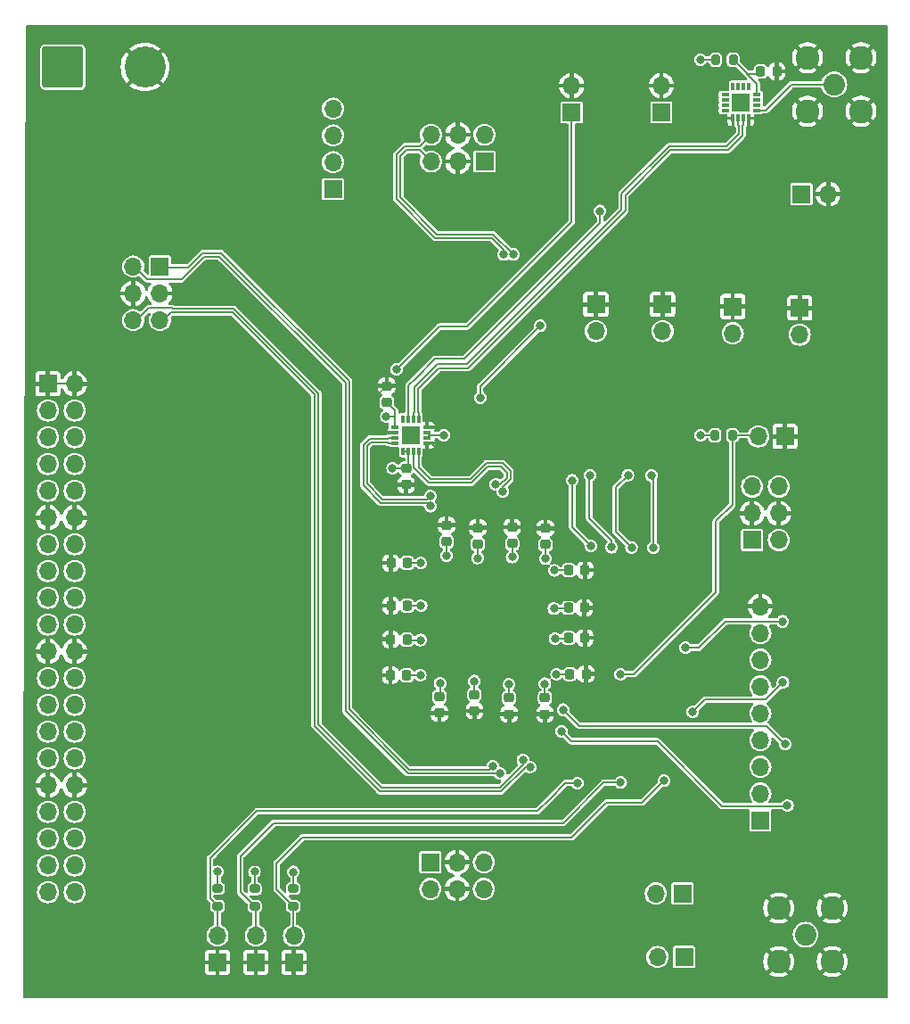
<source format=gbr>
%TF.GenerationSoftware,KiCad,Pcbnew,7.0.6-7.0.6~ubuntu20.04.1*%
%TF.CreationDate,2023-08-31T23:31:16+07:00*%
%TF.ProjectId,qpix,71706978-2e6b-4696-9361-645f70636258,rev?*%
%TF.SameCoordinates,Original*%
%TF.FileFunction,Copper,L4,Bot*%
%TF.FilePolarity,Positive*%
%FSLAX46Y46*%
G04 Gerber Fmt 4.6, Leading zero omitted, Abs format (unit mm)*
G04 Created by KiCad (PCBNEW 7.0.6-7.0.6~ubuntu20.04.1) date 2023-08-31 23:31:16*
%MOMM*%
%LPD*%
G01*
G04 APERTURE LIST*
G04 Aperture macros list*
%AMRoundRect*
0 Rectangle with rounded corners*
0 $1 Rounding radius*
0 $2 $3 $4 $5 $6 $7 $8 $9 X,Y pos of 4 corners*
0 Add a 4 corners polygon primitive as box body*
4,1,4,$2,$3,$4,$5,$6,$7,$8,$9,$2,$3,0*
0 Add four circle primitives for the rounded corners*
1,1,$1+$1,$2,$3*
1,1,$1+$1,$4,$5*
1,1,$1+$1,$6,$7*
1,1,$1+$1,$8,$9*
0 Add four rect primitives between the rounded corners*
20,1,$1+$1,$2,$3,$4,$5,0*
20,1,$1+$1,$4,$5,$6,$7,0*
20,1,$1+$1,$6,$7,$8,$9,0*
20,1,$1+$1,$8,$9,$2,$3,0*%
G04 Aperture macros list end*
%TA.AperFunction,ComponentPad*%
%ADD10R,1.700000X1.700000*%
%TD*%
%TA.AperFunction,ComponentPad*%
%ADD11O,1.700000X1.700000*%
%TD*%
%TA.AperFunction,ComponentPad*%
%ADD12C,2.050000*%
%TD*%
%TA.AperFunction,ComponentPad*%
%ADD13C,2.250000*%
%TD*%
%TA.AperFunction,ComponentPad*%
%ADD14RoundRect,0.250002X-1.699998X-1.699998X1.699998X-1.699998X1.699998X1.699998X-1.699998X1.699998X0*%
%TD*%
%TA.AperFunction,ComponentPad*%
%ADD15C,3.900000*%
%TD*%
%TA.AperFunction,SMDPad,CuDef*%
%ADD16RoundRect,0.225000X0.225000X0.250000X-0.225000X0.250000X-0.225000X-0.250000X0.225000X-0.250000X0*%
%TD*%
%TA.AperFunction,SMDPad,CuDef*%
%ADD17RoundRect,0.225000X0.250000X-0.225000X0.250000X0.225000X-0.250000X0.225000X-0.250000X-0.225000X0*%
%TD*%
%TA.AperFunction,SMDPad,CuDef*%
%ADD18RoundRect,0.225000X-0.225000X-0.250000X0.225000X-0.250000X0.225000X0.250000X-0.225000X0.250000X0*%
%TD*%
%TA.AperFunction,SMDPad,CuDef*%
%ADD19RoundRect,0.225000X-0.250000X0.225000X-0.250000X-0.225000X0.250000X-0.225000X0.250000X0.225000X0*%
%TD*%
%TA.AperFunction,SMDPad,CuDef*%
%ADD20R,0.800000X0.300000*%
%TD*%
%TA.AperFunction,SMDPad,CuDef*%
%ADD21R,0.300000X0.800000*%
%TD*%
%TA.AperFunction,SMDPad,CuDef*%
%ADD22R,1.800000X1.800000*%
%TD*%
%TA.AperFunction,SMDPad,CuDef*%
%ADD23RoundRect,0.200000X-0.275000X0.200000X-0.275000X-0.200000X0.275000X-0.200000X0.275000X0.200000X0*%
%TD*%
%TA.AperFunction,SMDPad,CuDef*%
%ADD24RoundRect,0.200000X-0.200000X-0.275000X0.200000X-0.275000X0.200000X0.275000X-0.200000X0.275000X0*%
%TD*%
%TA.AperFunction,SMDPad,CuDef*%
%ADD25RoundRect,0.200000X0.200000X0.275000X-0.200000X0.275000X-0.200000X-0.275000X0.200000X-0.275000X0*%
%TD*%
%TA.AperFunction,ViaPad*%
%ADD26C,0.800000*%
%TD*%
%TA.AperFunction,Conductor*%
%ADD27C,0.150000*%
%TD*%
%TA.AperFunction,Conductor*%
%ADD28C,0.200000*%
%TD*%
G04 APERTURE END LIST*
D10*
%TO.P,JP3,1,A*%
%TO.N,GND*%
X149895835Y-76150000D03*
D11*
%TO.P,JP3,2,B*%
%TO.N,TxRxDisable_0*%
X149895835Y-78690000D03*
%TD*%
D10*
%TO.P,JP5,1,A*%
%TO.N,GND*%
X162895835Y-76350000D03*
D11*
%TO.P,JP5,2,B*%
%TO.N,TxRxDisable_2*%
X162895835Y-78890000D03*
%TD*%
D10*
%TO.P,J2,1,Pin_1*%
%TO.N,dbgTxBusy*%
X165520000Y-125120000D03*
D11*
%TO.P,J2,2,Pin_2*%
%TO.N,dbgRxError*%
X165520000Y-122580000D03*
%TO.P,J2,3,Pin_3*%
%TO.N,dbgRxBusy*%
X165520000Y-120040000D03*
%TO.P,J2,4,Pin_4*%
%TO.N,dbgLocFifoFull*%
X165520000Y-117500000D03*
%TO.P,J2,5,Pin_5*%
%TO.N,dbgFsmState_2*%
X165520000Y-114960000D03*
%TO.P,J2,6,Pin_6*%
%TO.N,dbgFsmState_1*%
X165520000Y-112420000D03*
%TO.P,J2,7,Pin_7*%
%TO.N,dbgDsmState_0*%
X165520000Y-109880000D03*
%TO.P,J2,8,Pin_8*%
%TO.N,dbgExtFifoFull*%
X165520000Y-107340000D03*
%TO.P,J2,9,Pin_9*%
%TO.N,GND*%
X165520000Y-104800000D03*
%TD*%
D12*
%TO.P,J9,1,In*%
%TO.N,Net-(J9-In)*%
X169815000Y-135985000D03*
D13*
%TO.P,J9,2,Ext*%
%TO.N,GND*%
X172355000Y-138525000D03*
X172355000Y-133445000D03*
X167275000Y-138525000D03*
X167275000Y-133445000D03*
%TD*%
D10*
%TO.P,JP9,1,A*%
%TO.N,GND*%
X117590000Y-138605000D03*
D11*
%TO.P,JP9,2,B*%
%TO.N,EndeavorScale_1*%
X117590000Y-136065000D03*
%TD*%
D10*
%TO.P,JP6,1,A*%
%TO.N,GND*%
X169260835Y-76480000D03*
D11*
%TO.P,JP6,2,B*%
%TO.N,TxRxDisable_3*%
X169260835Y-79020000D03*
%TD*%
D10*
%TO.P,JP12,1,A*%
%TO.N,Net-(J9-In)*%
X158130000Y-132070000D03*
D11*
%TO.P,JP12,2,B*%
%TO.N,Net-(JP12-B)*%
X155590000Y-132070000D03*
%TD*%
D10*
%TO.P,J4,1,Pin_1*%
%TO.N,/DatinA_P*%
X134175000Y-129095000D03*
D11*
%TO.P,J4,2,Pin_2*%
%TO.N,/DatinA_N*%
X134175000Y-131635000D03*
%TO.P,J4,3,Pin_3*%
%TO.N,GND*%
X136715000Y-129095000D03*
%TO.P,J4,4,Pin_4*%
X136715000Y-131635000D03*
%TO.P,J4,5,Pin_5*%
%TO.N,/DatoutA_P*%
X139255000Y-129095000D03*
%TO.P,J4,6,Pin_6*%
%TO.N,/DatoutA_N*%
X139255000Y-131635000D03*
%TD*%
D12*
%TO.P,J7,1,In*%
%TO.N,Net-(J7-In)*%
X172540000Y-55280000D03*
D13*
%TO.P,J7,2,Ext*%
%TO.N,GND*%
X170000000Y-52740000D03*
X170000000Y-57820000D03*
X175080000Y-52740000D03*
X175080000Y-57820000D03*
%TD*%
D10*
%TO.P,J5,1,Pin_1*%
%TO.N,/Sin*%
X124930000Y-65200000D03*
D11*
%TO.P,J5,2,Pin_2*%
%TO.N,/SCLK*%
X124930000Y-62660000D03*
%TO.P,J5,3,Pin_3*%
%TO.N,/PCLK*%
X124930000Y-60120000D03*
%TO.P,J5,4,Pin_4*%
%TO.N,/SR_reset*%
X124930000Y-57580000D03*
%TD*%
D10*
%TO.P,JP2,1,A*%
%TO.N,Net-(J9-In)*%
X158280000Y-138090000D03*
D11*
%TO.P,JP2,2,B*%
%TO.N,Net-(JP2-B)*%
X155740000Y-138090000D03*
%TD*%
D10*
%TO.P,J3,1,Pin_1*%
%TO.N,/DatainD_P*%
X139315000Y-62585000D03*
D11*
%TO.P,J3,2,Pin_2*%
%TO.N,/DatainD_N*%
X139315000Y-60045000D03*
%TO.P,J3,3,Pin_3*%
%TO.N,GND*%
X136775000Y-62585000D03*
%TO.P,J3,4,Pin_4*%
X136775000Y-60045000D03*
%TO.P,J3,5,Pin_5*%
%TO.N,/DataoutD_P*%
X134235000Y-62585000D03*
%TO.P,J3,6,Pin_6*%
%TO.N,/DataoutD_N*%
X134235000Y-60045000D03*
%TD*%
D10*
%TO.P,JP7,1,A*%
%TO.N,GND*%
X167856750Y-88680000D03*
D11*
%TO.P,JP7,2,B*%
%TO.N,disableDbgOut*%
X165316750Y-88680000D03*
%TD*%
D10*
%TO.P,J13,1,Pin_1*%
%TO.N,Net-(J13-Pin_1)*%
X147600000Y-57920000D03*
D11*
%TO.P,J13,2,Pin_2*%
%TO.N,GND*%
X147600000Y-55380000D03*
%TD*%
D10*
%TO.P,JP10,1,A*%
%TO.N,GND*%
X113950000Y-138604000D03*
D11*
%TO.P,JP10,2,B*%
%TO.N,EndeavorScale_2*%
X113950000Y-136064000D03*
%TD*%
D10*
%TO.P,J10,1,Pin_1*%
%TO.N,Net-(J10-Pin_1)*%
X156120000Y-57920000D03*
D11*
%TO.P,J10,2,Pin_2*%
%TO.N,GND*%
X156120000Y-55380000D03*
%TD*%
D10*
%TO.P,J1,1,Pin_1*%
%TO.N,GND*%
X97845000Y-83680000D03*
D11*
%TO.P,J1,2,Pin_2*%
X100385000Y-83680000D03*
%TO.P,J1,3,Pin_3*%
%TO.N,Reset15_P*%
X97845000Y-86220000D03*
%TO.P,J1,4,Pin_4*%
%TO.N,Reset15_N*%
X100385000Y-86220000D03*
%TO.P,J1,5,Pin_5*%
%TO.N,Reset14_P*%
X97845000Y-88760000D03*
%TO.P,J1,6,Pin_6*%
%TO.N,Reset14_N*%
X100385000Y-88760000D03*
%TO.P,J1,7,Pin_7*%
%TO.N,Reset13_P*%
X97845000Y-91300000D03*
%TO.P,J1,8,Pin_8*%
%TO.N,Reset13_N*%
X100385000Y-91300000D03*
%TO.P,J1,9,Pin_9*%
%TO.N,Reset12_P*%
X97845000Y-93840000D03*
%TO.P,J1,10,Pin_10*%
%TO.N,Reset12_N*%
X100385000Y-93840000D03*
%TO.P,J1,11,Pin_11*%
%TO.N,GND*%
X97845000Y-96380000D03*
%TO.P,J1,12,Pin_12*%
X100385000Y-96380000D03*
%TO.P,J1,13,Pin_13*%
%TO.N,Reset11_P*%
X97845000Y-98920000D03*
%TO.P,J1,14,Pin_14*%
%TO.N,Reset11_N*%
X100385000Y-98920000D03*
%TO.P,J1,15,Pin_15*%
%TO.N,Reset10_P*%
X97845000Y-101460000D03*
%TO.P,J1,16,Pin_16*%
%TO.N,Reset10_N*%
X100385000Y-101460000D03*
%TO.P,J1,17,Pin_17*%
%TO.N,Reset9_P*%
X97845000Y-104000000D03*
%TO.P,J1,18,Pin_18*%
%TO.N,Reset9_N*%
X100385000Y-104000000D03*
%TO.P,J1,19,Pin_19*%
%TO.N,Reset8_P*%
X97845000Y-106540000D03*
%TO.P,J1,20,Pin_20*%
%TO.N,Reset8_N*%
X100385000Y-106540000D03*
%TO.P,J1,21,Pin_21*%
%TO.N,GND*%
X97845000Y-109080000D03*
%TO.P,J1,22,Pin_22*%
X100385000Y-109080000D03*
%TO.P,J1,23,Pin_23*%
%TO.N,Reset7_P*%
X97845000Y-111620000D03*
%TO.P,J1,24,Pin_24*%
%TO.N,Reset7_N*%
X100385000Y-111620000D03*
%TO.P,J1,25,Pin_25*%
%TO.N,Reset6_P*%
X97845000Y-114160000D03*
%TO.P,J1,26,Pin_26*%
%TO.N,Reset6_N*%
X100385000Y-114160000D03*
%TO.P,J1,27,Pin_27*%
%TO.N,Reset5_P*%
X97845000Y-116700000D03*
%TO.P,J1,28,Pin_28*%
%TO.N,Reset5_N*%
X100385000Y-116700000D03*
%TO.P,J1,29,Pin_29*%
%TO.N,Reset4_P*%
X97845000Y-119240000D03*
%TO.P,J1,30,Pin_30*%
%TO.N,Reset4_N*%
X100385000Y-119240000D03*
%TO.P,J1,31,Pin_31*%
%TO.N,GND*%
X97845000Y-121780000D03*
%TO.P,J1,32,Pin_32*%
X100385000Y-121780000D03*
%TO.P,J1,33,Pin_33*%
%TO.N,Reset3_P*%
X97845000Y-124320000D03*
%TO.P,J1,34,Pin_34*%
%TO.N,Reset3_N*%
X100385000Y-124320000D03*
%TO.P,J1,35,Pin_35*%
%TO.N,Reset2_P*%
X97845000Y-126860000D03*
%TO.P,J1,36,Pin_36*%
%TO.N,Reset2_N*%
X100385000Y-126860000D03*
%TO.P,J1,37,Pin_37*%
%TO.N,Reset1_P*%
X97845000Y-129400000D03*
%TO.P,J1,38,Pin_38*%
%TO.N,Reset1_N*%
X100385000Y-129400000D03*
%TO.P,J1,39,Pin_39*%
%TO.N,Reset0_P*%
X97845000Y-131940000D03*
%TO.P,J1,40,Pin_40*%
%TO.N,Reset0_N*%
X100385000Y-131940000D03*
%TD*%
D10*
%TO.P,J8,1,Pin_1*%
%TO.N,/DatainC_P*%
X164735000Y-98515000D03*
D11*
%TO.P,J8,2,Pin_2*%
%TO.N,/DatainC_N*%
X167275000Y-98515000D03*
%TO.P,J8,3,Pin_3*%
%TO.N,GND*%
X164735000Y-95975000D03*
%TO.P,J8,4,Pin_4*%
X167275000Y-95975000D03*
%TO.P,J8,5,Pin_5*%
%TO.N,/DataoutC_P*%
X164735000Y-93435000D03*
%TO.P,J8,6,Pin_6*%
%TO.N,/DataoutC_N*%
X167275000Y-93435000D03*
%TD*%
D10*
%TO.P,JP4,1,A*%
%TO.N,GND*%
X156230000Y-76150000D03*
D11*
%TO.P,JP4,2,B*%
%TO.N,TxRxDisable_1*%
X156230000Y-78690000D03*
%TD*%
D14*
%TO.P,J11,1,In*%
%TO.N,Net-(J11-In)*%
X99260000Y-53620000D03*
D15*
%TO.P,J11,2,Ext*%
%TO.N,GND*%
X107060000Y-53620000D03*
%TD*%
D10*
%TO.P,J6,1,Pin_1*%
%TO.N,/DatinB_P*%
X108485000Y-72565000D03*
D11*
%TO.P,J6,2,Pin_2*%
%TO.N,/DatinB_N*%
X105945000Y-72565000D03*
%TO.P,J6,3,Pin_3*%
%TO.N,GND*%
X108485000Y-75105000D03*
%TO.P,J6,4,Pin_4*%
X105945000Y-75105000D03*
%TO.P,J6,5,Pin_5*%
%TO.N,/DatoutB_P*%
X108485000Y-77645000D03*
%TO.P,J6,6,Pin_6*%
%TO.N,/DatoutB_N*%
X105945000Y-77645000D03*
%TD*%
D10*
%TO.P,JP8,1,A*%
%TO.N,GND*%
X121220000Y-138615000D03*
D11*
%TO.P,JP8,2,B*%
%TO.N,EndeavorScale_0*%
X121220000Y-136075000D03*
%TD*%
D10*
%TO.P,JP1,1,A*%
%TO.N,/clkmux/SEL_AB*%
X169425000Y-65680000D03*
D11*
%TO.P,JP1,2,B*%
%TO.N,GND*%
X171965000Y-65680000D03*
%TD*%
D16*
%TO.P,C5,1*%
%TO.N,VDD*%
X131985000Y-104750000D03*
%TO.P,C5,2*%
%TO.N,GND*%
X130435000Y-104750000D03*
%TD*%
D17*
%TO.P,C16,1*%
%TO.N,VDD*%
X145110000Y-98945000D03*
%TO.P,C16,2*%
%TO.N,GND*%
X145110000Y-97395000D03*
%TD*%
D16*
%TO.P,C4,1*%
%TO.N,VDD*%
X131973000Y-100690000D03*
%TO.P,C4,2*%
%TO.N,GND*%
X130423000Y-100690000D03*
%TD*%
D17*
%TO.P,C17,1*%
%TO.N,VDD*%
X141950000Y-98845000D03*
%TO.P,C17,2*%
%TO.N,GND*%
X141950000Y-97295000D03*
%TD*%
D18*
%TO.P,C12,1*%
%TO.N,VDD*%
X147425000Y-111230000D03*
%TO.P,C12,2*%
%TO.N,GND*%
X148975000Y-111230000D03*
%TD*%
D17*
%TO.P,C18,1*%
%TO.N,VDD*%
X138680000Y-98895000D03*
%TO.P,C18,2*%
%TO.N,GND*%
X138680000Y-97345000D03*
%TD*%
D19*
%TO.P,C20,1*%
%TO.N,VDD*%
X131870000Y-91710000D03*
%TO.P,C20,2*%
%TO.N,GND*%
X131870000Y-93260000D03*
%TD*%
%TO.P,C10,1*%
%TO.N,VDD*%
X141650000Y-113485000D03*
%TO.P,C10,2*%
%TO.N,GND*%
X141650000Y-115035000D03*
%TD*%
D20*
%TO.P,U4,1,VCC*%
%TO.N,Net-(U4-VCC)*%
X165170000Y-56220000D03*
%TO.P,U4,2,DO1-*%
%TO.N,unconnected-(U4-DO1--Pad2)*%
X165170000Y-56720000D03*
%TO.P,U4,3,DO1+*%
%TO.N,unconnected-(U4-DO1+-Pad3)*%
X165170000Y-57220000D03*
%TO.P,U4,4,DI1*%
%TO.N,Net-(J7-In)*%
X165170000Y-57720000D03*
D21*
%TO.P,U4,5,GND*%
%TO.N,GND*%
X164420000Y-58470000D03*
%TO.P,U4,6,DO2-*%
%TO.N,/clkmux/DO-*%
X163920000Y-58470000D03*
%TO.P,U4,7,DO2+*%
%TO.N,/clkmux/DO+*%
X163420000Y-58470000D03*
%TO.P,U4,8,DI2*%
%TO.N,GND*%
X162920000Y-58470000D03*
D20*
%TO.P,U4,9*%
%TO.N,N/C*%
X162170000Y-57720000D03*
%TO.P,U4,10*%
X162170000Y-57220000D03*
%TO.P,U4,11*%
X162170000Y-56720000D03*
%TO.P,U4,12*%
X162170000Y-56220000D03*
D21*
%TO.P,U4,13*%
X162920000Y-55470000D03*
%TO.P,U4,14*%
X163420000Y-55470000D03*
%TO.P,U4,15*%
X163920000Y-55470000D03*
%TO.P,U4,16*%
X164420000Y-55470000D03*
D22*
%TO.P,U4,17*%
X163670000Y-56970000D03*
%TD*%
D23*
%TO.P,R12,1*%
%TO.N,VDD*%
X113970000Y-131602000D03*
%TO.P,R12,2*%
%TO.N,EndeavorScale_2*%
X113970000Y-133252000D03*
%TD*%
%TO.P,R6,1*%
%TO.N,VDD*%
X121170000Y-131613000D03*
%TO.P,R6,2*%
%TO.N,EndeavorScale_0*%
X121170000Y-133263000D03*
%TD*%
D16*
%TO.P,C8,1*%
%TO.N,VDD*%
X131923000Y-111340000D03*
%TO.P,C8,2*%
%TO.N,GND*%
X130373000Y-111340000D03*
%TD*%
D20*
%TO.P,U3,1,GNDR_1*%
%TO.N,GND*%
X133830000Y-87810000D03*
%TO.P,U3,2,VDDR1.8_1*%
%TO.N,VDD*%
X133830000Y-88310000D03*
%TO.P,U3,3,VDDR1.8_2*%
X133830000Y-88810000D03*
%TO.P,U3,4,GNDR_2*%
%TO.N,GND*%
X133830000Y-89310000D03*
D21*
%TO.P,U3,5,DIF_INB*%
%TO.N,CLKOUTP*%
X133080000Y-90060000D03*
%TO.P,U3,6,DIF_INB#*%
%TO.N,CLKOUTN*%
X132580000Y-90060000D03*
%TO.P,U3,7,VSW_MODE*%
%TO.N,VDD*%
X132080000Y-90060000D03*
%TO.P,U3,8,^OE0#*%
X131580000Y-90060000D03*
D20*
%TO.P,U3,9,DIF0*%
%TO.N,CLKDIGIINP*%
X130830000Y-89310000D03*
%TO.P,U3,10,DIF0#*%
%TO.N,CLKDIGIINN*%
X130830000Y-88810000D03*
%TO.P,U3,11,GND*%
%TO.N,GND*%
X130830000Y-88310000D03*
%TO.P,U3,12,VDD1.8*%
%TO.N,VDD*%
X130830000Y-87810000D03*
D21*
%TO.P,U3,13,NC*%
%TO.N,unconnected-(U3-NC-Pad13)*%
X131580000Y-87060000D03*
%TO.P,U3,14,^SEL_A_B#*%
%TO.N,/clkmux/SEL_AB*%
X132080000Y-87060000D03*
%TO.P,U3,15,DIF_INA*%
%TO.N,/clkmux/DO+*%
X132580000Y-87060000D03*
%TO.P,U3,16,DIF_INA#*%
%TO.N,/clkmux/DO-*%
X133080000Y-87060000D03*
D22*
%TO.P,U3,17,EP*%
%TO.N,unconnected-(U3-EP-Pad17)*%
X132330000Y-88560000D03*
%TD*%
D24*
%TO.P,R5,1*%
%TO.N,VDD*%
X161213250Y-88560000D03*
%TO.P,R5,2*%
%TO.N,disableDbgOut*%
X162863250Y-88560000D03*
%TD*%
D25*
%TO.P,R34,1*%
%TO.N,Net-(U4-VCC)*%
X162935000Y-52910000D03*
%TO.P,R34,2*%
%TO.N,VDD*%
X161285000Y-52910000D03*
%TD*%
D17*
%TO.P,C19,1*%
%TO.N,VDD*%
X130030000Y-85435000D03*
%TO.P,C19,2*%
%TO.N,GND*%
X130030000Y-83885000D03*
%TD*%
D18*
%TO.P,C13,1*%
%TO.N,VDD*%
X147298000Y-107801000D03*
%TO.P,C13,2*%
%TO.N,GND*%
X148848000Y-107801000D03*
%TD*%
D17*
%TO.P,C7,1*%
%TO.N,VDD*%
X135720000Y-98665000D03*
%TO.P,C7,2*%
%TO.N,GND*%
X135720000Y-97115000D03*
%TD*%
D19*
%TO.P,C9,1*%
%TO.N,VDD*%
X135040000Y-113395000D03*
%TO.P,C9,2*%
%TO.N,GND*%
X135040000Y-114945000D03*
%TD*%
%TO.P,C24,1*%
%TO.N,VDD*%
X145060000Y-113485000D03*
%TO.P,C24,2*%
%TO.N,GND*%
X145060000Y-115035000D03*
%TD*%
D23*
%TO.P,R11,1*%
%TO.N,VDD*%
X117480000Y-131623000D03*
%TO.P,R11,2*%
%TO.N,EndeavorScale_1*%
X117480000Y-133273000D03*
%TD*%
D16*
%TO.P,C6,1*%
%TO.N,VDD*%
X131953000Y-107950000D03*
%TO.P,C6,2*%
%TO.N,GND*%
X130403000Y-107950000D03*
%TD*%
D18*
%TO.P,C15,1*%
%TO.N,VDD*%
X147325000Y-101370000D03*
%TO.P,C15,2*%
%TO.N,GND*%
X148875000Y-101370000D03*
%TD*%
%TO.P,C14,1*%
%TO.N,VDD*%
X147270000Y-104957000D03*
%TO.P,C14,2*%
%TO.N,GND*%
X148820000Y-104957000D03*
%TD*%
%TO.P,C21,1*%
%TO.N,Net-(U4-VCC)*%
X165545000Y-54030000D03*
%TO.P,C21,2*%
%TO.N,GND*%
X167095000Y-54030000D03*
%TD*%
D19*
%TO.P,C11,1*%
%TO.N,VDD*%
X138360000Y-113185000D03*
%TO.P,C11,2*%
%TO.N,GND*%
X138360000Y-114735000D03*
%TD*%
D26*
%TO.N,VDD*%
X159838250Y-88560000D03*
%TO.N,disableDbgOut*%
X152250000Y-111260000D03*
%TO.N,dbgRxValid*%
X159090000Y-114820000D03*
X167670000Y-112040000D03*
%TO.N,dbgInterr*%
X158429000Y-108728000D03*
X167630000Y-106240000D03*
%TO.N,dbgDataValid*%
X167880000Y-117890000D03*
X146780000Y-114620000D03*
%TO.N,dbgClkDiv*%
X146620000Y-116660000D03*
X168090000Y-123720000D03*
%TO.N,VDD*%
X159830000Y-52910000D03*
X145913000Y-105030000D03*
X117470000Y-130015000D03*
X146010000Y-107864000D03*
X113960000Y-130014000D03*
X121160000Y-130025000D03*
X129990000Y-86810000D03*
X141944000Y-100131000D03*
X133225000Y-108010000D03*
X133215000Y-111360000D03*
X138356000Y-111914000D03*
X145050000Y-112162000D03*
X141630000Y-112215000D03*
X133275000Y-100690000D03*
X138666000Y-100218000D03*
X145110000Y-100287500D03*
X133290000Y-104750000D03*
X135460000Y-88560000D03*
X145980000Y-101396000D03*
X130580000Y-91720000D03*
X146160000Y-111254000D03*
X135090000Y-112113000D03*
X135710000Y-99997000D03*
%TO.N,TxRxDisable_3*%
X155370000Y-99250000D03*
X155180000Y-92380000D03*
%TO.N,TxRxDisable_2*%
X153280000Y-99210000D03*
X152940000Y-92350000D03*
%TO.N,TxRxDisable_1*%
X149340000Y-92370000D03*
X151390000Y-99200000D03*
%TO.N,TxRxDisable_0*%
X149410000Y-99090000D03*
X147650000Y-92860000D03*
%TO.N,Net-(J13-Pin_1)*%
X130940000Y-82330000D03*
%TO.N,Net-(J10-Pin_1)*%
X144620000Y-78190000D03*
X138920000Y-84990000D03*
%TO.N,GND*%
X150603000Y-105000000D03*
X164790000Y-59780000D03*
X128613500Y-111355000D03*
X141650000Y-116830000D03*
X150695000Y-101406000D03*
X150645000Y-107834000D03*
X138356000Y-116539000D03*
X128650000Y-100680000D03*
X135240000Y-90270000D03*
X130580000Y-93260000D03*
X170086750Y-88720000D03*
X135050000Y-116718000D03*
X150755000Y-111264000D03*
X128633500Y-104775000D03*
X135720000Y-95272000D03*
X145153000Y-95631000D03*
X162300000Y-59900000D03*
X138666000Y-95533000D03*
X145030000Y-116830000D03*
X135250000Y-86730000D03*
X128583500Y-107965000D03*
X141964000Y-95466000D03*
%TO.N,EndeavorScale_2*%
X148140000Y-121580000D03*
%TO.N,EndeavorScale_1*%
X152250000Y-121540000D03*
%TO.N,EndeavorScale_0*%
X156350000Y-121370000D03*
%TO.N,CLKOUTP*%
X141067157Y-93907993D03*
%TO.N,CLKOUTN*%
X140395405Y-93236241D03*
%TO.N,CLKDIGIINP*%
X134170000Y-94345000D03*
%TO.N,CLKDIGIINN*%
X134170000Y-95295000D03*
%TO.N,/clkmux/SEL_AB*%
X150280000Y-67290000D03*
%TO.N,/DatoutB_P*%
X143635876Y-120065876D03*
%TO.N,/DatoutB_N*%
X142964124Y-119394124D03*
%TO.N,/DatinB_P*%
X140114124Y-119984124D03*
%TO.N,/DatinB_N*%
X140785876Y-120655876D03*
%TO.N,/DataoutD_P*%
X142085000Y-71417370D03*
%TO.N,/DataoutD_N*%
X141135000Y-71417370D03*
%TD*%
D27*
%TO.N,VDD*%
X159838250Y-88560000D02*
X161213250Y-88560000D01*
D28*
%TO.N,/clkmux/DO-*%
X133005000Y-86384999D02*
X133080000Y-86459999D01*
X134972488Y-82185000D02*
X133005000Y-84152488D01*
X133005000Y-84152488D02*
X133005000Y-86384999D01*
X137772488Y-82185000D02*
X134972488Y-82185000D01*
X152695000Y-67262488D02*
X137772488Y-82185000D01*
X152695000Y-65772488D02*
X152695000Y-67262488D01*
X156982488Y-61485000D02*
X152695000Y-65772488D01*
X163845000Y-60092488D02*
X162452488Y-61485000D01*
X163845000Y-59145001D02*
X163845000Y-60092488D01*
X162452488Y-61485000D02*
X156982488Y-61485000D01*
X163920000Y-59070001D02*
X163845000Y-59145001D01*
X133080000Y-86459999D02*
X133080000Y-87060000D01*
X163920000Y-58470000D02*
X163920000Y-59070001D01*
%TO.N,GND*%
X135250000Y-87260000D02*
X135250000Y-86730000D01*
X134700000Y-87810000D02*
X135250000Y-87260000D01*
X133830000Y-87810000D02*
X134700000Y-87810000D01*
%TO.N,VDD*%
X135460000Y-88560000D02*
X134080000Y-88560000D01*
%TO.N,disableDbgOut*%
X152250000Y-111260000D02*
X153530000Y-111260000D01*
X162863250Y-95156750D02*
X162863250Y-88560000D01*
D27*
X162863250Y-88560000D02*
X165196750Y-88560000D01*
D28*
X161280000Y-96740000D02*
X162863250Y-95156750D01*
X161280000Y-103510000D02*
X161280000Y-96740000D01*
D27*
X165196750Y-88560000D02*
X165316750Y-88680000D01*
D28*
X153530000Y-111260000D02*
X161280000Y-103510000D01*
%TO.N,dbgRxValid*%
X165630000Y-113650000D02*
X166060000Y-113650000D01*
X159090000Y-114820000D02*
X160110000Y-113800000D01*
X166060000Y-113650000D02*
X167670000Y-112040000D01*
X160260000Y-113650000D02*
X165630000Y-113650000D01*
X160110000Y-113800000D02*
X160260000Y-113650000D01*
%TO.N,dbgInterr*%
X162200000Y-106240000D02*
X167630000Y-106240000D01*
X159712000Y-108728000D02*
X162200000Y-106240000D01*
X158429000Y-108728000D02*
X159712000Y-108728000D01*
%TO.N,dbgDataValid*%
X146780000Y-114620000D02*
X148300000Y-116140000D01*
X148300000Y-116140000D02*
X166080000Y-116140000D01*
X166080000Y-116140000D02*
X167910000Y-117970000D01*
%TO.N,dbgClkDiv*%
X147580000Y-117620000D02*
X155760000Y-117620000D01*
X146620000Y-116660000D02*
X147580000Y-117620000D01*
X168090000Y-123720000D02*
X168050000Y-123760000D01*
X161900000Y-123760000D02*
X155760000Y-117620000D01*
X168050000Y-123760000D02*
X161900000Y-123760000D01*
%TO.N,VDD*%
X117480000Y-131623000D02*
X117480000Y-130025000D01*
X147315000Y-107864000D02*
X146010000Y-107864000D01*
X141630000Y-113520000D02*
X141630000Y-112215000D01*
X121170000Y-131613000D02*
X121170000Y-130035000D01*
X145110000Y-98982500D02*
X145110000Y-100287500D01*
X134080000Y-88560000D02*
X133830000Y-88810000D01*
X130750000Y-86810000D02*
X130830000Y-86890000D01*
X130830000Y-86235000D02*
X130030000Y-85435000D01*
X113970000Y-130024000D02*
X113960000Y-130014000D01*
X130830000Y-87810000D02*
X130830000Y-86890000D01*
X131860000Y-91720000D02*
X131870000Y-91710000D01*
X132080000Y-90060000D02*
X131580000Y-90060000D01*
X141944000Y-98826000D02*
X141944000Y-100131000D01*
X147243000Y-104990000D02*
X145938000Y-104990000D01*
X113970000Y-131602000D02*
X113970000Y-130024000D01*
X159830000Y-52910000D02*
X161285000Y-52910000D01*
X131920000Y-108010000D02*
X133225000Y-108010000D01*
X134080000Y-88560000D02*
X133830000Y-88310000D01*
X129990000Y-86810000D02*
X130750000Y-86810000D01*
X132080000Y-91580000D02*
X131910000Y-91750000D01*
X130580000Y-91720000D02*
X131860000Y-91720000D01*
X131970000Y-100690000D02*
X133275000Y-100690000D01*
X121170000Y-130035000D02*
X121160000Y-130025000D01*
X138680000Y-98895000D02*
X138666000Y-100218000D01*
X130830000Y-86890000D02*
X130830000Y-86235000D01*
X145050000Y-113467000D02*
X145050000Y-112162000D01*
X131985000Y-104750000D02*
X133290000Y-104750000D01*
X132080000Y-90060000D02*
X132080000Y-91580000D01*
X147465000Y-111254000D02*
X146160000Y-111254000D01*
X135090000Y-113418000D02*
X135090000Y-112113000D01*
X131910000Y-111360000D02*
X133215000Y-111360000D01*
X147285000Y-101396000D02*
X145980000Y-101396000D01*
X138356000Y-113219000D02*
X138356000Y-111914000D01*
X135710000Y-98692000D02*
X135710000Y-99997000D01*
%TO.N,TxRxDisable_3*%
X155370000Y-92570000D02*
X155180000Y-92380000D01*
X155370000Y-99250000D02*
X155370000Y-92570000D01*
%TO.N,TxRxDisable_2*%
X153280000Y-99210000D02*
X151780000Y-97710000D01*
X151780000Y-97710000D02*
X151780000Y-93510000D01*
X151780000Y-93510000D02*
X152940000Y-92350000D01*
%TO.N,TxRxDisable_1*%
X151390000Y-98590000D02*
X149260000Y-96460000D01*
X149260000Y-96460000D02*
X149260000Y-92450000D01*
X149260000Y-92450000D02*
X149340000Y-92370000D01*
X151390000Y-99200000D02*
X151390000Y-98590000D01*
%TO.N,TxRxDisable_0*%
X147650000Y-97330000D02*
X149410000Y-99090000D01*
X147650000Y-92860000D02*
X147650000Y-97330000D01*
%TO.N,Net-(U4-VCC)*%
X165170000Y-56220000D02*
X165170000Y-55180000D01*
X164240000Y-54250000D02*
X165325000Y-54250000D01*
X165170000Y-55180000D02*
X164240000Y-54250000D01*
X164240000Y-54215000D02*
X162935000Y-52910000D01*
X165325000Y-54250000D02*
X165545000Y-54030000D01*
X164240000Y-54250000D02*
X164240000Y-54215000D01*
%TO.N,Net-(J7-In)*%
X168450000Y-55280000D02*
X172540000Y-55280000D01*
X165170000Y-57720000D02*
X166010000Y-57720000D01*
X166010000Y-57720000D02*
X168450000Y-55280000D01*
%TO.N,Net-(J13-Pin_1)*%
X130940000Y-82330000D02*
X135020000Y-78250000D01*
X147600000Y-68330000D02*
X147600000Y-57920000D01*
X137680000Y-78250000D02*
X147600000Y-68330000D01*
X135020000Y-78250000D02*
X137680000Y-78250000D01*
%TO.N,Net-(J10-Pin_1)*%
X138920000Y-84990000D02*
X138920000Y-83890000D01*
X138920000Y-83890000D02*
X144620000Y-78190000D01*
%TO.N,GND*%
X130423000Y-100690000D02*
X128650000Y-100680000D01*
X138656000Y-97306000D02*
X138666000Y-95533000D01*
X129620000Y-88310000D02*
X129030000Y-87720000D01*
X130406500Y-104785000D02*
X128633500Y-104775000D01*
X97845000Y-83680000D02*
X100385000Y-83680000D01*
X170046750Y-88680000D02*
X167856750Y-88680000D01*
X130830000Y-88310000D02*
X129620000Y-88310000D01*
X135060000Y-114945000D02*
X135050000Y-116718000D01*
X130580000Y-93260000D02*
X131870000Y-93260000D01*
X162920000Y-59280000D02*
X162920000Y-58470000D01*
X129030000Y-87720000D02*
X129030000Y-84885000D01*
X164420000Y-59410000D02*
X164790000Y-59780000D01*
X148922000Y-101396000D02*
X150695000Y-101406000D01*
X141950000Y-97295000D02*
X141964000Y-95466000D01*
X133830000Y-89310000D02*
X134280000Y-89310000D01*
X134280000Y-89310000D02*
X135240000Y-90270000D01*
X162300000Y-59900000D02*
X162920000Y-59280000D01*
X148982000Y-111254000D02*
X150755000Y-111264000D01*
X164420000Y-59410000D02*
X164420000Y-58470000D01*
X141950000Y-97295000D02*
X141964000Y-97281000D01*
X130386500Y-111365000D02*
X128613500Y-111355000D01*
X130356500Y-107975000D02*
X128583500Y-107965000D01*
X135710000Y-97045000D02*
X135720000Y-95272000D01*
X148872000Y-107824000D02*
X150645000Y-107834000D01*
X141660000Y-115057000D02*
X141650000Y-116830000D01*
X145143000Y-97404000D02*
X145153000Y-95631000D01*
X129030000Y-84885000D02*
X130030000Y-83885000D01*
X148830000Y-104990000D02*
X150603000Y-105000000D01*
X138366000Y-114766000D02*
X138356000Y-116539000D01*
X145040000Y-115057000D02*
X145030000Y-116830000D01*
%TO.N,EndeavorScale_2*%
X145490000Y-123110000D02*
X144360000Y-124240000D01*
X113245000Y-132527000D02*
X113970000Y-133252000D01*
X117710000Y-124240000D02*
X113245000Y-128705000D01*
X146990000Y-121580000D02*
X145490000Y-123080000D01*
X113970000Y-133252000D02*
X113950000Y-133272000D01*
X145490000Y-123080000D02*
X145490000Y-123110000D01*
X113245000Y-128705000D02*
X113245000Y-132527000D01*
X113950000Y-133272000D02*
X113950000Y-136064000D01*
X148140000Y-121580000D02*
X146990000Y-121580000D01*
X144360000Y-124240000D02*
X117710000Y-124240000D01*
%TO.N,EndeavorScale_1*%
X119290000Y-125370000D02*
X116120000Y-128540000D01*
X150640000Y-121540000D02*
X146810000Y-125370000D01*
X152250000Y-121540000D02*
X150640000Y-121540000D01*
X146810000Y-125370000D02*
X119290000Y-125370000D01*
X116120000Y-128540000D02*
X116120000Y-131913000D01*
X116120000Y-131913000D02*
X117480000Y-133273000D01*
X117590000Y-133383000D02*
X117590000Y-136065000D01*
X117480000Y-133273000D02*
X117590000Y-133383000D01*
%TO.N,EndeavorScale_0*%
X119550000Y-129180000D02*
X119550000Y-131643000D01*
D27*
X121130000Y-133284000D02*
X121130000Y-135798000D01*
D28*
X147590000Y-126750000D02*
X121980000Y-126750000D01*
X119550000Y-131643000D02*
X121170000Y-133263000D01*
X121980000Y-126750000D02*
X119550000Y-129180000D01*
X154270000Y-123450000D02*
X150890000Y-123450000D01*
X150890000Y-123450000D02*
X147590000Y-126750000D01*
X156350000Y-121370000D02*
X154270000Y-123450000D01*
%TO.N,CLKOUTP*%
X141007546Y-91205000D02*
X139497512Y-91205000D01*
X141795000Y-92755886D02*
X141795000Y-91992454D01*
X141067157Y-93907993D02*
X141067157Y-93483729D01*
X141795000Y-91992454D02*
X141007546Y-91205000D01*
X134192488Y-92745000D02*
X133080000Y-91632512D01*
X133080000Y-91632512D02*
X133080000Y-90060000D01*
X137957512Y-92745000D02*
X134192488Y-92745000D01*
X139497512Y-91205000D02*
X137957512Y-92745000D01*
X141067157Y-93483729D02*
X141795000Y-92755886D01*
%TO.N,CLKOUTN*%
X138102488Y-93095000D02*
X134047512Y-93095000D01*
X140862570Y-91555000D02*
X139642488Y-91555000D01*
X140819669Y-93236241D02*
X141445000Y-92610910D01*
X134047512Y-93095000D02*
X132581120Y-91628608D01*
X132581120Y-90660001D02*
X132580000Y-90660001D01*
X132580000Y-90660001D02*
X132580000Y-90060000D01*
X132581120Y-91628608D02*
X132581120Y-90660001D01*
X139642488Y-91555000D02*
X138102488Y-93095000D01*
X141445000Y-92137430D02*
X140862570Y-91555000D01*
X141445000Y-92610910D02*
X141445000Y-92137430D01*
X140395405Y-93236241D02*
X140819669Y-93236241D01*
%TO.N,CLKDIGIINP*%
X134170000Y-94345000D02*
X133870000Y-94645000D01*
X130229999Y-89310000D02*
X130830000Y-89310000D01*
X128532488Y-89235000D02*
X130154999Y-89235000D01*
X128145000Y-93187512D02*
X128145000Y-89622488D01*
X133870000Y-94645000D02*
X129602488Y-94645000D01*
X129602488Y-94645000D02*
X128145000Y-93187512D01*
X128145000Y-89622488D02*
X128532488Y-89235000D01*
X130154999Y-89235000D02*
X130229999Y-89310000D01*
%TO.N,CLKDIGIINN*%
X134170000Y-95295000D02*
X133870000Y-94995000D01*
X127795000Y-89477512D02*
X128387512Y-88885000D01*
X130154999Y-88885000D02*
X130229999Y-88810000D01*
X128387512Y-88885000D02*
X130154999Y-88885000D01*
X127795000Y-93332488D02*
X127795000Y-89477512D01*
X130229999Y-88810000D02*
X130830000Y-88810000D01*
X133870000Y-94995000D02*
X129457512Y-94995000D01*
X129457512Y-94995000D02*
X127795000Y-93332488D01*
%TO.N,/clkmux/SEL_AB*%
X139900000Y-78840000D02*
X150280000Y-68460000D01*
X134610000Y-81320000D02*
X137400000Y-81320000D01*
X150280000Y-68460000D02*
X150280000Y-67290000D01*
X132790000Y-83140000D02*
X134610000Y-81320000D01*
X132080000Y-87060000D02*
X132080000Y-83850000D01*
X137420000Y-81320000D02*
X139900000Y-78840000D01*
X137400000Y-81320000D02*
X137420000Y-81320000D01*
X132080000Y-83850000D02*
X132790000Y-83140000D01*
%TO.N,/clkmux/DO+*%
X163495000Y-59947512D02*
X162307512Y-61135000D01*
X163495000Y-59145001D02*
X163495000Y-59947512D01*
X137627512Y-81835000D02*
X134827512Y-81835000D01*
X163420000Y-58470000D02*
X163420000Y-59070001D01*
X152345000Y-65627512D02*
X152345000Y-67117512D01*
X132655000Y-86384999D02*
X132580000Y-86459999D01*
X163420000Y-59070001D02*
X163495000Y-59145001D01*
X162307512Y-61135000D02*
X156837512Y-61135000D01*
X132655000Y-84007512D02*
X132655000Y-86384999D01*
X132580000Y-86459999D02*
X132580000Y-87060000D01*
X152345000Y-67117512D02*
X137627512Y-81835000D01*
X156837512Y-61135000D02*
X152345000Y-65627512D01*
X134827512Y-81835000D02*
X132655000Y-84007512D01*
%TO.N,/DatoutB_P*%
X129377512Y-122365000D02*
X123165000Y-116152488D01*
X143211612Y-120065876D02*
X140912488Y-122365000D01*
X109534000Y-76925000D02*
X108720000Y-77739000D01*
X143635876Y-120065876D02*
X143211612Y-120065876D01*
X115367512Y-76925000D02*
X109534000Y-76925000D01*
X140912488Y-122365000D02*
X129377512Y-122365000D01*
X123165000Y-116152488D02*
X123165000Y-84722488D01*
X123165000Y-84722488D02*
X115367512Y-76925000D01*
%TO.N,/DatoutB_N*%
X109680000Y-76575000D02*
X109595000Y-76490000D01*
X123515000Y-116007512D02*
X123515000Y-84577512D01*
X109595000Y-76490000D02*
X107429000Y-76490000D01*
X123515000Y-84577512D02*
X115512488Y-76575000D01*
X107429000Y-76490000D02*
X106180000Y-77739000D01*
X140767512Y-122015000D02*
X129522488Y-122015000D01*
X129522488Y-122015000D02*
X123515000Y-116007512D01*
X142964124Y-119394124D02*
X142964124Y-119818388D01*
X115512488Y-76575000D02*
X109680000Y-76575000D01*
X142964124Y-119818388D02*
X140767512Y-122015000D01*
%TO.N,/DatinB_P*%
X111143512Y-72659000D02*
X112537512Y-71265000D01*
X114282488Y-71265000D02*
X126455000Y-83437512D01*
X126455000Y-114587512D02*
X132173364Y-120305876D01*
X139792372Y-120305876D02*
X140114124Y-119984124D01*
X126455000Y-83437512D02*
X126455000Y-114587512D01*
X112537512Y-71265000D02*
X114282488Y-71265000D01*
X108720000Y-72659000D02*
X111143512Y-72659000D01*
X132173364Y-120305876D02*
X139792372Y-120305876D01*
%TO.N,/DatinB_N*%
X112682488Y-71615000D02*
X110537488Y-73760000D01*
X132028388Y-120655876D02*
X126105000Y-114732488D01*
X107281000Y-73760000D02*
X106180000Y-72659000D01*
X140785876Y-120655876D02*
X132028388Y-120655876D01*
X126105000Y-83582488D02*
X114137512Y-71615000D01*
X126105000Y-114732488D02*
X126105000Y-83582488D01*
X110537488Y-73760000D02*
X107281000Y-73760000D01*
X114137512Y-71615000D02*
X112682488Y-71615000D01*
%TO.N,/DataoutD_P*%
X131897488Y-61490000D02*
X133140000Y-61490000D01*
X131305000Y-62082488D02*
X131897488Y-61490000D01*
X131305000Y-65997512D02*
X131305000Y-62082488D01*
X140152630Y-69485000D02*
X134792488Y-69485000D01*
X134792488Y-69485000D02*
X131305000Y-65997512D01*
X142085000Y-71417370D02*
X140152630Y-69485000D01*
X133140000Y-61490000D02*
X134235000Y-62585000D01*
%TO.N,/DataoutD_N*%
X130955000Y-61937512D02*
X131752512Y-61140000D01*
X141135000Y-70962345D02*
X140007655Y-69835000D01*
X133140000Y-61140000D02*
X134235000Y-60045000D01*
X131752512Y-61140000D02*
X133140000Y-61140000D01*
X141135000Y-71417370D02*
X141135000Y-70962345D01*
X130955000Y-66142488D02*
X130955000Y-61937512D01*
X140007655Y-69835000D02*
X134647512Y-69835000D01*
X134647512Y-69835000D02*
X130955000Y-66142488D01*
%TD*%
%TA.AperFunction,Conductor*%
%TO.N,GND*%
G36*
X114028972Y-71935502D02*
G01*
X114049946Y-71952405D01*
X125767595Y-83670054D01*
X125801621Y-83732366D01*
X125804500Y-83759149D01*
X125804500Y-114669579D01*
X125803895Y-114678293D01*
X125802227Y-114690252D01*
X125804433Y-114737977D01*
X125804500Y-114740887D01*
X125804500Y-114760342D01*
X125804981Y-114762916D01*
X125805985Y-114771576D01*
X125807414Y-114802477D01*
X125807415Y-114802481D01*
X125810120Y-114808607D01*
X125818708Y-114836339D01*
X125819938Y-114842917D01*
X125819941Y-114842925D01*
X125836224Y-114869224D01*
X125840295Y-114876948D01*
X125852794Y-114905253D01*
X125857525Y-114909984D01*
X125875557Y-114932748D01*
X125879082Y-114938441D01*
X125903771Y-114957085D01*
X125910354Y-114962813D01*
X131771424Y-120823884D01*
X131777153Y-120830468D01*
X131784430Y-120840105D01*
X131819735Y-120872289D01*
X131821818Y-120874278D01*
X131835591Y-120888051D01*
X131837748Y-120889529D01*
X131844590Y-120894947D01*
X131867455Y-120915792D01*
X131873695Y-120918209D01*
X131899384Y-120931749D01*
X131904908Y-120935533D01*
X131904909Y-120935533D01*
X131904911Y-120935534D01*
X131935021Y-120942616D01*
X131943355Y-120945196D01*
X131972215Y-120956376D01*
X131978908Y-120956376D01*
X132007755Y-120959723D01*
X132014269Y-120961255D01*
X132036823Y-120958108D01*
X132044910Y-120956981D01*
X132053624Y-120956376D01*
X140197407Y-120956376D01*
X140265528Y-120976378D01*
X140297369Y-121005672D01*
X140357591Y-121084155D01*
X140357592Y-121084156D01*
X140357594Y-121084158D01*
X140483035Y-121180412D01*
X140629114Y-121240920D01*
X140785876Y-121261558D01*
X140791792Y-121261558D01*
X140859913Y-121281560D01*
X140906406Y-121335216D01*
X140916510Y-121405490D01*
X140887016Y-121470070D01*
X140880887Y-121476653D01*
X140679945Y-121677595D01*
X140617633Y-121711621D01*
X140590850Y-121714500D01*
X129699149Y-121714500D01*
X129631028Y-121694498D01*
X129610054Y-121677595D01*
X123852405Y-115919946D01*
X123818379Y-115857634D01*
X123815500Y-115830851D01*
X123815500Y-84640417D01*
X123816105Y-84631701D01*
X123817771Y-84619752D01*
X123817773Y-84619747D01*
X123815567Y-84572021D01*
X123815500Y-84569112D01*
X123815500Y-84549673D01*
X123815500Y-84549668D01*
X123815020Y-84547104D01*
X123814013Y-84538438D01*
X123812585Y-84507520D01*
X123809879Y-84501393D01*
X123801291Y-84473659D01*
X123800061Y-84467079D01*
X123799061Y-84465464D01*
X123783778Y-84440780D01*
X123779706Y-84433054D01*
X123767208Y-84404749D01*
X123767204Y-84404744D01*
X123762475Y-84400015D01*
X123744444Y-84377252D01*
X123740921Y-84371563D01*
X123740918Y-84371559D01*
X123732596Y-84365274D01*
X123716222Y-84352910D01*
X123709645Y-84347186D01*
X115769449Y-76406990D01*
X115763721Y-76400407D01*
X115756445Y-76390771D01*
X115721128Y-76358575D01*
X115719044Y-76356585D01*
X115705285Y-76342826D01*
X115705284Y-76342825D01*
X115705283Y-76342824D01*
X115703130Y-76341349D01*
X115696287Y-76335929D01*
X115673422Y-76315084D01*
X115673419Y-76315083D01*
X115667173Y-76312663D01*
X115641486Y-76299123D01*
X115635968Y-76295343D01*
X115635967Y-76295342D01*
X115605855Y-76288259D01*
X115597515Y-76285677D01*
X115568662Y-76274500D01*
X115568661Y-76274500D01*
X115561968Y-76274500D01*
X115533121Y-76271153D01*
X115526607Y-76269621D01*
X115526606Y-76269621D01*
X115495966Y-76273895D01*
X115487252Y-76274500D01*
X109853468Y-76274500D01*
X109785347Y-76254498D01*
X109768583Y-76241616D01*
X109755933Y-76230084D01*
X109755931Y-76230083D01*
X109749685Y-76227663D01*
X109723998Y-76214123D01*
X109718480Y-76210343D01*
X109718479Y-76210342D01*
X109688367Y-76203259D01*
X109680027Y-76200677D01*
X109651174Y-76189500D01*
X109651173Y-76189500D01*
X109644480Y-76189500D01*
X109615633Y-76186153D01*
X109609119Y-76184621D01*
X109609118Y-76184621D01*
X109578478Y-76188895D01*
X109569764Y-76189500D01*
X109401824Y-76189500D01*
X109333703Y-76169498D01*
X109287210Y-76115842D01*
X109277106Y-76045568D01*
X109306600Y-75980988D01*
X109316938Y-75970385D01*
X109375611Y-75916897D01*
X109509630Y-75739426D01*
X109608760Y-75540346D01*
X109608763Y-75540338D01*
X109669621Y-75326442D01*
X109669621Y-75326438D01*
X109671609Y-75305000D01*
X108947383Y-75305000D01*
X108985000Y-75176889D01*
X108985000Y-75033111D01*
X108947383Y-74905000D01*
X109671608Y-74905000D01*
X109669621Y-74883561D01*
X109669621Y-74883557D01*
X109608763Y-74669661D01*
X109608760Y-74669653D01*
X109509630Y-74470573D01*
X109375611Y-74293102D01*
X109360816Y-74279615D01*
X109323950Y-74218941D01*
X109325739Y-74147967D01*
X109365615Y-74089227D01*
X109430918Y-74061370D01*
X109445702Y-74060500D01*
X110474579Y-74060500D01*
X110483293Y-74061105D01*
X110495248Y-74062771D01*
X110495253Y-74062773D01*
X110536811Y-74060851D01*
X110542977Y-74060567D01*
X110545887Y-74060500D01*
X110565329Y-74060500D01*
X110565332Y-74060500D01*
X110567892Y-74060021D01*
X110576573Y-74059013D01*
X110576591Y-74059012D01*
X110607480Y-74057585D01*
X110613603Y-74054881D01*
X110641349Y-74046289D01*
X110647921Y-74045061D01*
X110674221Y-74028776D01*
X110681952Y-74024702D01*
X110692793Y-74019915D01*
X110710253Y-74012206D01*
X110714980Y-74007478D01*
X110737752Y-73989441D01*
X110739541Y-73988332D01*
X110743440Y-73985919D01*
X110762089Y-73961221D01*
X110767814Y-73954643D01*
X112770053Y-71952405D01*
X112832366Y-71918379D01*
X112859149Y-71915500D01*
X113960851Y-71915500D01*
X114028972Y-71935502D01*
G37*
%TD.AperFunction*%
%TA.AperFunction,Conductor*%
G36*
X177551519Y-49640658D02*
G01*
X177598045Y-49694285D01*
X177609463Y-49746711D01*
X177604698Y-93987263D01*
X177599768Y-139764050D01*
X177599536Y-141913514D01*
X177579527Y-141981632D01*
X177525866Y-142028119D01*
X177473536Y-142039500D01*
X95577486Y-142039500D01*
X95509365Y-142019498D01*
X95462872Y-141965842D01*
X95451487Y-141913120D01*
X95457262Y-140000000D01*
X95462079Y-138404000D01*
X112750000Y-138404000D01*
X113487617Y-138404000D01*
X113450000Y-138532111D01*
X113450000Y-138675889D01*
X113487617Y-138804000D01*
X112750001Y-138804000D01*
X112750001Y-139487216D01*
X112759911Y-139555247D01*
X112759912Y-139555248D01*
X112811214Y-139660190D01*
X112893809Y-139742785D01*
X112893811Y-139742786D01*
X112998748Y-139794086D01*
X112998750Y-139794087D01*
X113066782Y-139803999D01*
X113750000Y-139803999D01*
X113750000Y-139062335D01*
X113807685Y-139088680D01*
X113914237Y-139104000D01*
X113985763Y-139104000D01*
X114092315Y-139088680D01*
X114150000Y-139062335D01*
X114150000Y-139803999D01*
X114833217Y-139803999D01*
X114901247Y-139794088D01*
X114901248Y-139794087D01*
X115006190Y-139742785D01*
X115088785Y-139660190D01*
X115088786Y-139660188D01*
X115140086Y-139555251D01*
X115140087Y-139555249D01*
X115149999Y-139487220D01*
X115150000Y-139487214D01*
X115150000Y-138804000D01*
X114412383Y-138804000D01*
X114450000Y-138675889D01*
X114450000Y-138532111D01*
X114412677Y-138405000D01*
X116390000Y-138405000D01*
X117127617Y-138405000D01*
X117090000Y-138533111D01*
X117090000Y-138676889D01*
X117127617Y-138805000D01*
X116390001Y-138805000D01*
X116390001Y-139488216D01*
X116399911Y-139556247D01*
X116399912Y-139556248D01*
X116451214Y-139661190D01*
X116533809Y-139743785D01*
X116533811Y-139743786D01*
X116638748Y-139795086D01*
X116638750Y-139795087D01*
X116706782Y-139804999D01*
X117390000Y-139804999D01*
X117390000Y-139063335D01*
X117447685Y-139089680D01*
X117554237Y-139105000D01*
X117625763Y-139105000D01*
X117732315Y-139089680D01*
X117789999Y-139063336D01*
X117789999Y-139804999D01*
X118473217Y-139804999D01*
X118541247Y-139795088D01*
X118541248Y-139795087D01*
X118646190Y-139743785D01*
X118728785Y-139661190D01*
X118728786Y-139661188D01*
X118780086Y-139556251D01*
X118780087Y-139556249D01*
X118789999Y-139488220D01*
X118790000Y-139488214D01*
X118790000Y-138805000D01*
X118052383Y-138805000D01*
X118090000Y-138676889D01*
X118090000Y-138533111D01*
X118055319Y-138415000D01*
X120020000Y-138415000D01*
X120757617Y-138415000D01*
X120720000Y-138543111D01*
X120720000Y-138686889D01*
X120757617Y-138815000D01*
X120020001Y-138815000D01*
X120020001Y-139498216D01*
X120029911Y-139566247D01*
X120029912Y-139566248D01*
X120081214Y-139671190D01*
X120163809Y-139753785D01*
X120163811Y-139753786D01*
X120268748Y-139805086D01*
X120268750Y-139805087D01*
X120336782Y-139814999D01*
X121020000Y-139814999D01*
X121020000Y-139073335D01*
X121077685Y-139099680D01*
X121184237Y-139115000D01*
X121255763Y-139115000D01*
X121362315Y-139099680D01*
X121419999Y-139073336D01*
X121419999Y-139814999D01*
X122103217Y-139814999D01*
X122171247Y-139805088D01*
X122171248Y-139805087D01*
X122276190Y-139753785D01*
X122358785Y-139671190D01*
X122358786Y-139671188D01*
X122410086Y-139566251D01*
X122410087Y-139566249D01*
X122419999Y-139498220D01*
X122420000Y-139498214D01*
X122420000Y-138815000D01*
X121682383Y-138815000D01*
X121720000Y-138686889D01*
X121720000Y-138543111D01*
X121682383Y-138415000D01*
X122419999Y-138415000D01*
X122419999Y-138090003D01*
X154684417Y-138090003D01*
X154704698Y-138295927D01*
X154764768Y-138493954D01*
X154785163Y-138532111D01*
X154862315Y-138676450D01*
X154993590Y-138836410D01*
X155153550Y-138967685D01*
X155336046Y-139065232D01*
X155534066Y-139125300D01*
X155534070Y-139125300D01*
X155534072Y-139125301D01*
X155739997Y-139145583D01*
X155740000Y-139145583D01*
X155740003Y-139145583D01*
X155945927Y-139125301D01*
X155945928Y-139125300D01*
X155945934Y-139125300D01*
X156143954Y-139065232D01*
X156326450Y-138967685D01*
X156336119Y-138959750D01*
X157229500Y-138959750D01*
X157238615Y-139005576D01*
X157241133Y-139018231D01*
X157285448Y-139084552D01*
X157351769Y-139128867D01*
X157410252Y-139140500D01*
X157410253Y-139140500D01*
X159149747Y-139140500D01*
X159149748Y-139140500D01*
X159208231Y-139128867D01*
X159274552Y-139084552D01*
X159318867Y-139018231D01*
X159330500Y-138959748D01*
X159330500Y-138525000D01*
X165794945Y-138525000D01*
X165815132Y-138768616D01*
X165875136Y-139005569D01*
X165875139Y-139005576D01*
X165973328Y-139229424D01*
X166097567Y-139419586D01*
X166548265Y-138968888D01*
X166567316Y-139004822D01*
X166687009Y-139145735D01*
X166829095Y-139253746D01*
X166382995Y-139699846D01*
X166382995Y-139699847D01*
X166465479Y-139764046D01*
X166465483Y-139764049D01*
X166680473Y-139880396D01*
X166911663Y-139959764D01*
X166911670Y-139959766D01*
X167152782Y-140000000D01*
X167397218Y-140000000D01*
X167638329Y-139959766D01*
X167638336Y-139959764D01*
X167869526Y-139880396D01*
X168084515Y-139764050D01*
X168167003Y-139699846D01*
X168167003Y-139699845D01*
X167717756Y-139250598D01*
X167792431Y-139205669D01*
X167926658Y-139078523D01*
X168001290Y-138968448D01*
X168452429Y-139419587D01*
X168452430Y-139419587D01*
X168576671Y-139229424D01*
X168674860Y-139005576D01*
X168674863Y-139005569D01*
X168734867Y-138768616D01*
X168755054Y-138525000D01*
X170874945Y-138525000D01*
X170895132Y-138768616D01*
X170955136Y-139005569D01*
X170955139Y-139005576D01*
X171053328Y-139229424D01*
X171177567Y-139419586D01*
X171628265Y-138968888D01*
X171647316Y-139004822D01*
X171767009Y-139145735D01*
X171909095Y-139253746D01*
X171462995Y-139699846D01*
X171462995Y-139699847D01*
X171545479Y-139764046D01*
X171545483Y-139764049D01*
X171760473Y-139880396D01*
X171991663Y-139959764D01*
X171991670Y-139959766D01*
X172232782Y-140000000D01*
X172477218Y-140000000D01*
X172718329Y-139959766D01*
X172718336Y-139959764D01*
X172949526Y-139880396D01*
X173164515Y-139764050D01*
X173247003Y-139699846D01*
X173247003Y-139699845D01*
X172797756Y-139250598D01*
X172872431Y-139205669D01*
X173006658Y-139078523D01*
X173081290Y-138968448D01*
X173532429Y-139419587D01*
X173532430Y-139419587D01*
X173656671Y-139229424D01*
X173754860Y-139005576D01*
X173754863Y-139005569D01*
X173814867Y-138768616D01*
X173835054Y-138525000D01*
X173814867Y-138281383D01*
X173754863Y-138044430D01*
X173754860Y-138044423D01*
X173656671Y-137820575D01*
X173532430Y-137630411D01*
X173081733Y-138081108D01*
X173062684Y-138045178D01*
X172942991Y-137904265D01*
X172800903Y-137796252D01*
X173247003Y-137350152D01*
X173247003Y-137350151D01*
X173164520Y-137285953D01*
X173164516Y-137285950D01*
X172949526Y-137169603D01*
X172718336Y-137090235D01*
X172718329Y-137090233D01*
X172477218Y-137050000D01*
X172232782Y-137050000D01*
X171991670Y-137090233D01*
X171991663Y-137090235D01*
X171760472Y-137169603D01*
X171760465Y-137169606D01*
X171545493Y-137285944D01*
X171545481Y-137285952D01*
X171462995Y-137350152D01*
X171462994Y-137350152D01*
X171912243Y-137799401D01*
X171837569Y-137844331D01*
X171703342Y-137971477D01*
X171628709Y-138081551D01*
X171177569Y-137630411D01*
X171177567Y-137630411D01*
X171053329Y-137820572D01*
X170955139Y-138044423D01*
X170955136Y-138044430D01*
X170895132Y-138281383D01*
X170874945Y-138525000D01*
X168755054Y-138525000D01*
X168734867Y-138281383D01*
X168674863Y-138044430D01*
X168674860Y-138044423D01*
X168576671Y-137820575D01*
X168452430Y-137630411D01*
X168001733Y-138081108D01*
X167982684Y-138045178D01*
X167862991Y-137904265D01*
X167720903Y-137796252D01*
X168167003Y-137350152D01*
X168167003Y-137350151D01*
X168084520Y-137285953D01*
X168084516Y-137285950D01*
X167869526Y-137169603D01*
X167638336Y-137090235D01*
X167638329Y-137090233D01*
X167397218Y-137050000D01*
X167152782Y-137050000D01*
X166911670Y-137090233D01*
X166911663Y-137090235D01*
X166680472Y-137169603D01*
X166680465Y-137169606D01*
X166465493Y-137285944D01*
X166465481Y-137285952D01*
X166382995Y-137350152D01*
X166382994Y-137350152D01*
X166832243Y-137799401D01*
X166757569Y-137844331D01*
X166623342Y-137971477D01*
X166548709Y-138081551D01*
X166097569Y-137630411D01*
X166097567Y-137630411D01*
X165973329Y-137820572D01*
X165875139Y-138044423D01*
X165875136Y-138044430D01*
X165815132Y-138281383D01*
X165794945Y-138525000D01*
X159330500Y-138525000D01*
X159330500Y-137220252D01*
X159318867Y-137161769D01*
X159274552Y-137095448D01*
X159208231Y-137051133D01*
X159208228Y-137051132D01*
X159149750Y-137039500D01*
X159149748Y-137039500D01*
X157410252Y-137039500D01*
X157410249Y-137039500D01*
X157351771Y-137051132D01*
X157351768Y-137051133D01*
X157285448Y-137095448D01*
X157241133Y-137161768D01*
X157241132Y-137161771D01*
X157229500Y-137220249D01*
X157229500Y-138959750D01*
X156336119Y-138959750D01*
X156486410Y-138836410D01*
X156617685Y-138676450D01*
X156715232Y-138493954D01*
X156775300Y-138295934D01*
X156777441Y-138274202D01*
X156795583Y-138090003D01*
X156795583Y-138089996D01*
X156775301Y-137884072D01*
X156775300Y-137884070D01*
X156775300Y-137884066D01*
X156715232Y-137686046D01*
X156617685Y-137503550D01*
X156486410Y-137343590D01*
X156326450Y-137212315D01*
X156326448Y-137212314D01*
X156326447Y-137212313D01*
X156143954Y-137114768D01*
X156096259Y-137100300D01*
X155945934Y-137054700D01*
X155945933Y-137054699D01*
X155945927Y-137054698D01*
X155740003Y-137034417D01*
X155739997Y-137034417D01*
X155534072Y-137054698D01*
X155336045Y-137114768D01*
X155153552Y-137212313D01*
X154993590Y-137343590D01*
X154862313Y-137503552D01*
X154764768Y-137686045D01*
X154704698Y-137884072D01*
X154684417Y-138089996D01*
X154684417Y-138090003D01*
X122419999Y-138090003D01*
X122419999Y-137731783D01*
X122410088Y-137663752D01*
X122410087Y-137663751D01*
X122358785Y-137558809D01*
X122276190Y-137476214D01*
X122276188Y-137476213D01*
X122171251Y-137424913D01*
X122171249Y-137424912D01*
X122103220Y-137415000D01*
X121419999Y-137415000D01*
X121419999Y-138156663D01*
X121362315Y-138130320D01*
X121255763Y-138115000D01*
X121184237Y-138115000D01*
X121077685Y-138130320D01*
X121019999Y-138156664D01*
X121019999Y-137415000D01*
X120336783Y-137415000D01*
X120268752Y-137424911D01*
X120268751Y-137424912D01*
X120163809Y-137476214D01*
X120081214Y-137558809D01*
X120081213Y-137558811D01*
X120029913Y-137663748D01*
X120029912Y-137663750D01*
X120020000Y-137731779D01*
X120020000Y-138415000D01*
X118055319Y-138415000D01*
X118052383Y-138405000D01*
X118789999Y-138405000D01*
X118789999Y-137721783D01*
X118780088Y-137653752D01*
X118780087Y-137653751D01*
X118728785Y-137548809D01*
X118646190Y-137466214D01*
X118646188Y-137466213D01*
X118541251Y-137414913D01*
X118541249Y-137414912D01*
X118473220Y-137405000D01*
X117789999Y-137405000D01*
X117789999Y-138146663D01*
X117732315Y-138120320D01*
X117625763Y-138105000D01*
X117554237Y-138105000D01*
X117447685Y-138120320D01*
X117390000Y-138146664D01*
X117390000Y-137405000D01*
X116706783Y-137405000D01*
X116638752Y-137414911D01*
X116638751Y-137414912D01*
X116533809Y-137466214D01*
X116451214Y-137548809D01*
X116451213Y-137548811D01*
X116399913Y-137653748D01*
X116399912Y-137653750D01*
X116390000Y-137721779D01*
X116390000Y-138405000D01*
X114412677Y-138405000D01*
X114412383Y-138404000D01*
X115149999Y-138404000D01*
X115149999Y-137720783D01*
X115140088Y-137652752D01*
X115140087Y-137652751D01*
X115088785Y-137547809D01*
X115006190Y-137465214D01*
X115006188Y-137465213D01*
X114901251Y-137413913D01*
X114901249Y-137413912D01*
X114833220Y-137404000D01*
X114150000Y-137404000D01*
X114150000Y-138145664D01*
X114092315Y-138119320D01*
X113985763Y-138104000D01*
X113914237Y-138104000D01*
X113807685Y-138119320D01*
X113750000Y-138145664D01*
X113750000Y-137404000D01*
X113066783Y-137404000D01*
X112998752Y-137413911D01*
X112998751Y-137413912D01*
X112893809Y-137465214D01*
X112811214Y-137547809D01*
X112811213Y-137547811D01*
X112759913Y-137652748D01*
X112759912Y-137652750D01*
X112750000Y-137720779D01*
X112750000Y-138404000D01*
X95462079Y-138404000D01*
X95469142Y-136064003D01*
X112894417Y-136064003D01*
X112914698Y-136269927D01*
X112914699Y-136269933D01*
X112914700Y-136269934D01*
X112974768Y-136467954D01*
X113072315Y-136650450D01*
X113203590Y-136810410D01*
X113363550Y-136941685D01*
X113546046Y-137039232D01*
X113744066Y-137099300D01*
X113744070Y-137099300D01*
X113744072Y-137099301D01*
X113949997Y-137119583D01*
X113950000Y-137119583D01*
X113950003Y-137119583D01*
X114155927Y-137099301D01*
X114155928Y-137099300D01*
X114155934Y-137099300D01*
X114353954Y-137039232D01*
X114536450Y-136941685D01*
X114696410Y-136810410D01*
X114827685Y-136650450D01*
X114925232Y-136467954D01*
X114985300Y-136269934D01*
X114992325Y-136198617D01*
X115005583Y-136064003D01*
X115005583Y-136063996D01*
X114985301Y-135858072D01*
X114985300Y-135858070D01*
X114985300Y-135858066D01*
X114925232Y-135660046D01*
X114827685Y-135477550D01*
X114696410Y-135317590D01*
X114536450Y-135186315D01*
X114536448Y-135186314D01*
X114536447Y-135186313D01*
X114353956Y-135088769D01*
X114353955Y-135088768D01*
X114353954Y-135088768D01*
X114339918Y-135084510D01*
X114280539Y-135045592D01*
X114251627Y-134980749D01*
X114250500Y-134963937D01*
X114250500Y-133964235D01*
X114270502Y-133896114D01*
X114324158Y-133849621D01*
X114356793Y-133839786D01*
X114362710Y-133838848D01*
X114370304Y-133837646D01*
X114483342Y-133780050D01*
X114573050Y-133690342D01*
X114630646Y-133577304D01*
X114645500Y-133483519D01*
X114645499Y-133020482D01*
X114630646Y-132926696D01*
X114578655Y-132824658D01*
X114573050Y-132813657D01*
X114483342Y-132723949D01*
X114407502Y-132685307D01*
X114370304Y-132666354D01*
X114276519Y-132651500D01*
X114276516Y-132651500D01*
X113846661Y-132651500D01*
X113778540Y-132631498D01*
X113757566Y-132614595D01*
X113582405Y-132439434D01*
X113548379Y-132377122D01*
X113545500Y-132350339D01*
X113545500Y-132328499D01*
X113565502Y-132260378D01*
X113619158Y-132213885D01*
X113671495Y-132202499D01*
X114276518Y-132202499D01*
X114370304Y-132187646D01*
X114483342Y-132130050D01*
X114573050Y-132040342D01*
X114630646Y-131927304D01*
X114645500Y-131833519D01*
X114645499Y-131370482D01*
X114630646Y-131276696D01*
X114591395Y-131199661D01*
X114573050Y-131163657D01*
X114483342Y-131073949D01*
X114370301Y-131016352D01*
X114360877Y-131013291D01*
X114361847Y-131010302D01*
X114312611Y-130986946D01*
X114275100Y-130926668D01*
X114270500Y-130892932D01*
X114270500Y-130594795D01*
X114290502Y-130526674D01*
X114319797Y-130494832D01*
X114335880Y-130482491D01*
X114388282Y-130442282D01*
X114484536Y-130316841D01*
X114545044Y-130170762D01*
X114565682Y-130014000D01*
X114545044Y-129857238D01*
X114484536Y-129711159D01*
X114388282Y-129585718D01*
X114262841Y-129489464D01*
X114143319Y-129439956D01*
X114116760Y-129428955D01*
X113960000Y-129408318D01*
X113803237Y-129428956D01*
X113719717Y-129463551D01*
X113649128Y-129471140D01*
X113585641Y-129439360D01*
X113549414Y-129378302D01*
X113545500Y-129347142D01*
X113545500Y-128881661D01*
X113565502Y-128813540D01*
X113582405Y-128792566D01*
X113849089Y-128525882D01*
X115814621Y-128525882D01*
X115818895Y-128556522D01*
X115819500Y-128565236D01*
X115819500Y-131850091D01*
X115818895Y-131858805D01*
X115817227Y-131870764D01*
X115819433Y-131918489D01*
X115819500Y-131921399D01*
X115819500Y-131940854D01*
X115819981Y-131943428D01*
X115820985Y-131952088D01*
X115822414Y-131982989D01*
X115822415Y-131982993D01*
X115825120Y-131989119D01*
X115833708Y-132016851D01*
X115834938Y-132023429D01*
X115834941Y-132023437D01*
X115851224Y-132049736D01*
X115855295Y-132057460D01*
X115860834Y-132070003D01*
X115867794Y-132085765D01*
X115872525Y-132090496D01*
X115890557Y-132113260D01*
X115894082Y-132118953D01*
X115918771Y-132137597D01*
X115925354Y-132143325D01*
X116348117Y-132566088D01*
X116767595Y-132985566D01*
X116801621Y-133047878D01*
X116804500Y-133074661D01*
X116804500Y-133504516D01*
X116819353Y-133598302D01*
X116876949Y-133711342D01*
X116966657Y-133801050D01*
X117000701Y-133818396D01*
X117079696Y-133858646D01*
X117173481Y-133873500D01*
X117173484Y-133873499D01*
X117178371Y-133874274D01*
X117178203Y-133875334D01*
X117239708Y-133898762D01*
X117281859Y-133955892D01*
X117289500Y-133999103D01*
X117289500Y-134964937D01*
X117269498Y-135033058D01*
X117215842Y-135079551D01*
X117200080Y-135085510D01*
X117189343Y-135088768D01*
X117186043Y-135089769D01*
X117003552Y-135187313D01*
X116843590Y-135318590D01*
X116712313Y-135478552D01*
X116614768Y-135661045D01*
X116554698Y-135859072D01*
X116534417Y-136064996D01*
X116534417Y-136065003D01*
X116554698Y-136270927D01*
X116554699Y-136270933D01*
X116554700Y-136270934D01*
X116595594Y-136405745D01*
X116614768Y-136468954D01*
X116711778Y-136650447D01*
X116712315Y-136651450D01*
X116843590Y-136811410D01*
X117003550Y-136942685D01*
X117186046Y-137040232D01*
X117384066Y-137100300D01*
X117384070Y-137100300D01*
X117384072Y-137100301D01*
X117589997Y-137120583D01*
X117590000Y-137120583D01*
X117590003Y-137120583D01*
X117795927Y-137100301D01*
X117795928Y-137100300D01*
X117795934Y-137100300D01*
X117993954Y-137040232D01*
X118176450Y-136942685D01*
X118336410Y-136811410D01*
X118467685Y-136651450D01*
X118565232Y-136468954D01*
X118625300Y-136270934D01*
X118625399Y-136269934D01*
X118645583Y-136065003D01*
X118645583Y-136064996D01*
X118625301Y-135859072D01*
X118625300Y-135859070D01*
X118625300Y-135859066D01*
X118565232Y-135661046D01*
X118467685Y-135478550D01*
X118336410Y-135318590D01*
X118176450Y-135187315D01*
X118176448Y-135187314D01*
X118176447Y-135187313D01*
X117993956Y-135089769D01*
X117993955Y-135089768D01*
X117993954Y-135089768D01*
X117979918Y-135085510D01*
X117920539Y-135046592D01*
X117891627Y-134981749D01*
X117890500Y-134964937D01*
X117890500Y-133930663D01*
X117910502Y-133862542D01*
X117959298Y-133818396D01*
X117993342Y-133801050D01*
X118083050Y-133711342D01*
X118140646Y-133598304D01*
X118155500Y-133504519D01*
X118155499Y-133041482D01*
X118140646Y-132947696D01*
X118111848Y-132891177D01*
X118083050Y-132834657D01*
X117993342Y-132744949D01*
X117904658Y-132699763D01*
X117880304Y-132687354D01*
X117786519Y-132672500D01*
X117786516Y-132672500D01*
X117356662Y-132672500D01*
X117288541Y-132652498D01*
X117267567Y-132635595D01*
X117069809Y-132437837D01*
X117035783Y-132375525D01*
X117040848Y-132304710D01*
X117083395Y-132247874D01*
X117149915Y-132223063D01*
X117168794Y-132223131D01*
X117173469Y-132223498D01*
X117173481Y-132223500D01*
X117786518Y-132223499D01*
X117880304Y-132208646D01*
X117993342Y-132151050D01*
X118083050Y-132061342D01*
X118140646Y-131948304D01*
X118155500Y-131854519D01*
X118155499Y-131391482D01*
X118140646Y-131297696D01*
X118106686Y-131231046D01*
X118083050Y-131184657D01*
X117993342Y-131094949D01*
X117880301Y-131037352D01*
X117870877Y-131034291D01*
X117871847Y-131031302D01*
X117822614Y-131007950D01*
X117785101Y-130947674D01*
X117780499Y-130913937D01*
X117780499Y-130595794D01*
X117800501Y-130527674D01*
X117829794Y-130495833D01*
X117898282Y-130443282D01*
X117994536Y-130317841D01*
X118055044Y-130171762D01*
X118075682Y-130015000D01*
X118069066Y-129964750D01*
X118056361Y-129868239D01*
X118055044Y-129858238D01*
X117994536Y-129712159D01*
X117898282Y-129586718D01*
X117772841Y-129490464D01*
X117770430Y-129489465D01*
X117626760Y-129429955D01*
X117470000Y-129409318D01*
X117313239Y-129429955D01*
X117167160Y-129490463D01*
X117167157Y-129490465D01*
X117041718Y-129586718D01*
X116945465Y-129712157D01*
X116945463Y-129712160D01*
X116884955Y-129858239D01*
X116864318Y-130014999D01*
X116864318Y-130015000D01*
X116884955Y-130171760D01*
X116885801Y-130173801D01*
X116945464Y-130317841D01*
X117041718Y-130443282D01*
X117130204Y-130511180D01*
X117172071Y-130568517D01*
X117179500Y-130611142D01*
X117179500Y-130913932D01*
X117159498Y-130982053D01*
X117105842Y-131028546D01*
X117088919Y-131033646D01*
X117089128Y-131034289D01*
X117079698Y-131037352D01*
X116966657Y-131094949D01*
X116876949Y-131184657D01*
X116824450Y-131287694D01*
X116819354Y-131297696D01*
X116804500Y-131391481D01*
X116804500Y-131391484D01*
X116804500Y-131854521D01*
X116804870Y-131859209D01*
X116790276Y-131928689D01*
X116740434Y-131979249D01*
X116671170Y-131994837D01*
X116604474Y-131970503D01*
X116590170Y-131958198D01*
X116457403Y-131825432D01*
X116423379Y-131763120D01*
X116420500Y-131736337D01*
X116420500Y-129165880D01*
X119244620Y-129165880D01*
X119248894Y-129196520D01*
X119249499Y-129205233D01*
X119249499Y-131580089D01*
X119248895Y-131588800D01*
X119247226Y-131600762D01*
X119249433Y-131648489D01*
X119249500Y-131651399D01*
X119249500Y-131670854D01*
X119249981Y-131673428D01*
X119250985Y-131682088D01*
X119252414Y-131712989D01*
X119252415Y-131712993D01*
X119255120Y-131719119D01*
X119263708Y-131746851D01*
X119264938Y-131753429D01*
X119264941Y-131753437D01*
X119281224Y-131779736D01*
X119285295Y-131787460D01*
X119297794Y-131815765D01*
X119302525Y-131820496D01*
X119320555Y-131843257D01*
X119324081Y-131848952D01*
X119324082Y-131848953D01*
X119348771Y-131867597D01*
X119355354Y-131873325D01*
X119909866Y-132427837D01*
X120457595Y-132975566D01*
X120491621Y-133037878D01*
X120494500Y-133064661D01*
X120494500Y-133494516D01*
X120509353Y-133588302D01*
X120566949Y-133701342D01*
X120656657Y-133791050D01*
X120778532Y-133853148D01*
X120777643Y-133854891D01*
X120826042Y-133887985D01*
X120853679Y-133953382D01*
X120854500Y-133967745D01*
X120854500Y-135003692D01*
X120834498Y-135071813D01*
X120787896Y-135114814D01*
X120633550Y-135197315D01*
X120486994Y-135317590D01*
X120473590Y-135328590D01*
X120342313Y-135488552D01*
X120244768Y-135671045D01*
X120184698Y-135869072D01*
X120164417Y-136074996D01*
X120164417Y-136075003D01*
X120184698Y-136280927D01*
X120244768Y-136478954D01*
X120336969Y-136651450D01*
X120342315Y-136661450D01*
X120473590Y-136821410D01*
X120633550Y-136952685D01*
X120816046Y-137050232D01*
X121014066Y-137110300D01*
X121014070Y-137110300D01*
X121014072Y-137110301D01*
X121219997Y-137130583D01*
X121220000Y-137130583D01*
X121220003Y-137130583D01*
X121425927Y-137110301D01*
X121425928Y-137110300D01*
X121425934Y-137110300D01*
X121623954Y-137050232D01*
X121806450Y-136952685D01*
X121966410Y-136821410D01*
X122097685Y-136661450D01*
X122195232Y-136478954D01*
X122255300Y-136280934D01*
X122256384Y-136269934D01*
X122275583Y-136075003D01*
X122275583Y-136074996D01*
X122266719Y-135985000D01*
X168584819Y-135985000D01*
X168603508Y-136198619D01*
X168625564Y-136280934D01*
X168659007Y-136405745D01*
X168659009Y-136405750D01*
X168688482Y-136468954D01*
X168749632Y-136600091D01*
X168872627Y-136775744D01*
X168872627Y-136775745D01*
X168872630Y-136775749D01*
X169024250Y-136927369D01*
X169024254Y-136927372D01*
X169024255Y-136927373D01*
X169199909Y-137050368D01*
X169394253Y-137140992D01*
X169601381Y-137196492D01*
X169815000Y-137215181D01*
X170028619Y-137196492D01*
X170235747Y-137140992D01*
X170430091Y-137050368D01*
X170605745Y-136927373D01*
X170757373Y-136775745D01*
X170880368Y-136600091D01*
X170970992Y-136405747D01*
X171026492Y-136198619D01*
X171045181Y-135985000D01*
X171026492Y-135771381D01*
X170970992Y-135564253D01*
X170880368Y-135369910D01*
X170757373Y-135194255D01*
X170605745Y-135042627D01*
X170430091Y-134919632D01*
X170430087Y-134919630D01*
X170235750Y-134829009D01*
X170235745Y-134829007D01*
X170128966Y-134800396D01*
X170028619Y-134773508D01*
X169815000Y-134754819D01*
X169601381Y-134773508D01*
X169545881Y-134788378D01*
X169394254Y-134829007D01*
X169394250Y-134829009D01*
X169199909Y-134919632D01*
X169024258Y-135042624D01*
X169024252Y-135042629D01*
X168872629Y-135194252D01*
X168872624Y-135194258D01*
X168749632Y-135369909D01*
X168659009Y-135564250D01*
X168659007Y-135564254D01*
X168633072Y-135661046D01*
X168603508Y-135771381D01*
X168584819Y-135985000D01*
X122266719Y-135985000D01*
X122255301Y-135869072D01*
X122255300Y-135869070D01*
X122255300Y-135869066D01*
X122195232Y-135671046D01*
X122097685Y-135488550D01*
X121966410Y-135328590D01*
X121806450Y-135197315D01*
X121806448Y-135197314D01*
X121806447Y-135197313D01*
X121623954Y-135099768D01*
X121576951Y-135085510D01*
X121494924Y-135060627D01*
X121435543Y-135021713D01*
X121406627Y-134956871D01*
X121405500Y-134940053D01*
X121405500Y-133982361D01*
X121425502Y-133914240D01*
X121479158Y-133867747D01*
X121511789Y-133857912D01*
X121570304Y-133848646D01*
X121683342Y-133791050D01*
X121773050Y-133701342D01*
X121830646Y-133588304D01*
X121845500Y-133494519D01*
X121845500Y-133445000D01*
X165794945Y-133445000D01*
X165815132Y-133688616D01*
X165875136Y-133925569D01*
X165875139Y-133925576D01*
X165973328Y-134149424D01*
X166097567Y-134339586D01*
X166548265Y-133888888D01*
X166567316Y-133924822D01*
X166687009Y-134065735D01*
X166829095Y-134173746D01*
X166382995Y-134619846D01*
X166382995Y-134619847D01*
X166465479Y-134684046D01*
X166465483Y-134684049D01*
X166680473Y-134800396D01*
X166911663Y-134879764D01*
X166911670Y-134879766D01*
X167152782Y-134920000D01*
X167397218Y-134920000D01*
X167638329Y-134879766D01*
X167638336Y-134879764D01*
X167869526Y-134800396D01*
X168084515Y-134684050D01*
X168167003Y-134619846D01*
X168167003Y-134619845D01*
X167717756Y-134170598D01*
X167792431Y-134125669D01*
X167926658Y-133998523D01*
X168001290Y-133888448D01*
X168452429Y-134339587D01*
X168452430Y-134339587D01*
X168576671Y-134149424D01*
X168674860Y-133925576D01*
X168674863Y-133925569D01*
X168734867Y-133688616D01*
X168755054Y-133445000D01*
X170874945Y-133445000D01*
X170895132Y-133688616D01*
X170955136Y-133925569D01*
X170955139Y-133925576D01*
X171053328Y-134149424D01*
X171177567Y-134339586D01*
X171628265Y-133888888D01*
X171647316Y-133924822D01*
X171767009Y-134065735D01*
X171909095Y-134173746D01*
X171462995Y-134619846D01*
X171462995Y-134619847D01*
X171545479Y-134684046D01*
X171545483Y-134684049D01*
X171760473Y-134800396D01*
X171991663Y-134879764D01*
X171991670Y-134879766D01*
X172232782Y-134920000D01*
X172477218Y-134920000D01*
X172718329Y-134879766D01*
X172718336Y-134879764D01*
X172949526Y-134800396D01*
X173164515Y-134684050D01*
X173247003Y-134619846D01*
X173247003Y-134619845D01*
X172797756Y-134170598D01*
X172872431Y-134125669D01*
X173006658Y-133998523D01*
X173081290Y-133888447D01*
X173532431Y-134339587D01*
X173656671Y-134149424D01*
X173754860Y-133925576D01*
X173754863Y-133925569D01*
X173814867Y-133688616D01*
X173835054Y-133445000D01*
X173814867Y-133201383D01*
X173754863Y-132964430D01*
X173754860Y-132964423D01*
X173656671Y-132740575D01*
X173532430Y-132550411D01*
X173081732Y-133001108D01*
X173062684Y-132965178D01*
X172942991Y-132824265D01*
X172800903Y-132716252D01*
X173247003Y-132270152D01*
X173247003Y-132270151D01*
X173164520Y-132205953D01*
X173164516Y-132205950D01*
X172949526Y-132089603D01*
X172718336Y-132010235D01*
X172718329Y-132010233D01*
X172477218Y-131970000D01*
X172232782Y-131970000D01*
X171991670Y-132010233D01*
X171991663Y-132010235D01*
X171760472Y-132089603D01*
X171760465Y-132089606D01*
X171545493Y-132205944D01*
X171545481Y-132205952D01*
X171462995Y-132270152D01*
X171462994Y-132270152D01*
X171912243Y-132719401D01*
X171837569Y-132764331D01*
X171703342Y-132891477D01*
X171628709Y-133001551D01*
X171177569Y-132550411D01*
X171177567Y-132550411D01*
X171053329Y-132740572D01*
X170955139Y-132964423D01*
X170955136Y-132964430D01*
X170895132Y-133201383D01*
X170874945Y-133445000D01*
X168755054Y-133445000D01*
X168734867Y-133201383D01*
X168674863Y-132964430D01*
X168674860Y-132964423D01*
X168576671Y-132740575D01*
X168452430Y-132550411D01*
X168001733Y-133001108D01*
X167982684Y-132965178D01*
X167862991Y-132824265D01*
X167720903Y-132716252D01*
X168167004Y-132270152D01*
X168167003Y-132270151D01*
X168084520Y-132205953D01*
X168084516Y-132205950D01*
X167869526Y-132089603D01*
X167638336Y-132010235D01*
X167638329Y-132010233D01*
X167397218Y-131970000D01*
X167152782Y-131970000D01*
X166911670Y-132010233D01*
X166911663Y-132010235D01*
X166680472Y-132089603D01*
X166680465Y-132089606D01*
X166465493Y-132205944D01*
X166465481Y-132205952D01*
X166382995Y-132270152D01*
X166832243Y-132719400D01*
X166757569Y-132764331D01*
X166623342Y-132891477D01*
X166548709Y-133001551D01*
X166097569Y-132550411D01*
X166097567Y-132550411D01*
X165973329Y-132740572D01*
X165875139Y-132964423D01*
X165875136Y-132964430D01*
X165815132Y-133201383D01*
X165794945Y-133445000D01*
X121845500Y-133445000D01*
X121845499Y-133031482D01*
X121830646Y-132937696D01*
X121801848Y-132881177D01*
X121773050Y-132824657D01*
X121683342Y-132734949D01*
X121588075Y-132686409D01*
X121570304Y-132677354D01*
X121476519Y-132662500D01*
X121476516Y-132662500D01*
X121046661Y-132662500D01*
X120978540Y-132642498D01*
X120957566Y-132625595D01*
X120759808Y-132427837D01*
X120725782Y-132365525D01*
X120730847Y-132294710D01*
X120773394Y-132237874D01*
X120839914Y-132213063D01*
X120858792Y-132213131D01*
X120863471Y-132213498D01*
X120863481Y-132213500D01*
X121476518Y-132213499D01*
X121570304Y-132198646D01*
X121683342Y-132141050D01*
X121773050Y-132051342D01*
X121830646Y-131938304D01*
X121845500Y-131844519D01*
X121845500Y-131635003D01*
X133119417Y-131635003D01*
X133139698Y-131840927D01*
X133139699Y-131840933D01*
X133139700Y-131840934D01*
X133140886Y-131844844D01*
X133199768Y-132038954D01*
X133293065Y-132213500D01*
X133297315Y-132221450D01*
X133428590Y-132381410D01*
X133588550Y-132512685D01*
X133771046Y-132610232D01*
X133969066Y-132670300D01*
X133969070Y-132670300D01*
X133969072Y-132670301D01*
X134174997Y-132690583D01*
X134175000Y-132690583D01*
X134175003Y-132690583D01*
X134380927Y-132670301D01*
X134380928Y-132670300D01*
X134380934Y-132670300D01*
X134578954Y-132610232D01*
X134761450Y-132512685D01*
X134921410Y-132381410D01*
X135052685Y-132221450D01*
X135150232Y-132038954D01*
X135210300Y-131840934D01*
X135210885Y-131835000D01*
X135528391Y-131835000D01*
X135530378Y-131856438D01*
X135530378Y-131856442D01*
X135591236Y-132070338D01*
X135591239Y-132070346D01*
X135690369Y-132269426D01*
X135824388Y-132446897D01*
X135988738Y-132596722D01*
X136177815Y-132713794D01*
X136177826Y-132713799D01*
X136385194Y-132794134D01*
X136385192Y-132794134D01*
X136515000Y-132818398D01*
X136515000Y-132093335D01*
X136572685Y-132119680D01*
X136679237Y-132135000D01*
X136750763Y-132135000D01*
X136857315Y-132119680D01*
X136915000Y-132093335D01*
X136915000Y-132818398D01*
X137044806Y-132794134D01*
X137252173Y-132713799D01*
X137252184Y-132713794D01*
X137441261Y-132596722D01*
X137605611Y-132446897D01*
X137739630Y-132269426D01*
X137838760Y-132070346D01*
X137838763Y-132070338D01*
X137899621Y-131856442D01*
X137899621Y-131856438D01*
X137901609Y-131835000D01*
X137177383Y-131835000D01*
X137215000Y-131706889D01*
X137215000Y-131635003D01*
X138199417Y-131635003D01*
X138219698Y-131840927D01*
X138219699Y-131840933D01*
X138219700Y-131840934D01*
X138220886Y-131844844D01*
X138279768Y-132038954D01*
X138373065Y-132213500D01*
X138377315Y-132221450D01*
X138508590Y-132381410D01*
X138668550Y-132512685D01*
X138851046Y-132610232D01*
X139049066Y-132670300D01*
X139049070Y-132670300D01*
X139049072Y-132670301D01*
X139254997Y-132690583D01*
X139255000Y-132690583D01*
X139255003Y-132690583D01*
X139460927Y-132670301D01*
X139460928Y-132670300D01*
X139460934Y-132670300D01*
X139658954Y-132610232D01*
X139841450Y-132512685D01*
X140001410Y-132381410D01*
X140132685Y-132221450D01*
X140213636Y-132070003D01*
X154534417Y-132070003D01*
X154554698Y-132275927D01*
X154614768Y-132473954D01*
X154710202Y-132652498D01*
X154712315Y-132656450D01*
X154843590Y-132816410D01*
X155003550Y-132947685D01*
X155186046Y-133045232D01*
X155384066Y-133105300D01*
X155384070Y-133105300D01*
X155384072Y-133105301D01*
X155589997Y-133125583D01*
X155590000Y-133125583D01*
X155590003Y-133125583D01*
X155795927Y-133105301D01*
X155795928Y-133105300D01*
X155795934Y-133105300D01*
X155993954Y-133045232D01*
X156176450Y-132947685D01*
X156186119Y-132939750D01*
X157079500Y-132939750D01*
X157088613Y-132985566D01*
X157091133Y-132998231D01*
X157135448Y-133064552D01*
X157201769Y-133108867D01*
X157260252Y-133120500D01*
X157260253Y-133120500D01*
X158999747Y-133120500D01*
X158999748Y-133120500D01*
X159058231Y-133108867D01*
X159124552Y-133064552D01*
X159168867Y-132998231D01*
X159180500Y-132939748D01*
X159180500Y-131200252D01*
X159168867Y-131141769D01*
X159124552Y-131075448D01*
X159058231Y-131031133D01*
X159058228Y-131031132D01*
X158999750Y-131019500D01*
X158999748Y-131019500D01*
X157260252Y-131019500D01*
X157260249Y-131019500D01*
X157201771Y-131031132D01*
X157201768Y-131031133D01*
X157135448Y-131075448D01*
X157091133Y-131141768D01*
X157091132Y-131141771D01*
X157079500Y-131200249D01*
X157079500Y-132939750D01*
X156186119Y-132939750D01*
X156336410Y-132816410D01*
X156467685Y-132656450D01*
X156565232Y-132473954D01*
X156625300Y-132275934D01*
X156625870Y-132270152D01*
X156645583Y-132070003D01*
X156645583Y-132069996D01*
X156625301Y-131864072D01*
X156625300Y-131864070D01*
X156625300Y-131864066D01*
X156565232Y-131666046D01*
X156467685Y-131483550D01*
X156336410Y-131323590D01*
X156176450Y-131192315D01*
X156176448Y-131192314D01*
X156176447Y-131192313D01*
X155993954Y-131094768D01*
X155925322Y-131073949D01*
X155795934Y-131034700D01*
X155795933Y-131034699D01*
X155795927Y-131034698D01*
X155590003Y-131014417D01*
X155589997Y-131014417D01*
X155384072Y-131034698D01*
X155186045Y-131094768D01*
X155003552Y-131192313D01*
X154843590Y-131323590D01*
X154712313Y-131483552D01*
X154614768Y-131666045D01*
X154554698Y-131864072D01*
X154534417Y-132069996D01*
X154534417Y-132070003D01*
X140213636Y-132070003D01*
X140230232Y-132038954D01*
X140290300Y-131840934D01*
X140290885Y-131835000D01*
X140310583Y-131635003D01*
X140310583Y-131634996D01*
X140290301Y-131429072D01*
X140290300Y-131429070D01*
X140290300Y-131429066D01*
X140230232Y-131231046D01*
X140132685Y-131048550D01*
X140001410Y-130888590D01*
X139841450Y-130757315D01*
X139841448Y-130757314D01*
X139841447Y-130757313D01*
X139658954Y-130659768D01*
X139658954Y-130659767D01*
X139460934Y-130599700D01*
X139460933Y-130599699D01*
X139460927Y-130599698D01*
X139255003Y-130579417D01*
X139254997Y-130579417D01*
X139049072Y-130599698D01*
X138851045Y-130659768D01*
X138668552Y-130757313D01*
X138508590Y-130888590D01*
X138377313Y-131048552D01*
X138279768Y-131231045D01*
X138219698Y-131429072D01*
X138199417Y-131634996D01*
X138199417Y-131635003D01*
X137215000Y-131635003D01*
X137215000Y-131563111D01*
X137177383Y-131435000D01*
X137901608Y-131435000D01*
X137899621Y-131413561D01*
X137899621Y-131413557D01*
X137838763Y-131199661D01*
X137838760Y-131199653D01*
X137739630Y-131000573D01*
X137605611Y-130823102D01*
X137441261Y-130673277D01*
X137252184Y-130556205D01*
X137252170Y-130556198D01*
X137061909Y-130482491D01*
X137005613Y-130439232D01*
X136981643Y-130372404D01*
X136997607Y-130303226D01*
X137048438Y-130253660D01*
X137061909Y-130247509D01*
X137252170Y-130173801D01*
X137252184Y-130173794D01*
X137441261Y-130056722D01*
X137605611Y-129906897D01*
X137739630Y-129729426D01*
X137838760Y-129530346D01*
X137838763Y-129530338D01*
X137899621Y-129316442D01*
X137899621Y-129316438D01*
X137901609Y-129295000D01*
X137177383Y-129295000D01*
X137215000Y-129166889D01*
X137215000Y-129095003D01*
X138199417Y-129095003D01*
X138219698Y-129300927D01*
X138279768Y-129498954D01*
X138336950Y-129605934D01*
X138377315Y-129681450D01*
X138508590Y-129841410D01*
X138668550Y-129972685D01*
X138851046Y-130070232D01*
X139049066Y-130130300D01*
X139049070Y-130130300D01*
X139049072Y-130130301D01*
X139254997Y-130150583D01*
X139255000Y-130150583D01*
X139255003Y-130150583D01*
X139460927Y-130130301D01*
X139460928Y-130130300D01*
X139460934Y-130130300D01*
X139658954Y-130070232D01*
X139841450Y-129972685D01*
X140001410Y-129841410D01*
X140132685Y-129681450D01*
X140230232Y-129498954D01*
X140290300Y-129300934D01*
X140290885Y-129295000D01*
X140310583Y-129095003D01*
X140310583Y-129094996D01*
X140290301Y-128889072D01*
X140290300Y-128889070D01*
X140290300Y-128889066D01*
X140230232Y-128691046D01*
X140132685Y-128508550D01*
X140001410Y-128348590D01*
X139841450Y-128217315D01*
X139841448Y-128217314D01*
X139841447Y-128217313D01*
X139658954Y-128119768D01*
X139460927Y-128059698D01*
X139255003Y-128039417D01*
X139254997Y-128039417D01*
X139049072Y-128059698D01*
X138851045Y-128119768D01*
X138668552Y-128217313D01*
X138508590Y-128348590D01*
X138377313Y-128508552D01*
X138279768Y-128691045D01*
X138219698Y-128889072D01*
X138199417Y-129094996D01*
X138199417Y-129095003D01*
X137215000Y-129095003D01*
X137215000Y-129023111D01*
X137177383Y-128895000D01*
X137901608Y-128895000D01*
X137899621Y-128873561D01*
X137899621Y-128873557D01*
X137838763Y-128659661D01*
X137838760Y-128659653D01*
X137739630Y-128460573D01*
X137605611Y-128283102D01*
X137441261Y-128133277D01*
X137252184Y-128016205D01*
X137252173Y-128016200D01*
X137044805Y-127935865D01*
X137044806Y-127935865D01*
X136915000Y-127911600D01*
X136915000Y-128636664D01*
X136857315Y-128610320D01*
X136750763Y-128595000D01*
X136679237Y-128595000D01*
X136572685Y-128610320D01*
X136515000Y-128636664D01*
X136515000Y-127911600D01*
X136385193Y-127935865D01*
X136177826Y-128016200D01*
X136177815Y-128016205D01*
X135988738Y-128133277D01*
X135824388Y-128283102D01*
X135690369Y-128460573D01*
X135591239Y-128659653D01*
X135591236Y-128659661D01*
X135530378Y-128873557D01*
X135530378Y-128873561D01*
X135528391Y-128895000D01*
X136252617Y-128895000D01*
X136215000Y-129023111D01*
X136215000Y-129166889D01*
X136252617Y-129295000D01*
X135528391Y-129295000D01*
X135530378Y-129316438D01*
X135530378Y-129316442D01*
X135591236Y-129530338D01*
X135591239Y-129530346D01*
X135690369Y-129729426D01*
X135824388Y-129906897D01*
X135988738Y-130056722D01*
X136177815Y-130173794D01*
X136177826Y-130173799D01*
X136368091Y-130247509D01*
X136424386Y-130290768D01*
X136448356Y-130357596D01*
X136432392Y-130426774D01*
X136381561Y-130476340D01*
X136368091Y-130482491D01*
X136177826Y-130556200D01*
X136177815Y-130556205D01*
X135988738Y-130673277D01*
X135824388Y-130823102D01*
X135690369Y-131000573D01*
X135591239Y-131199653D01*
X135591236Y-131199661D01*
X135530378Y-131413557D01*
X135530378Y-131413561D01*
X135528391Y-131435000D01*
X136252617Y-131435000D01*
X136215000Y-131563111D01*
X136215000Y-131706889D01*
X136252617Y-131835000D01*
X135528391Y-131835000D01*
X135210885Y-131835000D01*
X135230583Y-131635003D01*
X135230583Y-131634996D01*
X135210301Y-131429072D01*
X135210300Y-131429070D01*
X135210300Y-131429066D01*
X135150232Y-131231046D01*
X135052685Y-131048550D01*
X134921410Y-130888590D01*
X134761450Y-130757315D01*
X134761448Y-130757314D01*
X134761447Y-130757313D01*
X134578954Y-130659768D01*
X134578953Y-130659767D01*
X134380934Y-130599700D01*
X134380933Y-130599699D01*
X134380927Y-130599698D01*
X134175003Y-130579417D01*
X134174997Y-130579417D01*
X133969072Y-130599698D01*
X133771045Y-130659768D01*
X133588552Y-130757313D01*
X133428590Y-130888590D01*
X133297313Y-131048552D01*
X133199768Y-131231045D01*
X133139698Y-131429072D01*
X133119417Y-131634996D01*
X133119417Y-131635003D01*
X121845500Y-131635003D01*
X121845499Y-131381482D01*
X121830646Y-131287696D01*
X121791082Y-131210048D01*
X121773050Y-131174657D01*
X121683342Y-131084949D01*
X121570301Y-131027352D01*
X121560877Y-131024291D01*
X121561847Y-131021302D01*
X121512611Y-130997946D01*
X121475100Y-130937668D01*
X121470500Y-130903932D01*
X121470500Y-130605795D01*
X121490502Y-130537674D01*
X121519797Y-130505832D01*
X121588282Y-130453282D01*
X121684536Y-130327841D01*
X121745044Y-130181762D01*
X121765682Y-130025000D01*
X121764365Y-130015000D01*
X121757749Y-129964746D01*
X133124499Y-129964746D01*
X133124500Y-129964750D01*
X133134495Y-130015000D01*
X133136133Y-130023231D01*
X133180448Y-130089552D01*
X133246769Y-130133867D01*
X133305252Y-130145500D01*
X133305253Y-130145500D01*
X135044747Y-130145500D01*
X135044748Y-130145500D01*
X135103231Y-130133867D01*
X135169552Y-130089552D01*
X135213867Y-130023231D01*
X135225500Y-129964748D01*
X135225500Y-128225252D01*
X135213867Y-128166769D01*
X135169552Y-128100448D01*
X135103231Y-128056133D01*
X135103228Y-128056132D01*
X135044750Y-128044500D01*
X135044748Y-128044500D01*
X133305252Y-128044500D01*
X133305249Y-128044500D01*
X133246771Y-128056132D01*
X133246768Y-128056133D01*
X133180448Y-128100448D01*
X133136133Y-128166768D01*
X133136132Y-128166771D01*
X133124500Y-128225249D01*
X133124499Y-128225253D01*
X133124499Y-129964746D01*
X121757749Y-129964746D01*
X121755363Y-129946619D01*
X121745044Y-129868238D01*
X121684536Y-129722159D01*
X121588282Y-129596718D01*
X121462841Y-129500464D01*
X121438702Y-129490465D01*
X121316760Y-129439955D01*
X121160000Y-129419318D01*
X121003239Y-129439955D01*
X120857160Y-129500463D01*
X120857157Y-129500465D01*
X120731718Y-129596718D01*
X120635465Y-129722157D01*
X120635463Y-129722160D01*
X120574955Y-129868239D01*
X120554318Y-130024999D01*
X120554318Y-130025000D01*
X120574955Y-130181760D01*
X120630908Y-130316841D01*
X120635464Y-130327841D01*
X120731718Y-130453282D01*
X120820204Y-130521180D01*
X120862071Y-130578517D01*
X120869500Y-130621142D01*
X120869500Y-130903932D01*
X120849498Y-130972053D01*
X120795842Y-131018546D01*
X120778919Y-131023646D01*
X120779128Y-131024289D01*
X120769698Y-131027352D01*
X120656657Y-131084949D01*
X120566949Y-131174657D01*
X120514959Y-131276696D01*
X120509354Y-131287696D01*
X120496242Y-131370483D01*
X120494500Y-131381484D01*
X120494500Y-131844522D01*
X120494870Y-131849211D01*
X120480276Y-131918691D01*
X120430434Y-131969251D01*
X120361169Y-131984838D01*
X120294473Y-131960504D01*
X120280164Y-131948193D01*
X119887405Y-131555434D01*
X119853379Y-131493122D01*
X119850500Y-131466339D01*
X119850500Y-129356660D01*
X119870502Y-129288539D01*
X119887405Y-129267565D01*
X122067566Y-127087405D01*
X122129878Y-127053379D01*
X122156661Y-127050500D01*
X147527091Y-127050500D01*
X147535805Y-127051105D01*
X147547760Y-127052771D01*
X147547765Y-127052773D01*
X147589323Y-127050851D01*
X147595489Y-127050567D01*
X147598399Y-127050500D01*
X147617841Y-127050500D01*
X147617844Y-127050500D01*
X147620404Y-127050021D01*
X147629085Y-127049013D01*
X147629103Y-127049012D01*
X147659992Y-127047585D01*
X147666115Y-127044881D01*
X147693861Y-127036289D01*
X147700433Y-127035061D01*
X147726733Y-127018776D01*
X147734464Y-127014702D01*
X147740284Y-127012131D01*
X147762765Y-127002206D01*
X147767492Y-126997478D01*
X147790264Y-126979441D01*
X147792053Y-126978332D01*
X147795952Y-126975919D01*
X147814601Y-126951221D01*
X147820326Y-126944643D01*
X150977565Y-123787405D01*
X151039878Y-123753379D01*
X151066661Y-123750500D01*
X154207091Y-123750500D01*
X154215805Y-123751105D01*
X154227760Y-123752771D01*
X154227765Y-123752773D01*
X154269323Y-123750851D01*
X154275489Y-123750567D01*
X154278399Y-123750500D01*
X154297841Y-123750500D01*
X154297844Y-123750500D01*
X154300404Y-123750021D01*
X154309085Y-123749013D01*
X154309103Y-123749012D01*
X154339992Y-123747585D01*
X154346115Y-123744881D01*
X154373861Y-123736289D01*
X154380433Y-123735061D01*
X154406733Y-123718776D01*
X154414464Y-123714702D01*
X154420284Y-123712131D01*
X154442765Y-123702206D01*
X154447492Y-123697478D01*
X154470264Y-123679441D01*
X154472053Y-123678332D01*
X154475952Y-123675919D01*
X154494601Y-123651221D01*
X154500326Y-123644643D01*
X156146376Y-121998593D01*
X156208686Y-121964569D01*
X156251909Y-121962768D01*
X156350000Y-121975682D01*
X156506762Y-121955044D01*
X156652841Y-121894536D01*
X156778282Y-121798282D01*
X156874536Y-121672841D01*
X156935044Y-121526762D01*
X156955682Y-121370000D01*
X156952438Y-121345363D01*
X156943831Y-121279981D01*
X156935044Y-121213238D01*
X156874536Y-121067159D01*
X156778282Y-120941718D01*
X156652841Y-120845464D01*
X156639904Y-120840105D01*
X156506760Y-120784955D01*
X156350000Y-120764318D01*
X156193239Y-120784955D01*
X156047160Y-120845463D01*
X156047157Y-120845465D01*
X155921718Y-120941718D01*
X155825465Y-121067157D01*
X155825463Y-121067160D01*
X155764955Y-121213239D01*
X155744318Y-121369999D01*
X155744318Y-121370001D01*
X155757230Y-121468084D01*
X155746290Y-121538232D01*
X155721403Y-121573624D01*
X154182432Y-123112596D01*
X154120122Y-123146620D01*
X154093339Y-123149500D01*
X150952910Y-123149500D01*
X150944196Y-123148895D01*
X150932236Y-123147227D01*
X150884512Y-123149433D01*
X150881602Y-123149500D01*
X150862147Y-123149500D01*
X150859575Y-123149981D01*
X150850915Y-123150985D01*
X150820011Y-123152414D01*
X150820003Y-123152416D01*
X150813875Y-123155122D01*
X150786150Y-123163708D01*
X150779570Y-123164938D01*
X150779562Y-123164941D01*
X150753261Y-123181225D01*
X150745538Y-123185295D01*
X150717237Y-123197791D01*
X150717236Y-123197792D01*
X150712500Y-123202529D01*
X150689744Y-123220554D01*
X150684048Y-123224081D01*
X150684044Y-123224084D01*
X150665398Y-123248774D01*
X150659665Y-123255363D01*
X147502434Y-126412595D01*
X147440122Y-126446620D01*
X147413339Y-126449500D01*
X122042910Y-126449500D01*
X122034196Y-126448895D01*
X122022236Y-126447227D01*
X121974512Y-126449433D01*
X121971602Y-126449500D01*
X121952147Y-126449500D01*
X121949575Y-126449981D01*
X121940915Y-126450985D01*
X121910010Y-126452414D01*
X121910004Y-126452416D01*
X121903872Y-126455123D01*
X121876156Y-126463706D01*
X121869571Y-126464937D01*
X121869567Y-126464939D01*
X121843259Y-126481226D01*
X121835537Y-126485296D01*
X121807234Y-126497794D01*
X121802499Y-126502529D01*
X121779746Y-126520552D01*
X121774050Y-126524079D01*
X121774044Y-126524084D01*
X121755398Y-126548774D01*
X121749665Y-126555363D01*
X119382002Y-128923026D01*
X119375416Y-128928757D01*
X119365773Y-128936039D01*
X119333575Y-128971358D01*
X119331569Y-128973459D01*
X119317826Y-128987203D01*
X119317815Y-128987216D01*
X119316339Y-128989370D01*
X119310926Y-128996202D01*
X119290083Y-129019066D01*
X119287661Y-129025319D01*
X119274128Y-129050993D01*
X119270344Y-129056517D01*
X119270342Y-129056520D01*
X119263259Y-129086633D01*
X119260676Y-129094974D01*
X119249500Y-129123824D01*
X119249500Y-129130519D01*
X119246153Y-129159366D01*
X119244620Y-129165880D01*
X116420500Y-129165880D01*
X116420500Y-128716660D01*
X116440502Y-128648539D01*
X116457405Y-128627565D01*
X119377566Y-125707405D01*
X119439878Y-125673379D01*
X119466661Y-125670500D01*
X146747091Y-125670500D01*
X146755805Y-125671105D01*
X146767760Y-125672771D01*
X146767765Y-125672773D01*
X146809323Y-125670851D01*
X146815489Y-125670567D01*
X146818399Y-125670500D01*
X146837841Y-125670500D01*
X146837844Y-125670500D01*
X146840404Y-125670021D01*
X146849085Y-125669013D01*
X146849103Y-125669012D01*
X146879992Y-125667585D01*
X146886115Y-125664881D01*
X146913861Y-125656289D01*
X146920433Y-125655061D01*
X146946733Y-125638776D01*
X146954464Y-125634702D01*
X146960284Y-125632131D01*
X146982765Y-125622206D01*
X146987492Y-125617478D01*
X147010264Y-125599441D01*
X147012053Y-125598332D01*
X147015952Y-125595919D01*
X147034601Y-125571221D01*
X147040326Y-125564643D01*
X150727565Y-121877405D01*
X150789878Y-121843379D01*
X150816661Y-121840500D01*
X151661531Y-121840500D01*
X151729652Y-121860502D01*
X151761493Y-121889796D01*
X151821715Y-121968279D01*
X151821716Y-121968280D01*
X151821718Y-121968282D01*
X151947159Y-122064536D01*
X152093238Y-122125044D01*
X152250000Y-122145682D01*
X152406762Y-122125044D01*
X152552841Y-122064536D01*
X152678282Y-121968282D01*
X152774536Y-121842841D01*
X152835044Y-121696762D01*
X152855682Y-121540000D01*
X152854247Y-121529103D01*
X152840310Y-121423238D01*
X152835044Y-121383238D01*
X152774536Y-121237159D01*
X152678282Y-121111718D01*
X152552841Y-121015464D01*
X152552279Y-121015231D01*
X152406760Y-120954955D01*
X152250000Y-120934318D01*
X152093239Y-120954955D01*
X151947160Y-121015463D01*
X151947157Y-121015465D01*
X151821715Y-121111720D01*
X151761493Y-121190204D01*
X151704156Y-121232071D01*
X151661531Y-121239500D01*
X150702910Y-121239500D01*
X150694196Y-121238895D01*
X150682236Y-121237227D01*
X150634512Y-121239433D01*
X150631602Y-121239500D01*
X150612147Y-121239500D01*
X150609575Y-121239981D01*
X150600915Y-121240985D01*
X150570010Y-121242414D01*
X150570004Y-121242416D01*
X150563872Y-121245123D01*
X150536156Y-121253706D01*
X150529571Y-121254937D01*
X150529567Y-121254939D01*
X150503259Y-121271226D01*
X150495537Y-121275296D01*
X150467234Y-121287794D01*
X150462499Y-121292529D01*
X150439746Y-121310552D01*
X150434050Y-121314079D01*
X150434044Y-121314084D01*
X150415398Y-121338774D01*
X150409664Y-121345363D01*
X148552500Y-123202529D01*
X146722434Y-125032595D01*
X146660122Y-125066620D01*
X146633339Y-125069500D01*
X119352909Y-125069500D01*
X119344195Y-125068895D01*
X119332235Y-125067227D01*
X119284511Y-125069433D01*
X119281601Y-125069500D01*
X119262147Y-125069500D01*
X119259575Y-125069981D01*
X119250915Y-125070985D01*
X119220010Y-125072414D01*
X119220004Y-125072416D01*
X119213872Y-125075123D01*
X119186156Y-125083706D01*
X119179571Y-125084937D01*
X119179567Y-125084939D01*
X119153259Y-125101226D01*
X119145537Y-125105296D01*
X119117234Y-125117794D01*
X119112499Y-125122529D01*
X119089746Y-125140552D01*
X119084050Y-125144079D01*
X119084044Y-125144084D01*
X119065398Y-125168774D01*
X119059665Y-125175363D01*
X115952002Y-128283026D01*
X115945416Y-128288757D01*
X115935773Y-128296039D01*
X115903575Y-128331358D01*
X115901569Y-128333459D01*
X115887826Y-128347203D01*
X115887815Y-128347216D01*
X115886339Y-128349370D01*
X115880926Y-128356202D01*
X115860083Y-128379066D01*
X115857661Y-128385319D01*
X115844128Y-128410993D01*
X115840344Y-128416517D01*
X115840342Y-128416520D01*
X115833259Y-128446633D01*
X115830676Y-128454974D01*
X115819500Y-128483824D01*
X115819500Y-128490519D01*
X115816154Y-128519361D01*
X115815460Y-128522315D01*
X115814621Y-128525882D01*
X113849089Y-128525882D01*
X117797567Y-124577405D01*
X117859879Y-124543379D01*
X117886662Y-124540500D01*
X144297091Y-124540500D01*
X144305805Y-124541105D01*
X144317760Y-124542771D01*
X144317765Y-124542773D01*
X144359323Y-124540851D01*
X144365489Y-124540567D01*
X144368399Y-124540500D01*
X144387841Y-124540500D01*
X144387844Y-124540500D01*
X144390404Y-124540021D01*
X144399085Y-124539013D01*
X144399103Y-124539012D01*
X144429992Y-124537585D01*
X144436115Y-124534881D01*
X144463861Y-124526289D01*
X144470433Y-124525061D01*
X144496733Y-124508776D01*
X144504464Y-124504702D01*
X144510284Y-124502131D01*
X144532765Y-124492206D01*
X144537492Y-124487478D01*
X144560264Y-124469441D01*
X144562053Y-124468332D01*
X144565952Y-124465919D01*
X144584601Y-124441221D01*
X144590326Y-124434643D01*
X145658013Y-123366956D01*
X145664594Y-123361231D01*
X145674220Y-123353961D01*
X145674228Y-123353958D01*
X145706445Y-123318616D01*
X145708395Y-123316574D01*
X145722174Y-123302797D01*
X145723644Y-123300649D01*
X145729069Y-123293800D01*
X145749915Y-123270934D01*
X145749914Y-123270934D01*
X145749916Y-123270933D01*
X145752335Y-123264687D01*
X145765881Y-123238991D01*
X145776258Y-123223844D01*
X145777405Y-123224630D01*
X145792764Y-123202205D01*
X147077568Y-121917402D01*
X147139878Y-121883379D01*
X147166661Y-121880500D01*
X147551531Y-121880500D01*
X147619652Y-121900502D01*
X147651493Y-121929796D01*
X147711715Y-122008279D01*
X147711716Y-122008280D01*
X147711718Y-122008282D01*
X147837159Y-122104536D01*
X147983238Y-122165044D01*
X148061618Y-122175362D01*
X148139999Y-122185682D01*
X148139999Y-122185681D01*
X148140000Y-122185682D01*
X148296762Y-122165044D01*
X148442841Y-122104536D01*
X148568282Y-122008282D01*
X148664536Y-121882841D01*
X148725044Y-121736762D01*
X148745682Y-121580000D01*
X148741034Y-121544698D01*
X148732076Y-121476653D01*
X148725044Y-121423238D01*
X148664536Y-121277159D01*
X148568282Y-121151718D01*
X148442841Y-121055464D01*
X148346271Y-121015463D01*
X148296760Y-120994955D01*
X148140000Y-120974318D01*
X147983239Y-120994955D01*
X147837160Y-121055463D01*
X147837157Y-121055465D01*
X147711715Y-121151720D01*
X147651493Y-121230204D01*
X147594156Y-121272071D01*
X147551531Y-121279500D01*
X147052909Y-121279500D01*
X147044195Y-121278895D01*
X147032235Y-121277227D01*
X146984511Y-121279433D01*
X146981601Y-121279500D01*
X146962147Y-121279500D01*
X146959575Y-121279981D01*
X146950915Y-121280985D01*
X146920011Y-121282414D01*
X146920004Y-121282416D01*
X146913868Y-121285125D01*
X146886148Y-121293708D01*
X146879568Y-121294938D01*
X146853269Y-121311220D01*
X146845548Y-121315290D01*
X146817235Y-121327792D01*
X146812498Y-121332529D01*
X146789743Y-121350553D01*
X146784051Y-121354077D01*
X146784047Y-121354081D01*
X146765401Y-121378771D01*
X146759668Y-121385358D01*
X146040492Y-122104536D01*
X145322002Y-122823026D01*
X145315416Y-122828757D01*
X145305773Y-122836039D01*
X145273575Y-122871358D01*
X145271569Y-122873459D01*
X145257826Y-122887203D01*
X145257815Y-122887216D01*
X145256339Y-122889370D01*
X145250926Y-122896202D01*
X145230084Y-122919065D01*
X145227662Y-122925318D01*
X145214128Y-122950994D01*
X145203752Y-122966144D01*
X145202604Y-122965358D01*
X145187236Y-122987790D01*
X144272434Y-123902595D01*
X144210121Y-123936620D01*
X144183338Y-123939500D01*
X117772918Y-123939500D01*
X117764204Y-123938895D01*
X117752237Y-123937226D01*
X117752236Y-123937226D01*
X117745488Y-123937537D01*
X117704497Y-123939433D01*
X117701587Y-123939500D01*
X117682156Y-123939500D01*
X117682153Y-123939500D01*
X117682144Y-123939501D01*
X117679569Y-123939982D01*
X117670913Y-123940985D01*
X117640012Y-123942414D01*
X117640001Y-123942416D01*
X117633874Y-123945122D01*
X117606150Y-123953708D01*
X117599570Y-123954938D01*
X117599562Y-123954941D01*
X117573261Y-123971225D01*
X117565538Y-123975295D01*
X117537237Y-123987791D01*
X117537236Y-123987792D01*
X117532500Y-123992529D01*
X117509744Y-124010554D01*
X117504048Y-124014081D01*
X117504044Y-124014084D01*
X117485398Y-124038774D01*
X117479665Y-124045363D01*
X113077002Y-128448026D01*
X113070416Y-128453757D01*
X113060773Y-128461039D01*
X113028575Y-128496358D01*
X113026569Y-128498459D01*
X113012826Y-128512203D01*
X113012815Y-128512216D01*
X113011339Y-128514370D01*
X113005926Y-128521202D01*
X112985083Y-128544066D01*
X112982661Y-128550319D01*
X112969128Y-128575993D01*
X112965344Y-128581517D01*
X112965342Y-128581520D01*
X112958259Y-128611633D01*
X112955676Y-128619974D01*
X112944500Y-128648824D01*
X112944500Y-128655519D01*
X112941154Y-128684365D01*
X112939621Y-128690882D01*
X112943895Y-128721522D01*
X112944500Y-128730236D01*
X112944500Y-132464091D01*
X112943895Y-132472805D01*
X112942227Y-132484764D01*
X112944433Y-132532489D01*
X112944500Y-132535399D01*
X112944500Y-132554854D01*
X112944981Y-132557428D01*
X112945985Y-132566088D01*
X112947414Y-132596989D01*
X112947415Y-132596993D01*
X112950120Y-132603119D01*
X112958708Y-132630851D01*
X112959938Y-132637429D01*
X112959941Y-132637437D01*
X112976224Y-132663736D01*
X112980295Y-132671460D01*
X112992793Y-132699763D01*
X112992794Y-132699765D01*
X112997525Y-132704496D01*
X113015557Y-132727260D01*
X113019082Y-132732953D01*
X113043771Y-132751597D01*
X113050354Y-132757325D01*
X113184506Y-132891477D01*
X113257595Y-132964566D01*
X113291621Y-133026878D01*
X113294500Y-133053661D01*
X113294500Y-133483516D01*
X113309353Y-133577302D01*
X113366949Y-133690342D01*
X113456657Y-133780050D01*
X113578532Y-133842148D01*
X113576965Y-133845223D01*
X113621038Y-133875357D01*
X113648677Y-133940753D01*
X113649499Y-133955120D01*
X113649500Y-134963937D01*
X113629498Y-135032058D01*
X113575842Y-135078551D01*
X113560082Y-135084510D01*
X113546043Y-135088769D01*
X113363552Y-135186313D01*
X113203590Y-135317590D01*
X113072313Y-135477552D01*
X112974768Y-135660045D01*
X112914698Y-135858072D01*
X112894417Y-136063996D01*
X112894417Y-136064003D01*
X95469142Y-136064003D01*
X95481589Y-131940003D01*
X96789417Y-131940003D01*
X96809698Y-132145927D01*
X96809699Y-132145933D01*
X96809700Y-132145934D01*
X96849135Y-132275934D01*
X96869768Y-132343954D01*
X96945033Y-132484765D01*
X96967315Y-132526450D01*
X97098590Y-132686410D01*
X97258550Y-132817685D01*
X97441046Y-132915232D01*
X97639066Y-132975300D01*
X97639070Y-132975300D01*
X97639072Y-132975301D01*
X97844997Y-132995583D01*
X97845000Y-132995583D01*
X97845003Y-132995583D01*
X98050927Y-132975301D01*
X98050928Y-132975300D01*
X98050934Y-132975300D01*
X98248954Y-132915232D01*
X98431450Y-132817685D01*
X98591410Y-132686410D01*
X98722685Y-132526450D01*
X98820232Y-132343954D01*
X98880300Y-132145934D01*
X98880557Y-132143332D01*
X98900583Y-131940003D01*
X99329417Y-131940003D01*
X99349698Y-132145927D01*
X99349699Y-132145933D01*
X99349700Y-132145934D01*
X99389135Y-132275934D01*
X99409768Y-132343954D01*
X99485033Y-132484765D01*
X99507315Y-132526450D01*
X99638590Y-132686410D01*
X99798550Y-132817685D01*
X99981046Y-132915232D01*
X100179066Y-132975300D01*
X100179070Y-132975300D01*
X100179072Y-132975301D01*
X100384997Y-132995583D01*
X100385000Y-132995583D01*
X100385003Y-132995583D01*
X100590927Y-132975301D01*
X100590928Y-132975300D01*
X100590934Y-132975300D01*
X100788954Y-132915232D01*
X100971450Y-132817685D01*
X101131410Y-132686410D01*
X101262685Y-132526450D01*
X101360232Y-132343954D01*
X101420300Y-132145934D01*
X101420557Y-132143332D01*
X101440583Y-131940003D01*
X101440583Y-131939996D01*
X101420301Y-131734072D01*
X101420300Y-131734070D01*
X101420300Y-131734066D01*
X101360232Y-131536046D01*
X101262685Y-131353550D01*
X101131410Y-131193590D01*
X100971450Y-131062315D01*
X100971448Y-131062314D01*
X100971447Y-131062313D01*
X100788954Y-130964768D01*
X100699616Y-130937668D01*
X100590934Y-130904700D01*
X100590933Y-130904699D01*
X100590927Y-130904698D01*
X100385003Y-130884417D01*
X100384997Y-130884417D01*
X100179072Y-130904698D01*
X99981045Y-130964768D01*
X99798552Y-131062313D01*
X99638590Y-131193590D01*
X99507313Y-131353552D01*
X99409768Y-131536045D01*
X99349698Y-131734072D01*
X99329417Y-131939996D01*
X99329417Y-131940003D01*
X98900583Y-131940003D01*
X98900583Y-131939996D01*
X98880301Y-131734072D01*
X98880300Y-131734070D01*
X98880300Y-131734066D01*
X98820232Y-131536046D01*
X98722685Y-131353550D01*
X98591410Y-131193590D01*
X98431450Y-131062315D01*
X98431448Y-131062314D01*
X98431447Y-131062313D01*
X98248954Y-130964768D01*
X98159616Y-130937668D01*
X98050934Y-130904700D01*
X98050933Y-130904699D01*
X98050927Y-130904698D01*
X97845003Y-130884417D01*
X97844997Y-130884417D01*
X97639072Y-130904698D01*
X97441045Y-130964768D01*
X97258552Y-131062313D01*
X97098590Y-131193590D01*
X96967313Y-131353552D01*
X96869768Y-131536045D01*
X96809698Y-131734072D01*
X96789417Y-131939996D01*
X96789417Y-131940003D01*
X95481589Y-131940003D01*
X95489255Y-129400003D01*
X96789417Y-129400003D01*
X96809698Y-129605927D01*
X96869768Y-129803954D01*
X96924792Y-129906897D01*
X96967315Y-129986450D01*
X97098590Y-130146410D01*
X97258550Y-130277685D01*
X97441046Y-130375232D01*
X97639066Y-130435300D01*
X97639070Y-130435300D01*
X97639072Y-130435301D01*
X97844997Y-130455583D01*
X97845000Y-130455583D01*
X97845003Y-130455583D01*
X98050927Y-130435301D01*
X98050928Y-130435300D01*
X98050934Y-130435300D01*
X98248954Y-130375232D01*
X98431450Y-130277685D01*
X98591410Y-130146410D01*
X98722685Y-129986450D01*
X98820232Y-129803954D01*
X98880300Y-129605934D01*
X98891772Y-129489465D01*
X98900583Y-129400003D01*
X99329417Y-129400003D01*
X99349698Y-129605927D01*
X99409768Y-129803954D01*
X99464792Y-129906897D01*
X99507315Y-129986450D01*
X99638590Y-130146410D01*
X99798550Y-130277685D01*
X99981046Y-130375232D01*
X100179066Y-130435300D01*
X100179070Y-130435300D01*
X100179072Y-130435301D01*
X100384997Y-130455583D01*
X100385000Y-130455583D01*
X100385003Y-130455583D01*
X100590927Y-130435301D01*
X100590928Y-130435300D01*
X100590934Y-130435300D01*
X100788954Y-130375232D01*
X100971450Y-130277685D01*
X101131410Y-130146410D01*
X101262685Y-129986450D01*
X101360232Y-129803954D01*
X101420300Y-129605934D01*
X101431772Y-129489465D01*
X101440583Y-129400003D01*
X101440583Y-129399996D01*
X101420301Y-129194072D01*
X101420300Y-129194070D01*
X101420300Y-129194066D01*
X101360232Y-128996046D01*
X101262685Y-128813550D01*
X101131410Y-128653590D01*
X100971450Y-128522315D01*
X100971448Y-128522314D01*
X100971447Y-128522313D01*
X100788954Y-128424768D01*
X100703813Y-128398941D01*
X100590934Y-128364700D01*
X100590933Y-128364699D01*
X100590927Y-128364698D01*
X100385003Y-128344417D01*
X100384997Y-128344417D01*
X100179072Y-128364698D01*
X99981045Y-128424768D01*
X99798552Y-128522313D01*
X99638590Y-128653590D01*
X99507313Y-128813552D01*
X99409768Y-128996045D01*
X99349698Y-129194072D01*
X99329417Y-129399996D01*
X99329417Y-129400003D01*
X98900583Y-129400003D01*
X98900583Y-129399996D01*
X98880301Y-129194072D01*
X98880300Y-129194070D01*
X98880300Y-129194066D01*
X98820232Y-128996046D01*
X98722685Y-128813550D01*
X98591410Y-128653590D01*
X98431450Y-128522315D01*
X98431448Y-128522314D01*
X98431447Y-128522313D01*
X98248954Y-128424768D01*
X98163813Y-128398941D01*
X98050934Y-128364700D01*
X98050933Y-128364699D01*
X98050927Y-128364698D01*
X97845003Y-128344417D01*
X97844997Y-128344417D01*
X97639072Y-128364698D01*
X97441045Y-128424768D01*
X97258552Y-128522313D01*
X97098590Y-128653590D01*
X96967313Y-128813552D01*
X96869768Y-128996045D01*
X96809698Y-129194072D01*
X96789417Y-129399996D01*
X96789417Y-129400003D01*
X95489255Y-129400003D01*
X95496921Y-126860003D01*
X96789417Y-126860003D01*
X96809698Y-127065927D01*
X96809699Y-127065933D01*
X96809700Y-127065934D01*
X96869768Y-127263954D01*
X96967315Y-127446450D01*
X97098590Y-127606410D01*
X97258550Y-127737685D01*
X97441046Y-127835232D01*
X97639066Y-127895300D01*
X97639070Y-127895300D01*
X97639072Y-127895301D01*
X97844997Y-127915583D01*
X97845000Y-127915583D01*
X97845003Y-127915583D01*
X98050927Y-127895301D01*
X98050928Y-127895300D01*
X98050934Y-127895300D01*
X98248954Y-127835232D01*
X98431450Y-127737685D01*
X98591410Y-127606410D01*
X98722685Y-127446450D01*
X98820232Y-127263954D01*
X98880300Y-127065934D01*
X98881597Y-127052773D01*
X98900583Y-126860003D01*
X99329417Y-126860003D01*
X99349698Y-127065927D01*
X99349699Y-127065933D01*
X99349700Y-127065934D01*
X99409768Y-127263954D01*
X99507315Y-127446450D01*
X99638590Y-127606410D01*
X99798550Y-127737685D01*
X99981046Y-127835232D01*
X100179066Y-127895300D01*
X100179070Y-127895300D01*
X100179072Y-127895301D01*
X100384997Y-127915583D01*
X100385000Y-127915583D01*
X100385003Y-127915583D01*
X100590927Y-127895301D01*
X100590928Y-127895300D01*
X100590934Y-127895300D01*
X100788954Y-127835232D01*
X100971450Y-127737685D01*
X101131410Y-127606410D01*
X101262685Y-127446450D01*
X101360232Y-127263954D01*
X101420300Y-127065934D01*
X101421597Y-127052773D01*
X101440583Y-126860003D01*
X101440583Y-126859996D01*
X101420301Y-126654072D01*
X101420300Y-126654070D01*
X101420300Y-126654066D01*
X101360232Y-126456046D01*
X101262685Y-126273550D01*
X101131410Y-126113590D01*
X100971450Y-125982315D01*
X100971448Y-125982314D01*
X100971447Y-125982313D01*
X100788954Y-125884768D01*
X100590927Y-125824698D01*
X100385003Y-125804417D01*
X100384997Y-125804417D01*
X100179072Y-125824698D01*
X99981045Y-125884768D01*
X99798552Y-125982313D01*
X99638590Y-126113590D01*
X99507313Y-126273552D01*
X99409768Y-126456045D01*
X99349698Y-126654072D01*
X99329417Y-126859996D01*
X99329417Y-126860003D01*
X98900583Y-126860003D01*
X98900583Y-126859996D01*
X98880301Y-126654072D01*
X98880300Y-126654070D01*
X98880300Y-126654066D01*
X98820232Y-126456046D01*
X98722685Y-126273550D01*
X98591410Y-126113590D01*
X98431450Y-125982315D01*
X98431448Y-125982314D01*
X98431447Y-125982313D01*
X98248954Y-125884768D01*
X98050927Y-125824698D01*
X97845003Y-125804417D01*
X97844997Y-125804417D01*
X97639072Y-125824698D01*
X97441045Y-125884768D01*
X97258552Y-125982313D01*
X97098590Y-126113590D01*
X96967313Y-126273552D01*
X96869768Y-126456045D01*
X96809698Y-126654072D01*
X96789417Y-126859996D01*
X96789417Y-126860003D01*
X95496921Y-126860003D01*
X95504587Y-124320003D01*
X96789417Y-124320003D01*
X96809698Y-124525927D01*
X96809699Y-124525933D01*
X96809700Y-124525934D01*
X96869768Y-124723954D01*
X96967315Y-124906450D01*
X97098590Y-125066410D01*
X97258550Y-125197685D01*
X97441046Y-125295232D01*
X97639066Y-125355300D01*
X97639070Y-125355300D01*
X97639072Y-125355301D01*
X97844997Y-125375583D01*
X97845000Y-125375583D01*
X97845003Y-125375583D01*
X98050927Y-125355301D01*
X98050928Y-125355300D01*
X98050934Y-125355300D01*
X98248954Y-125295232D01*
X98431450Y-125197685D01*
X98591410Y-125066410D01*
X98722685Y-124906450D01*
X98820232Y-124723954D01*
X98880300Y-124525934D01*
X98882392Y-124504702D01*
X98900583Y-124320003D01*
X99329417Y-124320003D01*
X99349698Y-124525927D01*
X99349699Y-124525933D01*
X99349700Y-124525934D01*
X99409768Y-124723954D01*
X99507315Y-124906450D01*
X99638590Y-125066410D01*
X99798550Y-125197685D01*
X99981046Y-125295232D01*
X100179066Y-125355300D01*
X100179070Y-125355300D01*
X100179072Y-125355301D01*
X100384997Y-125375583D01*
X100385000Y-125375583D01*
X100385003Y-125375583D01*
X100590927Y-125355301D01*
X100590928Y-125355300D01*
X100590934Y-125355300D01*
X100788954Y-125295232D01*
X100971450Y-125197685D01*
X101131410Y-125066410D01*
X101262685Y-124906450D01*
X101360232Y-124723954D01*
X101420300Y-124525934D01*
X101422392Y-124504702D01*
X101440583Y-124320003D01*
X101440583Y-124319996D01*
X101420301Y-124114072D01*
X101420300Y-124114070D01*
X101420300Y-124114066D01*
X101360232Y-123916046D01*
X101262685Y-123733550D01*
X101131410Y-123573590D01*
X100971450Y-123442315D01*
X100971448Y-123442314D01*
X100971447Y-123442313D01*
X100788954Y-123344768D01*
X100650602Y-123302800D01*
X100590934Y-123284700D01*
X100590933Y-123284699D01*
X100590927Y-123284698D01*
X100385003Y-123264417D01*
X100384997Y-123264417D01*
X100179072Y-123284698D01*
X99981045Y-123344768D01*
X99798552Y-123442313D01*
X99638590Y-123573590D01*
X99507313Y-123733552D01*
X99409768Y-123916045D01*
X99349698Y-124114072D01*
X99329417Y-124319996D01*
X99329417Y-124320003D01*
X98900583Y-124320003D01*
X98900583Y-124319996D01*
X98880301Y-124114072D01*
X98880300Y-124114070D01*
X98880300Y-124114066D01*
X98820232Y-123916046D01*
X98722685Y-123733550D01*
X98591410Y-123573590D01*
X98431450Y-123442315D01*
X98431448Y-123442314D01*
X98431447Y-123442313D01*
X98248954Y-123344768D01*
X98110602Y-123302800D01*
X98050934Y-123284700D01*
X98050933Y-123284699D01*
X98050927Y-123284698D01*
X97845003Y-123264417D01*
X97844997Y-123264417D01*
X97639072Y-123284698D01*
X97441045Y-123344768D01*
X97258552Y-123442313D01*
X97098590Y-123573590D01*
X96967313Y-123733552D01*
X96869768Y-123916045D01*
X96809698Y-124114072D01*
X96789417Y-124319996D01*
X96789417Y-124320003D01*
X95504587Y-124320003D01*
X95511650Y-121980000D01*
X96658391Y-121980000D01*
X96660378Y-122001438D01*
X96660378Y-122001442D01*
X96721236Y-122215338D01*
X96721239Y-122215346D01*
X96820369Y-122414426D01*
X96954388Y-122591897D01*
X97118738Y-122741722D01*
X97307815Y-122858794D01*
X97307826Y-122858799D01*
X97515194Y-122939134D01*
X97515192Y-122939134D01*
X97645000Y-122963398D01*
X97645000Y-122238335D01*
X97702685Y-122264680D01*
X97809237Y-122280000D01*
X97880763Y-122280000D01*
X97987315Y-122264680D01*
X98045000Y-122238335D01*
X98045000Y-122963398D01*
X98174806Y-122939134D01*
X98382173Y-122858799D01*
X98382184Y-122858794D01*
X98571261Y-122741722D01*
X98735611Y-122591897D01*
X98869630Y-122414426D01*
X98968760Y-122215346D01*
X98968763Y-122215338D01*
X98993810Y-122127308D01*
X99031690Y-122067261D01*
X99096021Y-122037227D01*
X99166377Y-122046740D01*
X99220422Y-122092780D01*
X99236190Y-122127308D01*
X99261236Y-122215338D01*
X99261239Y-122215346D01*
X99360369Y-122414426D01*
X99494388Y-122591897D01*
X99658738Y-122741722D01*
X99847815Y-122858794D01*
X99847826Y-122858799D01*
X100055194Y-122939134D01*
X100055192Y-122939134D01*
X100185000Y-122963398D01*
X100185000Y-122238335D01*
X100242685Y-122264680D01*
X100349237Y-122280000D01*
X100420763Y-122280000D01*
X100527315Y-122264680D01*
X100585000Y-122238335D01*
X100585000Y-122963398D01*
X100714806Y-122939134D01*
X100922173Y-122858799D01*
X100922184Y-122858794D01*
X101111261Y-122741722D01*
X101275611Y-122591897D01*
X101409630Y-122414426D01*
X101508760Y-122215346D01*
X101508763Y-122215338D01*
X101569621Y-122001442D01*
X101569621Y-122001438D01*
X101571609Y-121980000D01*
X100847383Y-121980000D01*
X100885000Y-121851889D01*
X100885000Y-121708111D01*
X100847383Y-121580000D01*
X101571608Y-121580000D01*
X101569621Y-121558561D01*
X101569621Y-121558557D01*
X101508763Y-121344661D01*
X101508760Y-121344653D01*
X101409630Y-121145573D01*
X101275611Y-120968102D01*
X101111261Y-120818277D01*
X100922184Y-120701205D01*
X100922173Y-120701200D01*
X100714805Y-120620865D01*
X100714806Y-120620865D01*
X100584999Y-120596600D01*
X100584999Y-121321663D01*
X100527315Y-121295320D01*
X100420763Y-121280000D01*
X100349237Y-121280000D01*
X100242685Y-121295320D01*
X100185000Y-121321664D01*
X100185000Y-120596600D01*
X100055193Y-120620865D01*
X99847826Y-120701200D01*
X99847815Y-120701205D01*
X99658738Y-120818277D01*
X99494388Y-120968102D01*
X99360369Y-121145573D01*
X99261239Y-121344653D01*
X99261238Y-121344656D01*
X99236189Y-121432693D01*
X99198308Y-121492739D01*
X99133977Y-121522773D01*
X99063620Y-121513259D01*
X99009576Y-121467218D01*
X98993809Y-121432690D01*
X98968764Y-121344663D01*
X98968760Y-121344653D01*
X98869630Y-121145573D01*
X98735611Y-120968102D01*
X98571261Y-120818277D01*
X98382184Y-120701205D01*
X98382173Y-120701200D01*
X98174805Y-120620865D01*
X98174806Y-120620865D01*
X98045000Y-120596600D01*
X98045000Y-121321664D01*
X97987315Y-121295320D01*
X97880763Y-121280000D01*
X97809237Y-121280000D01*
X97702685Y-121295320D01*
X97644999Y-121321664D01*
X97644999Y-120596600D01*
X97515193Y-120620865D01*
X97307826Y-120701200D01*
X97307815Y-120701205D01*
X97118738Y-120818277D01*
X96954388Y-120968102D01*
X96820369Y-121145573D01*
X96721239Y-121344653D01*
X96721236Y-121344661D01*
X96660378Y-121558557D01*
X96660378Y-121558561D01*
X96658391Y-121580000D01*
X97382617Y-121580000D01*
X97345000Y-121708111D01*
X97345000Y-121851889D01*
X97382617Y-121980000D01*
X96658391Y-121980000D01*
X95511650Y-121980000D01*
X95519920Y-119240003D01*
X96789417Y-119240003D01*
X96809698Y-119445927D01*
X96809699Y-119445933D01*
X96809700Y-119445934D01*
X96843040Y-119555842D01*
X96869768Y-119643954D01*
X96933418Y-119763035D01*
X96967315Y-119826450D01*
X97098590Y-119986410D01*
X97258550Y-120117685D01*
X97441046Y-120215232D01*
X97639066Y-120275300D01*
X97639070Y-120275300D01*
X97639072Y-120275301D01*
X97844997Y-120295583D01*
X97845000Y-120295583D01*
X97845003Y-120295583D01*
X98050927Y-120275301D01*
X98050928Y-120275300D01*
X98050934Y-120275300D01*
X98248954Y-120215232D01*
X98431450Y-120117685D01*
X98591410Y-119986410D01*
X98722685Y-119826450D01*
X98820232Y-119643954D01*
X98880300Y-119445934D01*
X98886948Y-119378442D01*
X98900583Y-119240003D01*
X99329417Y-119240003D01*
X99349698Y-119445927D01*
X99349699Y-119445933D01*
X99349700Y-119445934D01*
X99383040Y-119555842D01*
X99409768Y-119643954D01*
X99473418Y-119763035D01*
X99507315Y-119826450D01*
X99638590Y-119986410D01*
X99798550Y-120117685D01*
X99981046Y-120215232D01*
X100179066Y-120275300D01*
X100179070Y-120275300D01*
X100179072Y-120275301D01*
X100384997Y-120295583D01*
X100385000Y-120295583D01*
X100385003Y-120295583D01*
X100590927Y-120275301D01*
X100590928Y-120275300D01*
X100590934Y-120275300D01*
X100788954Y-120215232D01*
X100971450Y-120117685D01*
X101131410Y-119986410D01*
X101262685Y-119826450D01*
X101360232Y-119643954D01*
X101420300Y-119445934D01*
X101426948Y-119378442D01*
X101440583Y-119240003D01*
X101440583Y-119239996D01*
X101420301Y-119034072D01*
X101420300Y-119034070D01*
X101420300Y-119034066D01*
X101360232Y-118836046D01*
X101262685Y-118653550D01*
X101131410Y-118493590D01*
X100971450Y-118362315D01*
X100971448Y-118362314D01*
X100971447Y-118362313D01*
X100788954Y-118264768D01*
X100590927Y-118204698D01*
X100385003Y-118184417D01*
X100384997Y-118184417D01*
X100179072Y-118204698D01*
X99981045Y-118264768D01*
X99798552Y-118362313D01*
X99638590Y-118493590D01*
X99507313Y-118653552D01*
X99409768Y-118836045D01*
X99349698Y-119034072D01*
X99329417Y-119239996D01*
X99329417Y-119240003D01*
X98900583Y-119240003D01*
X98900583Y-119239996D01*
X98880301Y-119034072D01*
X98880300Y-119034070D01*
X98880300Y-119034066D01*
X98820232Y-118836046D01*
X98722685Y-118653550D01*
X98591410Y-118493590D01*
X98431450Y-118362315D01*
X98431448Y-118362314D01*
X98431447Y-118362313D01*
X98248954Y-118264768D01*
X98050927Y-118204698D01*
X97845003Y-118184417D01*
X97844997Y-118184417D01*
X97639072Y-118204698D01*
X97441045Y-118264768D01*
X97258552Y-118362313D01*
X97098590Y-118493590D01*
X96967313Y-118653552D01*
X96869768Y-118836045D01*
X96809698Y-119034072D01*
X96789417Y-119239996D01*
X96789417Y-119240003D01*
X95519920Y-119240003D01*
X95527587Y-116700003D01*
X96789417Y-116700003D01*
X96809698Y-116905927D01*
X96809699Y-116905933D01*
X96809700Y-116905934D01*
X96869768Y-117103954D01*
X96967315Y-117286450D01*
X97098590Y-117446410D01*
X97258550Y-117577685D01*
X97441046Y-117675232D01*
X97639066Y-117735300D01*
X97639070Y-117735300D01*
X97639072Y-117735301D01*
X97844997Y-117755583D01*
X97845000Y-117755583D01*
X97845003Y-117755583D01*
X98050927Y-117735301D01*
X98050928Y-117735300D01*
X98050934Y-117735300D01*
X98248954Y-117675232D01*
X98431450Y-117577685D01*
X98591410Y-117446410D01*
X98722685Y-117286450D01*
X98820232Y-117103954D01*
X98880300Y-116905934D01*
X98888853Y-116819103D01*
X98900583Y-116700003D01*
X99329417Y-116700003D01*
X99349698Y-116905927D01*
X99349699Y-116905933D01*
X99349700Y-116905934D01*
X99409768Y-117103954D01*
X99507315Y-117286450D01*
X99638590Y-117446410D01*
X99798550Y-117577685D01*
X99981046Y-117675232D01*
X100179066Y-117735300D01*
X100179070Y-117735300D01*
X100179072Y-117735301D01*
X100384997Y-117755583D01*
X100385000Y-117755583D01*
X100385003Y-117755583D01*
X100590927Y-117735301D01*
X100590928Y-117735300D01*
X100590934Y-117735300D01*
X100788954Y-117675232D01*
X100971450Y-117577685D01*
X101131410Y-117446410D01*
X101262685Y-117286450D01*
X101360232Y-117103954D01*
X101420300Y-116905934D01*
X101428853Y-116819103D01*
X101440583Y-116700003D01*
X101440583Y-116699996D01*
X101420301Y-116494072D01*
X101420300Y-116494070D01*
X101420300Y-116494066D01*
X101360232Y-116296046D01*
X101262685Y-116113550D01*
X101131410Y-115953590D01*
X100971450Y-115822315D01*
X100971448Y-115822314D01*
X100971447Y-115822313D01*
X100788954Y-115724768D01*
X100590927Y-115664698D01*
X100385003Y-115644417D01*
X100384997Y-115644417D01*
X100179072Y-115664698D01*
X99981045Y-115724768D01*
X99798552Y-115822313D01*
X99638590Y-115953590D01*
X99507313Y-116113552D01*
X99409768Y-116296045D01*
X99349698Y-116494072D01*
X99329417Y-116699996D01*
X99329417Y-116700003D01*
X98900583Y-116700003D01*
X98900583Y-116699996D01*
X98880301Y-116494072D01*
X98880300Y-116494070D01*
X98880300Y-116494066D01*
X98820232Y-116296046D01*
X98722685Y-116113550D01*
X98591410Y-115953590D01*
X98431450Y-115822315D01*
X98431448Y-115822314D01*
X98431447Y-115822313D01*
X98248954Y-115724768D01*
X98050927Y-115664698D01*
X97845003Y-115644417D01*
X97844997Y-115644417D01*
X97639072Y-115664698D01*
X97441045Y-115724768D01*
X97258552Y-115822313D01*
X97098590Y-115953590D01*
X96967313Y-116113552D01*
X96869768Y-116296045D01*
X96809698Y-116494072D01*
X96789417Y-116699996D01*
X96789417Y-116700003D01*
X95527587Y-116700003D01*
X95535253Y-114160003D01*
X96789417Y-114160003D01*
X96809698Y-114365927D01*
X96809699Y-114365933D01*
X96809700Y-114365934D01*
X96839217Y-114463239D01*
X96869768Y-114563954D01*
X96954201Y-114721917D01*
X96967315Y-114746450D01*
X97098590Y-114906410D01*
X97258550Y-115037685D01*
X97441046Y-115135232D01*
X97639066Y-115195300D01*
X97639070Y-115195300D01*
X97639072Y-115195301D01*
X97844997Y-115215583D01*
X97845000Y-115215583D01*
X97845003Y-115215583D01*
X98050927Y-115195301D01*
X98050928Y-115195300D01*
X98050934Y-115195300D01*
X98248954Y-115135232D01*
X98431450Y-115037685D01*
X98591410Y-114906410D01*
X98722685Y-114746450D01*
X98820232Y-114563954D01*
X98880300Y-114365934D01*
X98891952Y-114247637D01*
X98900583Y-114160003D01*
X99329417Y-114160003D01*
X99349698Y-114365927D01*
X99349699Y-114365933D01*
X99349700Y-114365934D01*
X99379217Y-114463239D01*
X99409768Y-114563954D01*
X99494201Y-114721917D01*
X99507315Y-114746450D01*
X99638590Y-114906410D01*
X99798550Y-115037685D01*
X99981046Y-115135232D01*
X100179066Y-115195300D01*
X100179070Y-115195300D01*
X100179072Y-115195301D01*
X100384997Y-115215583D01*
X100385000Y-115215583D01*
X100385003Y-115215583D01*
X100590927Y-115195301D01*
X100590928Y-115195300D01*
X100590934Y-115195300D01*
X100788954Y-115135232D01*
X100971450Y-115037685D01*
X101131410Y-114906410D01*
X101262685Y-114746450D01*
X101360232Y-114563954D01*
X101420300Y-114365934D01*
X101431952Y-114247637D01*
X101440583Y-114160003D01*
X101440583Y-114159996D01*
X101420301Y-113954072D01*
X101420300Y-113954070D01*
X101420300Y-113954066D01*
X101360232Y-113756046D01*
X101262685Y-113573550D01*
X101131410Y-113413590D01*
X100971450Y-113282315D01*
X100971448Y-113282314D01*
X100971447Y-113282313D01*
X100788954Y-113184768D01*
X100629873Y-113136512D01*
X100590934Y-113124700D01*
X100590933Y-113124699D01*
X100590927Y-113124698D01*
X100385003Y-113104417D01*
X100384997Y-113104417D01*
X100179072Y-113124698D01*
X99981045Y-113184768D01*
X99798552Y-113282313D01*
X99638590Y-113413590D01*
X99507313Y-113573552D01*
X99409768Y-113756045D01*
X99349698Y-113954072D01*
X99329417Y-114159996D01*
X99329417Y-114160003D01*
X98900583Y-114160003D01*
X98900583Y-114159996D01*
X98880301Y-113954072D01*
X98880300Y-113954070D01*
X98880300Y-113954066D01*
X98820232Y-113756046D01*
X98722685Y-113573550D01*
X98591410Y-113413590D01*
X98431450Y-113282315D01*
X98431448Y-113282314D01*
X98431447Y-113282313D01*
X98248954Y-113184768D01*
X98089873Y-113136512D01*
X98050934Y-113124700D01*
X98050933Y-113124699D01*
X98050927Y-113124698D01*
X97845003Y-113104417D01*
X97844997Y-113104417D01*
X97639072Y-113124698D01*
X97441045Y-113184768D01*
X97258552Y-113282313D01*
X97098590Y-113413590D01*
X96967313Y-113573552D01*
X96869768Y-113756045D01*
X96809698Y-113954072D01*
X96789417Y-114159996D01*
X96789417Y-114160003D01*
X95535253Y-114160003D01*
X95542919Y-111620003D01*
X96789417Y-111620003D01*
X96809698Y-111825927D01*
X96809699Y-111825933D01*
X96809700Y-111825934D01*
X96826095Y-111879981D01*
X96869768Y-112023954D01*
X96962136Y-112196762D01*
X96967315Y-112206450D01*
X97098590Y-112366410D01*
X97258550Y-112497685D01*
X97441046Y-112595232D01*
X97639066Y-112655300D01*
X97639070Y-112655300D01*
X97639072Y-112655301D01*
X97844997Y-112675583D01*
X97845000Y-112675583D01*
X97845003Y-112675583D01*
X98050927Y-112655301D01*
X98050928Y-112655300D01*
X98050934Y-112655300D01*
X98248954Y-112595232D01*
X98431450Y-112497685D01*
X98591410Y-112366410D01*
X98722685Y-112206450D01*
X98820232Y-112023954D01*
X98880300Y-111825934D01*
X98884009Y-111788282D01*
X98900583Y-111620003D01*
X99329417Y-111620003D01*
X99349698Y-111825927D01*
X99349699Y-111825933D01*
X99349700Y-111825934D01*
X99366095Y-111879981D01*
X99409768Y-112023954D01*
X99502136Y-112196762D01*
X99507315Y-112206450D01*
X99638590Y-112366410D01*
X99798550Y-112497685D01*
X99981046Y-112595232D01*
X100179066Y-112655300D01*
X100179070Y-112655300D01*
X100179072Y-112655301D01*
X100384997Y-112675583D01*
X100385000Y-112675583D01*
X100385003Y-112675583D01*
X100590927Y-112655301D01*
X100590928Y-112655300D01*
X100590934Y-112655300D01*
X100788954Y-112595232D01*
X100971450Y-112497685D01*
X101131410Y-112366410D01*
X101262685Y-112206450D01*
X101360232Y-112023954D01*
X101420300Y-111825934D01*
X101424009Y-111788282D01*
X101440583Y-111620003D01*
X101440583Y-111619996D01*
X101420301Y-111414072D01*
X101420300Y-111414070D01*
X101420300Y-111414066D01*
X101360232Y-111216046D01*
X101262685Y-111033550D01*
X101131410Y-110873590D01*
X100971450Y-110742315D01*
X100971448Y-110742314D01*
X100971447Y-110742313D01*
X100788954Y-110644768D01*
X100590927Y-110584698D01*
X100385003Y-110564417D01*
X100384997Y-110564417D01*
X100179072Y-110584698D01*
X99981045Y-110644768D01*
X99798552Y-110742313D01*
X99638590Y-110873590D01*
X99507313Y-111033552D01*
X99409768Y-111216045D01*
X99349698Y-111414072D01*
X99329417Y-111619996D01*
X99329417Y-111620003D01*
X98900583Y-111620003D01*
X98900583Y-111619996D01*
X98880301Y-111414072D01*
X98880300Y-111414070D01*
X98880300Y-111414066D01*
X98820232Y-111216046D01*
X98722685Y-111033550D01*
X98591410Y-110873590D01*
X98431450Y-110742315D01*
X98431448Y-110742314D01*
X98431447Y-110742313D01*
X98248954Y-110644768D01*
X98050927Y-110584698D01*
X97845003Y-110564417D01*
X97844997Y-110564417D01*
X97639072Y-110584698D01*
X97441045Y-110644768D01*
X97258552Y-110742313D01*
X97098590Y-110873590D01*
X96967313Y-111033552D01*
X96869768Y-111216045D01*
X96809698Y-111414072D01*
X96789417Y-111619996D01*
X96789417Y-111620003D01*
X95542919Y-111620003D01*
X95549982Y-109280000D01*
X96658391Y-109280000D01*
X96660378Y-109301438D01*
X96660378Y-109301442D01*
X96721236Y-109515338D01*
X96721239Y-109515346D01*
X96820369Y-109714426D01*
X96954388Y-109891897D01*
X97118738Y-110041722D01*
X97307815Y-110158794D01*
X97307826Y-110158799D01*
X97515194Y-110239134D01*
X97515192Y-110239134D01*
X97645000Y-110263398D01*
X97645000Y-109538335D01*
X97702685Y-109564680D01*
X97809237Y-109580000D01*
X97880763Y-109580000D01*
X97987315Y-109564680D01*
X98045000Y-109538335D01*
X98045000Y-110263398D01*
X98174806Y-110239134D01*
X98382173Y-110158799D01*
X98382184Y-110158794D01*
X98571261Y-110041722D01*
X98735611Y-109891897D01*
X98869630Y-109714426D01*
X98968760Y-109515346D01*
X98968763Y-109515338D01*
X98993810Y-109427308D01*
X99031690Y-109367261D01*
X99096021Y-109337227D01*
X99166377Y-109346740D01*
X99220422Y-109392780D01*
X99236190Y-109427308D01*
X99261236Y-109515338D01*
X99261239Y-109515346D01*
X99360369Y-109714426D01*
X99494388Y-109891897D01*
X99658738Y-110041722D01*
X99847815Y-110158794D01*
X99847826Y-110158799D01*
X100055194Y-110239134D01*
X100055192Y-110239134D01*
X100185000Y-110263398D01*
X100185000Y-109538335D01*
X100242685Y-109564680D01*
X100349237Y-109580000D01*
X100420763Y-109580000D01*
X100527315Y-109564680D01*
X100585000Y-109538335D01*
X100585000Y-110263397D01*
X100714806Y-110239134D01*
X100922173Y-110158799D01*
X100922184Y-110158794D01*
X101111261Y-110041722D01*
X101275611Y-109891897D01*
X101409630Y-109714426D01*
X101508760Y-109515346D01*
X101508763Y-109515338D01*
X101569621Y-109301442D01*
X101569621Y-109301438D01*
X101571609Y-109280000D01*
X100847383Y-109280000D01*
X100885000Y-109151889D01*
X100885000Y-109008111D01*
X100847383Y-108880000D01*
X101571608Y-108880000D01*
X101569621Y-108858561D01*
X101569621Y-108858557D01*
X101508763Y-108644661D01*
X101508760Y-108644653D01*
X101409630Y-108445573D01*
X101275611Y-108268102D01*
X101111261Y-108118277D01*
X100922184Y-108001205D01*
X100922173Y-108001200D01*
X100714805Y-107920865D01*
X100714806Y-107920865D01*
X100584999Y-107896600D01*
X100584999Y-108621663D01*
X100527315Y-108595320D01*
X100420763Y-108580000D01*
X100349237Y-108580000D01*
X100242685Y-108595320D01*
X100185000Y-108621664D01*
X100185000Y-107896600D01*
X100055193Y-107920865D01*
X99847826Y-108001200D01*
X99847815Y-108001205D01*
X99658738Y-108118277D01*
X99494388Y-108268102D01*
X99360369Y-108445573D01*
X99261239Y-108644653D01*
X99261238Y-108644656D01*
X99236189Y-108732693D01*
X99198308Y-108792739D01*
X99133977Y-108822773D01*
X99063620Y-108813259D01*
X99009576Y-108767218D01*
X98993809Y-108732690D01*
X98968764Y-108644663D01*
X98968760Y-108644653D01*
X98869630Y-108445573D01*
X98735611Y-108268102D01*
X98571261Y-108118277D01*
X98382184Y-108001205D01*
X98382173Y-108001200D01*
X98174805Y-107920865D01*
X98174806Y-107920865D01*
X98045000Y-107896600D01*
X98045000Y-108621664D01*
X97987315Y-108595320D01*
X97880763Y-108580000D01*
X97809237Y-108580000D01*
X97702685Y-108595320D01*
X97644999Y-108621664D01*
X97644999Y-107896600D01*
X97515193Y-107920865D01*
X97307826Y-108001200D01*
X97307815Y-108001205D01*
X97118738Y-108118277D01*
X96954388Y-108268102D01*
X96820369Y-108445573D01*
X96721239Y-108644653D01*
X96721236Y-108644661D01*
X96660378Y-108858557D01*
X96660378Y-108858561D01*
X96658391Y-108880000D01*
X97382617Y-108880000D01*
X97345000Y-109008111D01*
X97345000Y-109151889D01*
X97382617Y-109280000D01*
X96658391Y-109280000D01*
X95549982Y-109280000D01*
X95558252Y-106540003D01*
X96789417Y-106540003D01*
X96809698Y-106745927D01*
X96809699Y-106745933D01*
X96809700Y-106745934D01*
X96839958Y-106845682D01*
X96869768Y-106943954D01*
X96925775Y-107048736D01*
X96967315Y-107126450D01*
X97098590Y-107286410D01*
X97258550Y-107417685D01*
X97441046Y-107515232D01*
X97639066Y-107575300D01*
X97639070Y-107575300D01*
X97639072Y-107575301D01*
X97844997Y-107595583D01*
X97845000Y-107595583D01*
X97845003Y-107595583D01*
X98050927Y-107575301D01*
X98050928Y-107575300D01*
X98050934Y-107575300D01*
X98248954Y-107515232D01*
X98431450Y-107417685D01*
X98591410Y-107286410D01*
X98722685Y-107126450D01*
X98820232Y-106943954D01*
X98880300Y-106745934D01*
X98886358Y-106684432D01*
X98900583Y-106540003D01*
X99329417Y-106540003D01*
X99349698Y-106745927D01*
X99349699Y-106745933D01*
X99349700Y-106745934D01*
X99379958Y-106845682D01*
X99409768Y-106943954D01*
X99465775Y-107048736D01*
X99507315Y-107126450D01*
X99638590Y-107286410D01*
X99798550Y-107417685D01*
X99981046Y-107515232D01*
X100179066Y-107575300D01*
X100179070Y-107575300D01*
X100179072Y-107575301D01*
X100384997Y-107595583D01*
X100385000Y-107595583D01*
X100385003Y-107595583D01*
X100590927Y-107575301D01*
X100590928Y-107575300D01*
X100590934Y-107575300D01*
X100788954Y-107515232D01*
X100971450Y-107417685D01*
X101131410Y-107286410D01*
X101262685Y-107126450D01*
X101360232Y-106943954D01*
X101420300Y-106745934D01*
X101426358Y-106684432D01*
X101440583Y-106540003D01*
X101440583Y-106539996D01*
X101420301Y-106334072D01*
X101420300Y-106334070D01*
X101420300Y-106334066D01*
X101360232Y-106136046D01*
X101262685Y-105953550D01*
X101131410Y-105793590D01*
X100971450Y-105662315D01*
X100971448Y-105662314D01*
X100971447Y-105662313D01*
X100788954Y-105564768D01*
X100590927Y-105504698D01*
X100385003Y-105484417D01*
X100384997Y-105484417D01*
X100179072Y-105504698D01*
X99981045Y-105564768D01*
X99798552Y-105662313D01*
X99638590Y-105793590D01*
X99507313Y-105953552D01*
X99409768Y-106136045D01*
X99349698Y-106334072D01*
X99329417Y-106539996D01*
X99329417Y-106540003D01*
X98900583Y-106540003D01*
X98900583Y-106539996D01*
X98880301Y-106334072D01*
X98880300Y-106334070D01*
X98880300Y-106334066D01*
X98820232Y-106136046D01*
X98722685Y-105953550D01*
X98591410Y-105793590D01*
X98431450Y-105662315D01*
X98431448Y-105662314D01*
X98431447Y-105662313D01*
X98248954Y-105564768D01*
X98050927Y-105504698D01*
X97845003Y-105484417D01*
X97844997Y-105484417D01*
X97639072Y-105504698D01*
X97441045Y-105564768D01*
X97258552Y-105662313D01*
X97098590Y-105793590D01*
X96967313Y-105953552D01*
X96869768Y-106136045D01*
X96809698Y-106334072D01*
X96789417Y-106539996D01*
X96789417Y-106540003D01*
X95558252Y-106540003D01*
X95565918Y-104000003D01*
X96789417Y-104000003D01*
X96809698Y-104205927D01*
X96809699Y-104205933D01*
X96809700Y-104205934D01*
X96844822Y-104321718D01*
X96869768Y-104403954D01*
X96960591Y-104573872D01*
X96967315Y-104586450D01*
X97098590Y-104746410D01*
X97258550Y-104877685D01*
X97441046Y-104975232D01*
X97639066Y-105035300D01*
X97639070Y-105035300D01*
X97639072Y-105035301D01*
X97844997Y-105055583D01*
X97845000Y-105055583D01*
X97845003Y-105055583D01*
X98050927Y-105035301D01*
X98050928Y-105035300D01*
X98050934Y-105035300D01*
X98248954Y-104975232D01*
X98431450Y-104877685D01*
X98591410Y-104746410D01*
X98722685Y-104586450D01*
X98820232Y-104403954D01*
X98880300Y-104205934D01*
X98884276Y-104165573D01*
X98900583Y-104000003D01*
X99329417Y-104000003D01*
X99349698Y-104205927D01*
X99349699Y-104205933D01*
X99349700Y-104205934D01*
X99384822Y-104321718D01*
X99409768Y-104403954D01*
X99500591Y-104573872D01*
X99507315Y-104586450D01*
X99638590Y-104746410D01*
X99798550Y-104877685D01*
X99981046Y-104975232D01*
X100179066Y-105035300D01*
X100179070Y-105035300D01*
X100179072Y-105035301D01*
X100384997Y-105055583D01*
X100385000Y-105055583D01*
X100385003Y-105055583D01*
X100590927Y-105035301D01*
X100590928Y-105035300D01*
X100590934Y-105035300D01*
X100788954Y-104975232D01*
X100971450Y-104877685D01*
X101131410Y-104746410D01*
X101262685Y-104586450D01*
X101360232Y-104403954D01*
X101420300Y-104205934D01*
X101424276Y-104165573D01*
X101440583Y-104000003D01*
X101440583Y-103999996D01*
X101420301Y-103794072D01*
X101420300Y-103794070D01*
X101420300Y-103794066D01*
X101360232Y-103596046D01*
X101262685Y-103413550D01*
X101131410Y-103253590D01*
X100971450Y-103122315D01*
X100971448Y-103122314D01*
X100971447Y-103122313D01*
X100788954Y-103024768D01*
X100590927Y-102964698D01*
X100385003Y-102944417D01*
X100384997Y-102944417D01*
X100179072Y-102964698D01*
X99981045Y-103024768D01*
X99798552Y-103122313D01*
X99638590Y-103253590D01*
X99507313Y-103413552D01*
X99409768Y-103596045D01*
X99349698Y-103794072D01*
X99329417Y-103999996D01*
X99329417Y-104000003D01*
X98900583Y-104000003D01*
X98900583Y-103999996D01*
X98880301Y-103794072D01*
X98880300Y-103794070D01*
X98880300Y-103794066D01*
X98820232Y-103596046D01*
X98722685Y-103413550D01*
X98591410Y-103253590D01*
X98431450Y-103122315D01*
X98431448Y-103122314D01*
X98431447Y-103122313D01*
X98248954Y-103024768D01*
X98050927Y-102964698D01*
X97845003Y-102944417D01*
X97844997Y-102944417D01*
X97639072Y-102964698D01*
X97441045Y-103024768D01*
X97258552Y-103122313D01*
X97098590Y-103253590D01*
X96967313Y-103413552D01*
X96869768Y-103596045D01*
X96809698Y-103794072D01*
X96789417Y-103999996D01*
X96789417Y-104000003D01*
X95565918Y-104000003D01*
X95573584Y-101460003D01*
X96789417Y-101460003D01*
X96809698Y-101665927D01*
X96809699Y-101665933D01*
X96809700Y-101665934D01*
X96833926Y-101745796D01*
X96869768Y-101863954D01*
X96943385Y-102001682D01*
X96967315Y-102046450D01*
X97098590Y-102206410D01*
X97258550Y-102337685D01*
X97441046Y-102435232D01*
X97639066Y-102495300D01*
X97639070Y-102495300D01*
X97639072Y-102495301D01*
X97844997Y-102515583D01*
X97845000Y-102515583D01*
X97845003Y-102515583D01*
X98050927Y-102495301D01*
X98050928Y-102495300D01*
X98050934Y-102495300D01*
X98248954Y-102435232D01*
X98431450Y-102337685D01*
X98591410Y-102206410D01*
X98722685Y-102046450D01*
X98820232Y-101863954D01*
X98880300Y-101665934D01*
X98900583Y-101460003D01*
X99329417Y-101460003D01*
X99349698Y-101665927D01*
X99349699Y-101665933D01*
X99349700Y-101665934D01*
X99373926Y-101745796D01*
X99409768Y-101863954D01*
X99483385Y-102001682D01*
X99507315Y-102046450D01*
X99638590Y-102206410D01*
X99798550Y-102337685D01*
X99981046Y-102435232D01*
X100179066Y-102495300D01*
X100179070Y-102495300D01*
X100179072Y-102495301D01*
X100384997Y-102515583D01*
X100385000Y-102515583D01*
X100385003Y-102515583D01*
X100590927Y-102495301D01*
X100590928Y-102495300D01*
X100590934Y-102495300D01*
X100788954Y-102435232D01*
X100971450Y-102337685D01*
X101131410Y-102206410D01*
X101262685Y-102046450D01*
X101360232Y-101863954D01*
X101420300Y-101665934D01*
X101440583Y-101460000D01*
X101438836Y-101442263D01*
X101420301Y-101254072D01*
X101420300Y-101254070D01*
X101420300Y-101254066D01*
X101360232Y-101056046D01*
X101262685Y-100873550D01*
X101131410Y-100713590D01*
X100971450Y-100582315D01*
X100971448Y-100582314D01*
X100971447Y-100582313D01*
X100788954Y-100484768D01*
X100621068Y-100433841D01*
X100590934Y-100424700D01*
X100590933Y-100424699D01*
X100590927Y-100424698D01*
X100385003Y-100404417D01*
X100384997Y-100404417D01*
X100179072Y-100424698D01*
X99981045Y-100484768D01*
X99798552Y-100582313D01*
X99638590Y-100713590D01*
X99507313Y-100873552D01*
X99409768Y-101056045D01*
X99349698Y-101254072D01*
X99329417Y-101459996D01*
X99329417Y-101460003D01*
X98900583Y-101460003D01*
X98900583Y-101460000D01*
X98898836Y-101442263D01*
X98880301Y-101254072D01*
X98880300Y-101254070D01*
X98880300Y-101254066D01*
X98820232Y-101056046D01*
X98722685Y-100873550D01*
X98591410Y-100713590D01*
X98431450Y-100582315D01*
X98431448Y-100582314D01*
X98431447Y-100582313D01*
X98248954Y-100484768D01*
X98081068Y-100433841D01*
X98050934Y-100424700D01*
X98050933Y-100424699D01*
X98050927Y-100424698D01*
X97845003Y-100404417D01*
X97844997Y-100404417D01*
X97639072Y-100424698D01*
X97441045Y-100484768D01*
X97258552Y-100582313D01*
X97098590Y-100713590D01*
X96967313Y-100873552D01*
X96869768Y-101056045D01*
X96809698Y-101254072D01*
X96789417Y-101459996D01*
X96789417Y-101460003D01*
X95573584Y-101460003D01*
X95581250Y-98920003D01*
X96789417Y-98920003D01*
X96809698Y-99125927D01*
X96809699Y-99125933D01*
X96809700Y-99125934D01*
X96835200Y-99209998D01*
X96869768Y-99323954D01*
X96965384Y-99502839D01*
X96967315Y-99506450D01*
X97098590Y-99666410D01*
X97258550Y-99797685D01*
X97441046Y-99895232D01*
X97639066Y-99955300D01*
X97639070Y-99955300D01*
X97639072Y-99955301D01*
X97844997Y-99975583D01*
X97845000Y-99975583D01*
X97845003Y-99975583D01*
X98050927Y-99955301D01*
X98050928Y-99955300D01*
X98050934Y-99955300D01*
X98248954Y-99895232D01*
X98431450Y-99797685D01*
X98591410Y-99666410D01*
X98722685Y-99506450D01*
X98820232Y-99323954D01*
X98880300Y-99125934D01*
X98882712Y-99101450D01*
X98900583Y-98920003D01*
X99329417Y-98920003D01*
X99349698Y-99125927D01*
X99349699Y-99125933D01*
X99349700Y-99125934D01*
X99375200Y-99209998D01*
X99409768Y-99323954D01*
X99505384Y-99502839D01*
X99507315Y-99506450D01*
X99638590Y-99666410D01*
X99798550Y-99797685D01*
X99981046Y-99895232D01*
X100179066Y-99955300D01*
X100179070Y-99955300D01*
X100179072Y-99955301D01*
X100384997Y-99975583D01*
X100385000Y-99975583D01*
X100385003Y-99975583D01*
X100590927Y-99955301D01*
X100590928Y-99955300D01*
X100590934Y-99955300D01*
X100788954Y-99895232D01*
X100971450Y-99797685D01*
X101131410Y-99666410D01*
X101262685Y-99506450D01*
X101360232Y-99323954D01*
X101420300Y-99125934D01*
X101422712Y-99101450D01*
X101440583Y-98920003D01*
X101440583Y-98919996D01*
X101420301Y-98714072D01*
X101420300Y-98714070D01*
X101420300Y-98714066D01*
X101360232Y-98516046D01*
X101262685Y-98333550D01*
X101131410Y-98173590D01*
X100971450Y-98042315D01*
X100971448Y-98042314D01*
X100971447Y-98042313D01*
X100788954Y-97944768D01*
X100735490Y-97928550D01*
X100590934Y-97884700D01*
X100590933Y-97884699D01*
X100590927Y-97884698D01*
X100385003Y-97864417D01*
X100384997Y-97864417D01*
X100179072Y-97884698D01*
X99981045Y-97944768D01*
X99798552Y-98042313D01*
X99638590Y-98173590D01*
X99507313Y-98333552D01*
X99409768Y-98516045D01*
X99349698Y-98714072D01*
X99329417Y-98919996D01*
X99329417Y-98920003D01*
X98900583Y-98920003D01*
X98900583Y-98919996D01*
X98880301Y-98714072D01*
X98880300Y-98714070D01*
X98880300Y-98714066D01*
X98820232Y-98516046D01*
X98722685Y-98333550D01*
X98591410Y-98173590D01*
X98431450Y-98042315D01*
X98431448Y-98042314D01*
X98431447Y-98042313D01*
X98248954Y-97944768D01*
X98195490Y-97928550D01*
X98050934Y-97884700D01*
X98050933Y-97884699D01*
X98050927Y-97884698D01*
X97845003Y-97864417D01*
X97844997Y-97864417D01*
X97639072Y-97884698D01*
X97441045Y-97944768D01*
X97258552Y-98042313D01*
X97098590Y-98173590D01*
X96967313Y-98333552D01*
X96869768Y-98516045D01*
X96809698Y-98714072D01*
X96789417Y-98919996D01*
X96789417Y-98920003D01*
X95581250Y-98920003D01*
X95588313Y-96580000D01*
X96658391Y-96580000D01*
X96660378Y-96601438D01*
X96660378Y-96601442D01*
X96721236Y-96815338D01*
X96721239Y-96815346D01*
X96820369Y-97014426D01*
X96954388Y-97191897D01*
X97118738Y-97341722D01*
X97307815Y-97458794D01*
X97307826Y-97458799D01*
X97515194Y-97539134D01*
X97515192Y-97539134D01*
X97645000Y-97563398D01*
X97645000Y-96838335D01*
X97702685Y-96864680D01*
X97809237Y-96880000D01*
X97880763Y-96880000D01*
X97987315Y-96864680D01*
X98045000Y-96838335D01*
X98045000Y-97563398D01*
X98174806Y-97539134D01*
X98382173Y-97458799D01*
X98382184Y-97458794D01*
X98571261Y-97341722D01*
X98735611Y-97191897D01*
X98869630Y-97014426D01*
X98968760Y-96815346D01*
X98968763Y-96815338D01*
X98993810Y-96727308D01*
X99031690Y-96667261D01*
X99096021Y-96637227D01*
X99166377Y-96646740D01*
X99220422Y-96692780D01*
X99236190Y-96727308D01*
X99261236Y-96815338D01*
X99261239Y-96815346D01*
X99360369Y-97014426D01*
X99494388Y-97191897D01*
X99658738Y-97341722D01*
X99847815Y-97458794D01*
X99847826Y-97458799D01*
X100055194Y-97539134D01*
X100055192Y-97539134D01*
X100185000Y-97563398D01*
X100185000Y-96838335D01*
X100242685Y-96864680D01*
X100349237Y-96880000D01*
X100420763Y-96880000D01*
X100527315Y-96864680D01*
X100585000Y-96838335D01*
X100585000Y-97563398D01*
X100714806Y-97539134D01*
X100922173Y-97458799D01*
X100922184Y-97458794D01*
X101111261Y-97341722D01*
X101275611Y-97191897D01*
X101409630Y-97014426D01*
X101508760Y-96815346D01*
X101508763Y-96815338D01*
X101569621Y-96601442D01*
X101569621Y-96601438D01*
X101571609Y-96580000D01*
X100847383Y-96580000D01*
X100885000Y-96451889D01*
X100885000Y-96308111D01*
X100847383Y-96180000D01*
X101571608Y-96180000D01*
X101569621Y-96158561D01*
X101569621Y-96158557D01*
X101508763Y-95944661D01*
X101508760Y-95944653D01*
X101409630Y-95745573D01*
X101275611Y-95568102D01*
X101111261Y-95418277D01*
X100922184Y-95301205D01*
X100922173Y-95301200D01*
X100714805Y-95220865D01*
X100714806Y-95220865D01*
X100584999Y-95196600D01*
X100584999Y-95921663D01*
X100527315Y-95895320D01*
X100420763Y-95880000D01*
X100349237Y-95880000D01*
X100242685Y-95895320D01*
X100185000Y-95921664D01*
X100185000Y-95196600D01*
X100055193Y-95220865D01*
X99847826Y-95301200D01*
X99847815Y-95301205D01*
X99658738Y-95418277D01*
X99494388Y-95568102D01*
X99360369Y-95745573D01*
X99261239Y-95944653D01*
X99261238Y-95944656D01*
X99236189Y-96032693D01*
X99198308Y-96092739D01*
X99133977Y-96122773D01*
X99063620Y-96113259D01*
X99009576Y-96067218D01*
X98993809Y-96032690D01*
X98968764Y-95944663D01*
X98968760Y-95944653D01*
X98869630Y-95745573D01*
X98735611Y-95568102D01*
X98571261Y-95418277D01*
X98382184Y-95301205D01*
X98382173Y-95301200D01*
X98174805Y-95220865D01*
X98174806Y-95220865D01*
X98045000Y-95196600D01*
X98045000Y-95921664D01*
X97987315Y-95895320D01*
X97880763Y-95880000D01*
X97809237Y-95880000D01*
X97702685Y-95895320D01*
X97644999Y-95921664D01*
X97644999Y-95196600D01*
X97515193Y-95220865D01*
X97307826Y-95301200D01*
X97307815Y-95301205D01*
X97118738Y-95418277D01*
X96954388Y-95568102D01*
X96820369Y-95745573D01*
X96721239Y-95944653D01*
X96721236Y-95944661D01*
X96660378Y-96158557D01*
X96660378Y-96158561D01*
X96658391Y-96180000D01*
X97382617Y-96180000D01*
X97345000Y-96308111D01*
X97345000Y-96451889D01*
X97382617Y-96580000D01*
X96658391Y-96580000D01*
X95588313Y-96580000D01*
X95596583Y-93840003D01*
X96789417Y-93840003D01*
X96809698Y-94045927D01*
X96869768Y-94243954D01*
X96958645Y-94410231D01*
X96967315Y-94426450D01*
X97098590Y-94586410D01*
X97258550Y-94717685D01*
X97441046Y-94815232D01*
X97639066Y-94875300D01*
X97639070Y-94875300D01*
X97639072Y-94875301D01*
X97844997Y-94895583D01*
X97845000Y-94895583D01*
X97845003Y-94895583D01*
X98050927Y-94875301D01*
X98050928Y-94875300D01*
X98050934Y-94875300D01*
X98248954Y-94815232D01*
X98431450Y-94717685D01*
X98591410Y-94586410D01*
X98722685Y-94426450D01*
X98820232Y-94243954D01*
X98880300Y-94045934D01*
X98880373Y-94045199D01*
X98900583Y-93840003D01*
X99329417Y-93840003D01*
X99349698Y-94045927D01*
X99409768Y-94243954D01*
X99498645Y-94410231D01*
X99507315Y-94426450D01*
X99638590Y-94586410D01*
X99798550Y-94717685D01*
X99981046Y-94815232D01*
X100179066Y-94875300D01*
X100179070Y-94875300D01*
X100179072Y-94875301D01*
X100384997Y-94895583D01*
X100385000Y-94895583D01*
X100385003Y-94895583D01*
X100590927Y-94875301D01*
X100590928Y-94875300D01*
X100590934Y-94875300D01*
X100788954Y-94815232D01*
X100971450Y-94717685D01*
X101131410Y-94586410D01*
X101262685Y-94426450D01*
X101360232Y-94243954D01*
X101420300Y-94045934D01*
X101420373Y-94045199D01*
X101440583Y-93840003D01*
X101440583Y-93839996D01*
X101420301Y-93634072D01*
X101420300Y-93634070D01*
X101420300Y-93634066D01*
X101360232Y-93436046D01*
X101262685Y-93253550D01*
X101131410Y-93093590D01*
X100971450Y-92962315D01*
X100971448Y-92962314D01*
X100971447Y-92962313D01*
X100788954Y-92864768D01*
X100773236Y-92860000D01*
X100590934Y-92804700D01*
X100590933Y-92804699D01*
X100590927Y-92804698D01*
X100385003Y-92784417D01*
X100384997Y-92784417D01*
X100179072Y-92804698D01*
X99981045Y-92864768D01*
X99798552Y-92962313D01*
X99638590Y-93093590D01*
X99507313Y-93253552D01*
X99409768Y-93436045D01*
X99349698Y-93634072D01*
X99329417Y-93839996D01*
X99329417Y-93840003D01*
X98900583Y-93840003D01*
X98900583Y-93839996D01*
X98880301Y-93634072D01*
X98880300Y-93634070D01*
X98880300Y-93634066D01*
X98820232Y-93436046D01*
X98722685Y-93253550D01*
X98591410Y-93093590D01*
X98431450Y-92962315D01*
X98431448Y-92962314D01*
X98431447Y-92962313D01*
X98248954Y-92864768D01*
X98233236Y-92860000D01*
X98050934Y-92804700D01*
X98050933Y-92804699D01*
X98050927Y-92804698D01*
X97845003Y-92784417D01*
X97844997Y-92784417D01*
X97639072Y-92804698D01*
X97441045Y-92864768D01*
X97258552Y-92962313D01*
X97098590Y-93093590D01*
X96967313Y-93253552D01*
X96869768Y-93436045D01*
X96809698Y-93634072D01*
X96789417Y-93839996D01*
X96789417Y-93840003D01*
X95596583Y-93840003D01*
X95604249Y-91300003D01*
X96789417Y-91300003D01*
X96809698Y-91505927D01*
X96869768Y-91703954D01*
X96964947Y-91882021D01*
X96967315Y-91886450D01*
X97098590Y-92046410D01*
X97258550Y-92177685D01*
X97441046Y-92275232D01*
X97639066Y-92335300D01*
X97639070Y-92335300D01*
X97639072Y-92335301D01*
X97844997Y-92355583D01*
X97845000Y-92355583D01*
X97845003Y-92355583D01*
X98050927Y-92335301D01*
X98050928Y-92335300D01*
X98050934Y-92335300D01*
X98248954Y-92275232D01*
X98431450Y-92177685D01*
X98591410Y-92046410D01*
X98722685Y-91886450D01*
X98820232Y-91703954D01*
X98880300Y-91505934D01*
X98894214Y-91364672D01*
X98900583Y-91300003D01*
X99329417Y-91300003D01*
X99349698Y-91505927D01*
X99409768Y-91703954D01*
X99504947Y-91882021D01*
X99507315Y-91886450D01*
X99638590Y-92046410D01*
X99798550Y-92177685D01*
X99981046Y-92275232D01*
X100179066Y-92335300D01*
X100179070Y-92335300D01*
X100179072Y-92335301D01*
X100384997Y-92355583D01*
X100385000Y-92355583D01*
X100385003Y-92355583D01*
X100590927Y-92335301D01*
X100590928Y-92335300D01*
X100590934Y-92335300D01*
X100788954Y-92275232D01*
X100971450Y-92177685D01*
X101131410Y-92046410D01*
X101262685Y-91886450D01*
X101360232Y-91703954D01*
X101420300Y-91505934D01*
X101434214Y-91364672D01*
X101440583Y-91300003D01*
X101440583Y-91299996D01*
X101420301Y-91094072D01*
X101420300Y-91094070D01*
X101420300Y-91094066D01*
X101360232Y-90896046D01*
X101262685Y-90713550D01*
X101131410Y-90553590D01*
X100971450Y-90422315D01*
X100971448Y-90422314D01*
X100971447Y-90422313D01*
X100788954Y-90324768D01*
X100590927Y-90264698D01*
X100385003Y-90244417D01*
X100384997Y-90244417D01*
X100179072Y-90264698D01*
X99981045Y-90324768D01*
X99798552Y-90422313D01*
X99638590Y-90553590D01*
X99507313Y-90713552D01*
X99409768Y-90896045D01*
X99349698Y-91094072D01*
X99329417Y-91299996D01*
X99329417Y-91300003D01*
X98900583Y-91300003D01*
X98900583Y-91299996D01*
X98880301Y-91094072D01*
X98880300Y-91094070D01*
X98880300Y-91094066D01*
X98820232Y-90896046D01*
X98722685Y-90713550D01*
X98591410Y-90553590D01*
X98431450Y-90422315D01*
X98431448Y-90422314D01*
X98431447Y-90422313D01*
X98248954Y-90324768D01*
X98050927Y-90264698D01*
X97845003Y-90244417D01*
X97844997Y-90244417D01*
X97639072Y-90264698D01*
X97441045Y-90324768D01*
X97258552Y-90422313D01*
X97098590Y-90553590D01*
X96967313Y-90713552D01*
X96869768Y-90896045D01*
X96809698Y-91094072D01*
X96789417Y-91299996D01*
X96789417Y-91300003D01*
X95604249Y-91300003D01*
X95611915Y-88760003D01*
X96789417Y-88760003D01*
X96809698Y-88965927D01*
X96809699Y-88965933D01*
X96809700Y-88965934D01*
X96845677Y-89084536D01*
X96869768Y-89163954D01*
X96948097Y-89310497D01*
X96967315Y-89346450D01*
X97098590Y-89506410D01*
X97258550Y-89637685D01*
X97441046Y-89735232D01*
X97639066Y-89795300D01*
X97639070Y-89795300D01*
X97639072Y-89795301D01*
X97844997Y-89815583D01*
X97845000Y-89815583D01*
X97845003Y-89815583D01*
X98050927Y-89795301D01*
X98050928Y-89795300D01*
X98050934Y-89795300D01*
X98248954Y-89735232D01*
X98431450Y-89637685D01*
X98591410Y-89506410D01*
X98722685Y-89346450D01*
X98820232Y-89163954D01*
X98880300Y-88965934D01*
X98880855Y-88960305D01*
X98900583Y-88760003D01*
X99329417Y-88760003D01*
X99349698Y-88965927D01*
X99349699Y-88965933D01*
X99349700Y-88965934D01*
X99385677Y-89084536D01*
X99409768Y-89163954D01*
X99488097Y-89310497D01*
X99507315Y-89346450D01*
X99638590Y-89506410D01*
X99798550Y-89637685D01*
X99981046Y-89735232D01*
X100179066Y-89795300D01*
X100179070Y-89795300D01*
X100179072Y-89795301D01*
X100384997Y-89815583D01*
X100385000Y-89815583D01*
X100385003Y-89815583D01*
X100590927Y-89795301D01*
X100590928Y-89795300D01*
X100590934Y-89795300D01*
X100788954Y-89735232D01*
X100971450Y-89637685D01*
X101131410Y-89506410D01*
X101262685Y-89346450D01*
X101360232Y-89163954D01*
X101420300Y-88965934D01*
X101420855Y-88960305D01*
X101440583Y-88760003D01*
X101440583Y-88759996D01*
X101420301Y-88554072D01*
X101420300Y-88554070D01*
X101420300Y-88554066D01*
X101360232Y-88356046D01*
X101262685Y-88173550D01*
X101131410Y-88013590D01*
X100971450Y-87882315D01*
X100971448Y-87882314D01*
X100971447Y-87882313D01*
X100788954Y-87784768D01*
X100590934Y-87724700D01*
X100590933Y-87724699D01*
X100590927Y-87724698D01*
X100385003Y-87704417D01*
X100384997Y-87704417D01*
X100179072Y-87724698D01*
X99981045Y-87784768D01*
X99798552Y-87882313D01*
X99638590Y-88013590D01*
X99507313Y-88173552D01*
X99409768Y-88356045D01*
X99349698Y-88554072D01*
X99329417Y-88759996D01*
X99329417Y-88760003D01*
X98900583Y-88760003D01*
X98900583Y-88759996D01*
X98880301Y-88554072D01*
X98880300Y-88554070D01*
X98880300Y-88554066D01*
X98820232Y-88356046D01*
X98722685Y-88173550D01*
X98591410Y-88013590D01*
X98431450Y-87882315D01*
X98431448Y-87882314D01*
X98431447Y-87882313D01*
X98248954Y-87784768D01*
X98050934Y-87724700D01*
X98050933Y-87724699D01*
X98050927Y-87724698D01*
X97845003Y-87704417D01*
X97844997Y-87704417D01*
X97639072Y-87724698D01*
X97441045Y-87784768D01*
X97258552Y-87882313D01*
X97098590Y-88013590D01*
X96967313Y-88173552D01*
X96869768Y-88356045D01*
X96809698Y-88554072D01*
X96789417Y-88759996D01*
X96789417Y-88760003D01*
X95611915Y-88760003D01*
X95619581Y-86220003D01*
X96789417Y-86220003D01*
X96809698Y-86425927D01*
X96809699Y-86425933D01*
X96809700Y-86425934D01*
X96869768Y-86623954D01*
X96967315Y-86806450D01*
X97098590Y-86966410D01*
X97258550Y-87097685D01*
X97441046Y-87195232D01*
X97639066Y-87255300D01*
X97639070Y-87255300D01*
X97639072Y-87255301D01*
X97844997Y-87275583D01*
X97845000Y-87275583D01*
X97845003Y-87275583D01*
X98050927Y-87255301D01*
X98050928Y-87255300D01*
X98050934Y-87255300D01*
X98248954Y-87195232D01*
X98431450Y-87097685D01*
X98591410Y-86966410D01*
X98722685Y-86806450D01*
X98820232Y-86623954D01*
X98880300Y-86425934D01*
X98884656Y-86381715D01*
X98900583Y-86220003D01*
X99329417Y-86220003D01*
X99349698Y-86425927D01*
X99349699Y-86425933D01*
X99349700Y-86425934D01*
X99409768Y-86623954D01*
X99507315Y-86806450D01*
X99638590Y-86966410D01*
X99798550Y-87097685D01*
X99981046Y-87195232D01*
X100179066Y-87255300D01*
X100179070Y-87255300D01*
X100179072Y-87255301D01*
X100384997Y-87275583D01*
X100385000Y-87275583D01*
X100385003Y-87275583D01*
X100590927Y-87255301D01*
X100590928Y-87255300D01*
X100590934Y-87255300D01*
X100788954Y-87195232D01*
X100971450Y-87097685D01*
X101131410Y-86966410D01*
X101262685Y-86806450D01*
X101360232Y-86623954D01*
X101420300Y-86425934D01*
X101424656Y-86381715D01*
X101440583Y-86220003D01*
X101440583Y-86219996D01*
X101420301Y-86014072D01*
X101420300Y-86014070D01*
X101420300Y-86014066D01*
X101360232Y-85816046D01*
X101262685Y-85633550D01*
X101131410Y-85473590D01*
X100971450Y-85342315D01*
X100971448Y-85342314D01*
X100971447Y-85342313D01*
X100788954Y-85244768D01*
X100590927Y-85184698D01*
X100385003Y-85164417D01*
X100384997Y-85164417D01*
X100179072Y-85184698D01*
X99981045Y-85244768D01*
X99798552Y-85342313D01*
X99638590Y-85473590D01*
X99507313Y-85633552D01*
X99409768Y-85816045D01*
X99349698Y-86014072D01*
X99329417Y-86219996D01*
X99329417Y-86220003D01*
X98900583Y-86220003D01*
X98900583Y-86219996D01*
X98880301Y-86014072D01*
X98880300Y-86014070D01*
X98880300Y-86014066D01*
X98820232Y-85816046D01*
X98722685Y-85633550D01*
X98591410Y-85473590D01*
X98431450Y-85342315D01*
X98431448Y-85342314D01*
X98431447Y-85342313D01*
X98248954Y-85244768D01*
X98050927Y-85184698D01*
X97845003Y-85164417D01*
X97844997Y-85164417D01*
X97639072Y-85184698D01*
X97441045Y-85244768D01*
X97258552Y-85342313D01*
X97098590Y-85473590D01*
X96967313Y-85633552D01*
X96869768Y-85816045D01*
X96809698Y-86014072D01*
X96789417Y-86219996D01*
X96789417Y-86220003D01*
X95619581Y-86220003D01*
X95627851Y-83480000D01*
X96645000Y-83480000D01*
X97382617Y-83480000D01*
X97345000Y-83608111D01*
X97345000Y-83751889D01*
X97382617Y-83880000D01*
X96645001Y-83880000D01*
X96645001Y-84563216D01*
X96654911Y-84631247D01*
X96654912Y-84631248D01*
X96706214Y-84736190D01*
X96788809Y-84818785D01*
X96788811Y-84818786D01*
X96893748Y-84870086D01*
X96893750Y-84870087D01*
X96961782Y-84879999D01*
X97644999Y-84879999D01*
X97644999Y-84138335D01*
X97702685Y-84164680D01*
X97809237Y-84180000D01*
X97880763Y-84180000D01*
X97987315Y-84164680D01*
X98045000Y-84138335D01*
X98045000Y-84879999D01*
X98728217Y-84879999D01*
X98796247Y-84870088D01*
X98796248Y-84870087D01*
X98901190Y-84818785D01*
X98983785Y-84736190D01*
X98983786Y-84736188D01*
X99035086Y-84631251D01*
X99035087Y-84631249D01*
X99044999Y-84563220D01*
X99044999Y-84216798D01*
X99065001Y-84148678D01*
X99118656Y-84102185D01*
X99188930Y-84092080D01*
X99253511Y-84121573D01*
X99283790Y-84160635D01*
X99360369Y-84314426D01*
X99494388Y-84491897D01*
X99658738Y-84641722D01*
X99847815Y-84758794D01*
X99847826Y-84758799D01*
X100055194Y-84839134D01*
X100055192Y-84839134D01*
X100185000Y-84863398D01*
X100185000Y-84138335D01*
X100242685Y-84164680D01*
X100349237Y-84180000D01*
X100420763Y-84180000D01*
X100527315Y-84164680D01*
X100585000Y-84138335D01*
X100585000Y-84863398D01*
X100714806Y-84839134D01*
X100922173Y-84758799D01*
X100922184Y-84758794D01*
X101111261Y-84641722D01*
X101275611Y-84491897D01*
X101409630Y-84314426D01*
X101508760Y-84115346D01*
X101508763Y-84115338D01*
X101569621Y-83901442D01*
X101569621Y-83901438D01*
X101571609Y-83880000D01*
X100847383Y-83880000D01*
X100885000Y-83751889D01*
X100885000Y-83608111D01*
X100847383Y-83480000D01*
X101571608Y-83480000D01*
X101569621Y-83458561D01*
X101569621Y-83458557D01*
X101508763Y-83244661D01*
X101508760Y-83244653D01*
X101409630Y-83045573D01*
X101275611Y-82868102D01*
X101111261Y-82718277D01*
X100922184Y-82601205D01*
X100922173Y-82601200D01*
X100714805Y-82520865D01*
X100714806Y-82520865D01*
X100584999Y-82496600D01*
X100584999Y-83221663D01*
X100527315Y-83195320D01*
X100420763Y-83180000D01*
X100349237Y-83180000D01*
X100242685Y-83195320D01*
X100185000Y-83221664D01*
X100185000Y-82496600D01*
X100055193Y-82520865D01*
X99847826Y-82601200D01*
X99847815Y-82601205D01*
X99658738Y-82718277D01*
X99494388Y-82868102D01*
X99360369Y-83045573D01*
X99283790Y-83199365D01*
X99235520Y-83251429D01*
X99166766Y-83269131D01*
X99099356Y-83246852D01*
X99054692Y-83191665D01*
X99044999Y-83143202D01*
X99044999Y-82796783D01*
X99035088Y-82728752D01*
X99035087Y-82728751D01*
X98983785Y-82623809D01*
X98901190Y-82541214D01*
X98901188Y-82541213D01*
X98796251Y-82489913D01*
X98796249Y-82489912D01*
X98728220Y-82480000D01*
X98045000Y-82480000D01*
X98045000Y-83221664D01*
X97987315Y-83195320D01*
X97880763Y-83180000D01*
X97809237Y-83180000D01*
X97702685Y-83195320D01*
X97644999Y-83221664D01*
X97644999Y-82480000D01*
X96961783Y-82480000D01*
X96893752Y-82489911D01*
X96893751Y-82489912D01*
X96788809Y-82541214D01*
X96706214Y-82623809D01*
X96706213Y-82623811D01*
X96654913Y-82728748D01*
X96654912Y-82728750D01*
X96645000Y-82796779D01*
X96645000Y-83480000D01*
X95627851Y-83480000D01*
X95652525Y-75305000D01*
X104758391Y-75305000D01*
X104760378Y-75326438D01*
X104760378Y-75326442D01*
X104821236Y-75540338D01*
X104821239Y-75540346D01*
X104920369Y-75739426D01*
X105054388Y-75916897D01*
X105218738Y-76066722D01*
X105407815Y-76183794D01*
X105407826Y-76183799D01*
X105615194Y-76264134D01*
X105615192Y-76264134D01*
X105745000Y-76288398D01*
X105745000Y-75563335D01*
X105802685Y-75589680D01*
X105909237Y-75605000D01*
X105980763Y-75605000D01*
X106087315Y-75589680D01*
X106145000Y-75563335D01*
X106145000Y-76288398D01*
X106274806Y-76264134D01*
X106482173Y-76183799D01*
X106482184Y-76183794D01*
X106671261Y-76066722D01*
X106835611Y-75916897D01*
X106969630Y-75739426D01*
X107068760Y-75540346D01*
X107093808Y-75452309D01*
X107131688Y-75392262D01*
X107196019Y-75362227D01*
X107266375Y-75371739D01*
X107320420Y-75417779D01*
X107336189Y-75452307D01*
X107361237Y-75540341D01*
X107361239Y-75540346D01*
X107460369Y-75739426D01*
X107594388Y-75916897D01*
X107653062Y-75970385D01*
X107689928Y-76031059D01*
X107688139Y-76102033D01*
X107648263Y-76160773D01*
X107582960Y-76188630D01*
X107568176Y-76189500D01*
X107491910Y-76189500D01*
X107483196Y-76188895D01*
X107471236Y-76187227D01*
X107423512Y-76189433D01*
X107420602Y-76189500D01*
X107401147Y-76189500D01*
X107398575Y-76189981D01*
X107389915Y-76190985D01*
X107359011Y-76192414D01*
X107359003Y-76192416D01*
X107352875Y-76195122D01*
X107325150Y-76203708D01*
X107318570Y-76204938D01*
X107318562Y-76204941D01*
X107292261Y-76221225D01*
X107284538Y-76225295D01*
X107256237Y-76237791D01*
X107256236Y-76237792D01*
X107251500Y-76242529D01*
X107228744Y-76260554D01*
X107223048Y-76264081D01*
X107223044Y-76264084D01*
X107204398Y-76288774D01*
X107198665Y-76295363D01*
X106719448Y-76774579D01*
X106657136Y-76808605D01*
X106586321Y-76803540D01*
X106550423Y-76782886D01*
X106531450Y-76767315D01*
X106531448Y-76767314D01*
X106531447Y-76767313D01*
X106348954Y-76669768D01*
X106150927Y-76609698D01*
X105945003Y-76589417D01*
X105944997Y-76589417D01*
X105739072Y-76609698D01*
X105541045Y-76669768D01*
X105358552Y-76767313D01*
X105198590Y-76898590D01*
X105067313Y-77058552D01*
X104969768Y-77241045D01*
X104909698Y-77439072D01*
X104889417Y-77644996D01*
X104889417Y-77645003D01*
X104909698Y-77850927D01*
X104909699Y-77850933D01*
X104909700Y-77850934D01*
X104929064Y-77914768D01*
X104969768Y-78048954D01*
X105045158Y-78189999D01*
X105067315Y-78231450D01*
X105198590Y-78391410D01*
X105358550Y-78522685D01*
X105541046Y-78620232D01*
X105739066Y-78680300D01*
X105739070Y-78680300D01*
X105739072Y-78680301D01*
X105944997Y-78700583D01*
X105945000Y-78700583D01*
X105945003Y-78700583D01*
X106150927Y-78680301D01*
X106150928Y-78680300D01*
X106150934Y-78680300D01*
X106348954Y-78620232D01*
X106531450Y-78522685D01*
X106691410Y-78391410D01*
X106822685Y-78231450D01*
X106920232Y-78048954D01*
X106980300Y-77850934D01*
X106993712Y-77714768D01*
X107000583Y-77645003D01*
X107000583Y-77644996D01*
X106979694Y-77432906D01*
X106981784Y-77432700D01*
X106987256Y-77371525D01*
X107015414Y-77328556D01*
X107242723Y-77101247D01*
X107376307Y-76967663D01*
X107438618Y-76933638D01*
X107509433Y-76938703D01*
X107566269Y-76981250D01*
X107591080Y-77047770D01*
X107576523Y-77116155D01*
X107509768Y-77241045D01*
X107449698Y-77439072D01*
X107429417Y-77644996D01*
X107429417Y-77645003D01*
X107449698Y-77850927D01*
X107449699Y-77850933D01*
X107449700Y-77850934D01*
X107469064Y-77914768D01*
X107509768Y-78048954D01*
X107585158Y-78189999D01*
X107607315Y-78231450D01*
X107738590Y-78391410D01*
X107898550Y-78522685D01*
X108081046Y-78620232D01*
X108279066Y-78680300D01*
X108279070Y-78680300D01*
X108279072Y-78680301D01*
X108484997Y-78700583D01*
X108485000Y-78700583D01*
X108485003Y-78700583D01*
X108690927Y-78680301D01*
X108690928Y-78680300D01*
X108690934Y-78680300D01*
X108888954Y-78620232D01*
X109071450Y-78522685D01*
X109231410Y-78391410D01*
X109362685Y-78231450D01*
X109460232Y-78048954D01*
X109520300Y-77850934D01*
X109533712Y-77714768D01*
X109540583Y-77645003D01*
X109540583Y-77644996D01*
X109519694Y-77432906D01*
X109521786Y-77432699D01*
X109527253Y-77371533D01*
X109555414Y-77328556D01*
X109582720Y-77301251D01*
X109621566Y-77262404D01*
X109683880Y-77228379D01*
X109710662Y-77225500D01*
X115190851Y-77225500D01*
X115258972Y-77245502D01*
X115279946Y-77262405D01*
X122827595Y-84810054D01*
X122861621Y-84872366D01*
X122864500Y-84899149D01*
X122864500Y-116089579D01*
X122863895Y-116098293D01*
X122862227Y-116110252D01*
X122864433Y-116157977D01*
X122864500Y-116160887D01*
X122864500Y-116180342D01*
X122864981Y-116182916D01*
X122865985Y-116191576D01*
X122867414Y-116222477D01*
X122867415Y-116222481D01*
X122870120Y-116228607D01*
X122878708Y-116256339D01*
X122879938Y-116262917D01*
X122879941Y-116262925D01*
X122896224Y-116289224D01*
X122900295Y-116296948D01*
X122912794Y-116325253D01*
X122917525Y-116329984D01*
X122935555Y-116352745D01*
X122938427Y-116357383D01*
X122939082Y-116358441D01*
X122963771Y-116377085D01*
X122970354Y-116382813D01*
X129120545Y-122533004D01*
X129126274Y-122539588D01*
X129133554Y-122549229D01*
X129168870Y-122581423D01*
X129170953Y-122583412D01*
X129178459Y-122590918D01*
X129184715Y-122597174D01*
X129186874Y-122598653D01*
X129193711Y-122604069D01*
X129216579Y-122624916D01*
X129222820Y-122627334D01*
X129248510Y-122640874D01*
X129254032Y-122644657D01*
X129269717Y-122648346D01*
X129284145Y-122651740D01*
X129292489Y-122654324D01*
X129304494Y-122658974D01*
X129321339Y-122665500D01*
X129328032Y-122665500D01*
X129356879Y-122668847D01*
X129363393Y-122670379D01*
X129385947Y-122667232D01*
X129394034Y-122666105D01*
X129402748Y-122665500D01*
X140849579Y-122665500D01*
X140858293Y-122666105D01*
X140870248Y-122667771D01*
X140870253Y-122667773D01*
X140911811Y-122665851D01*
X140917977Y-122665567D01*
X140920887Y-122665500D01*
X140940329Y-122665500D01*
X140940332Y-122665500D01*
X140942892Y-122665021D01*
X140951573Y-122664013D01*
X140951591Y-122664012D01*
X140982480Y-122662585D01*
X140988603Y-122659881D01*
X141016349Y-122651289D01*
X141022921Y-122650061D01*
X141049221Y-122633776D01*
X141056952Y-122629702D01*
X141067793Y-122624915D01*
X141085253Y-122617206D01*
X141089980Y-122612478D01*
X141112752Y-122594441D01*
X141116860Y-122591897D01*
X141118440Y-122590919D01*
X141137089Y-122566221D01*
X141142814Y-122559643D01*
X143129861Y-120572596D01*
X143192171Y-120538572D01*
X143262986Y-120543637D01*
X143295655Y-120561729D01*
X143333035Y-120590412D01*
X143479114Y-120650920D01*
X143635876Y-120671558D01*
X143792638Y-120650920D01*
X143938717Y-120590412D01*
X144064158Y-120494158D01*
X144160412Y-120368717D01*
X144220920Y-120222638D01*
X144241558Y-120065876D01*
X144239493Y-120050194D01*
X144220920Y-119909115D01*
X144189837Y-119834072D01*
X144160412Y-119763035D01*
X144064158Y-119637594D01*
X143938717Y-119541340D01*
X143792638Y-119480832D01*
X143792636Y-119480831D01*
X143673348Y-119465127D01*
X143608420Y-119436404D01*
X143569329Y-119377139D01*
X143564873Y-119356658D01*
X143549168Y-119237362D01*
X143488660Y-119091283D01*
X143392406Y-118965842D01*
X143266965Y-118869588D01*
X143185986Y-118836045D01*
X143120884Y-118809079D01*
X142964124Y-118788442D01*
X142807363Y-118809079D01*
X142661284Y-118869587D01*
X142661281Y-118869589D01*
X142535842Y-118965842D01*
X142439589Y-119091281D01*
X142439587Y-119091284D01*
X142379079Y-119237363D01*
X142358442Y-119394123D01*
X142358442Y-119394124D01*
X142379079Y-119550884D01*
X142439587Y-119696963D01*
X142439592Y-119696971D01*
X142468267Y-119734341D01*
X142493867Y-119800561D01*
X142479602Y-119870110D01*
X142457399Y-119900139D01*
X141606653Y-120750885D01*
X141544341Y-120784911D01*
X141473526Y-120779846D01*
X141416690Y-120737299D01*
X141391879Y-120670779D01*
X141391558Y-120661790D01*
X141391558Y-120655875D01*
X141379164Y-120561732D01*
X141370920Y-120499114D01*
X141310412Y-120353035D01*
X141214158Y-120227594D01*
X141088717Y-120131340D01*
X141055754Y-120117686D01*
X140942636Y-120070831D01*
X140823348Y-120055127D01*
X140758420Y-120026404D01*
X140719329Y-119967139D01*
X140714873Y-119946658D01*
X140699168Y-119827362D01*
X140638660Y-119681283D01*
X140542406Y-119555842D01*
X140416965Y-119459588D01*
X140384002Y-119445934D01*
X140270884Y-119399079D01*
X140114124Y-119378442D01*
X139957363Y-119399079D01*
X139811284Y-119459587D01*
X139811281Y-119459589D01*
X139685842Y-119555842D01*
X139589589Y-119681281D01*
X139589587Y-119681284D01*
X139529079Y-119827363D01*
X139520067Y-119895822D01*
X139491344Y-119960750D01*
X139432079Y-119999841D01*
X139395145Y-120005376D01*
X132350025Y-120005376D01*
X132281904Y-119985374D01*
X132260930Y-119968471D01*
X128952459Y-116660000D01*
X146014318Y-116660000D01*
X146034955Y-116816760D01*
X146034956Y-116816762D01*
X146095464Y-116962841D01*
X146191718Y-117088282D01*
X146317159Y-117184536D01*
X146463238Y-117245044D01*
X146521916Y-117252769D01*
X146619999Y-117265682D01*
X146619999Y-117265681D01*
X146620000Y-117265682D01*
X146718084Y-117252769D01*
X146788232Y-117263708D01*
X146823625Y-117288596D01*
X147323033Y-117788004D01*
X147328762Y-117794588D01*
X147336042Y-117804229D01*
X147371358Y-117836423D01*
X147373441Y-117838412D01*
X147387203Y-117852174D01*
X147389362Y-117853653D01*
X147396199Y-117859069D01*
X147419067Y-117879916D01*
X147425313Y-117882335D01*
X147450996Y-117895873D01*
X147456519Y-117899656D01*
X147486629Y-117906737D01*
X147494966Y-117909318D01*
X147504663Y-117913075D01*
X147523823Y-117920499D01*
X147523825Y-117920499D01*
X147523827Y-117920500D01*
X147530520Y-117920500D01*
X147559366Y-117923846D01*
X147565881Y-117925379D01*
X147587634Y-117922344D01*
X147596522Y-117921105D01*
X147605236Y-117920500D01*
X155583339Y-117920500D01*
X155651460Y-117940502D01*
X155672434Y-117957405D01*
X161643033Y-123928004D01*
X161648762Y-123934588D01*
X161656042Y-123944229D01*
X161691358Y-123976423D01*
X161693441Y-123978412D01*
X161702820Y-123987791D01*
X161707203Y-123992174D01*
X161709362Y-123993653D01*
X161716199Y-123999069D01*
X161739067Y-124019916D01*
X161745313Y-124022335D01*
X161770996Y-124035873D01*
X161776519Y-124039656D01*
X161806629Y-124046737D01*
X161814966Y-124049318D01*
X161824663Y-124053075D01*
X161843823Y-124060499D01*
X161843825Y-124060499D01*
X161843827Y-124060500D01*
X161850520Y-124060500D01*
X161879366Y-124063846D01*
X161885881Y-124065379D01*
X161907634Y-124062344D01*
X161916522Y-124061105D01*
X161925236Y-124060500D01*
X164353712Y-124060500D01*
X164421833Y-124080502D01*
X164468326Y-124134158D01*
X164478430Y-124204432D01*
X164477291Y-124211081D01*
X164469500Y-124250246D01*
X164469500Y-124250252D01*
X164469500Y-125989748D01*
X164481133Y-126048231D01*
X164525448Y-126114552D01*
X164591769Y-126158867D01*
X164650252Y-126170500D01*
X164650253Y-126170500D01*
X166389747Y-126170500D01*
X166389748Y-126170500D01*
X166448231Y-126158867D01*
X166514552Y-126114552D01*
X166558867Y-126048231D01*
X166570500Y-125989748D01*
X166570500Y-124250252D01*
X166569363Y-124244534D01*
X166562709Y-124211081D01*
X166569037Y-124140367D01*
X166612592Y-124084300D01*
X166679544Y-124060681D01*
X166686288Y-124060500D01*
X167532224Y-124060500D01*
X167600345Y-124080502D01*
X167632186Y-124109796D01*
X167661715Y-124148279D01*
X167661716Y-124148280D01*
X167661718Y-124148282D01*
X167787159Y-124244536D01*
X167933238Y-124305044D01*
X168011618Y-124315362D01*
X168089999Y-124325682D01*
X168089999Y-124325681D01*
X168090000Y-124325682D01*
X168246762Y-124305044D01*
X168392841Y-124244536D01*
X168518282Y-124148282D01*
X168614536Y-124022841D01*
X168675044Y-123876762D01*
X168695682Y-123720000D01*
X168675044Y-123563238D01*
X168614536Y-123417159D01*
X168518282Y-123291718D01*
X168392841Y-123195464D01*
X168322796Y-123166450D01*
X168246760Y-123134955D01*
X168090000Y-123114318D01*
X167933239Y-123134955D01*
X167787160Y-123195463D01*
X167787157Y-123195465D01*
X167688804Y-123270934D01*
X167661718Y-123291718D01*
X167589495Y-123385842D01*
X167570801Y-123410204D01*
X167513463Y-123452071D01*
X167470838Y-123459500D01*
X166423590Y-123459500D01*
X166355469Y-123439498D01*
X166308976Y-123385842D01*
X166298872Y-123315568D01*
X166326190Y-123253567D01*
X166328249Y-123251058D01*
X166397685Y-123166450D01*
X166495232Y-122983954D01*
X166555300Y-122785934D01*
X166566682Y-122670379D01*
X166575583Y-122580003D01*
X166575583Y-122579996D01*
X166555301Y-122374072D01*
X166555300Y-122374070D01*
X166555300Y-122374066D01*
X166495232Y-122176046D01*
X166397685Y-121993550D01*
X166266410Y-121833590D01*
X166106450Y-121702315D01*
X166106448Y-121702314D01*
X166106447Y-121702313D01*
X165923954Y-121604768D01*
X165842304Y-121580000D01*
X165725934Y-121544700D01*
X165725933Y-121544699D01*
X165725927Y-121544698D01*
X165520003Y-121524417D01*
X165519997Y-121524417D01*
X165314072Y-121544698D01*
X165116045Y-121604768D01*
X164933552Y-121702313D01*
X164773590Y-121833590D01*
X164642313Y-121993552D01*
X164544768Y-122176045D01*
X164484698Y-122374072D01*
X164464417Y-122579996D01*
X164464417Y-122580003D01*
X164484698Y-122785927D01*
X164544768Y-122983954D01*
X164641506Y-123164938D01*
X164642315Y-123166450D01*
X164711751Y-123251058D01*
X164713810Y-123253567D01*
X164741563Y-123318914D01*
X164729581Y-123388893D01*
X164681668Y-123441284D01*
X164616410Y-123459500D01*
X162076661Y-123459500D01*
X162008540Y-123439498D01*
X161987566Y-123422595D01*
X159008925Y-120443954D01*
X158604974Y-120040003D01*
X164464417Y-120040003D01*
X164484698Y-120245927D01*
X164544768Y-120443954D01*
X164639329Y-120620865D01*
X164642315Y-120626450D01*
X164773590Y-120786410D01*
X164933550Y-120917685D01*
X165116046Y-121015232D01*
X165314066Y-121075300D01*
X165314070Y-121075300D01*
X165314072Y-121075301D01*
X165519997Y-121095583D01*
X165520000Y-121095583D01*
X165520003Y-121095583D01*
X165725927Y-121075301D01*
X165725928Y-121075300D01*
X165725934Y-121075300D01*
X165923954Y-121015232D01*
X166106450Y-120917685D01*
X166266410Y-120786410D01*
X166397685Y-120626450D01*
X166495232Y-120443954D01*
X166555300Y-120245934D01*
X166557107Y-120227594D01*
X166575583Y-120040003D01*
X166575583Y-120039996D01*
X166555301Y-119834072D01*
X166555300Y-119834070D01*
X166555300Y-119834066D01*
X166495232Y-119636046D01*
X166397685Y-119453550D01*
X166266410Y-119293590D01*
X166106450Y-119162315D01*
X166106448Y-119162314D01*
X166106447Y-119162313D01*
X165923954Y-119064768D01*
X165725934Y-119004700D01*
X165725933Y-119004699D01*
X165725927Y-119004698D01*
X165520003Y-118984417D01*
X165519997Y-118984417D01*
X165314072Y-119004698D01*
X165116045Y-119064768D01*
X164933552Y-119162313D01*
X164773590Y-119293590D01*
X164642313Y-119453552D01*
X164544768Y-119636045D01*
X164484698Y-119834072D01*
X164464417Y-120039996D01*
X164464417Y-120040003D01*
X158604974Y-120040003D01*
X156016961Y-117451990D01*
X156011233Y-117445407D01*
X156003957Y-117435771D01*
X155968640Y-117403575D01*
X155966556Y-117401585D01*
X155952797Y-117387826D01*
X155952796Y-117387825D01*
X155952795Y-117387824D01*
X155950642Y-117386349D01*
X155943799Y-117380929D01*
X155920934Y-117360084D01*
X155920931Y-117360083D01*
X155914685Y-117357663D01*
X155888998Y-117344123D01*
X155883480Y-117340343D01*
X155883479Y-117340342D01*
X155853367Y-117333259D01*
X155845027Y-117330677D01*
X155816174Y-117319500D01*
X155816173Y-117319500D01*
X155809480Y-117319500D01*
X155780633Y-117316153D01*
X155774119Y-117314621D01*
X155774118Y-117314621D01*
X155743478Y-117318895D01*
X155734764Y-117319500D01*
X147756661Y-117319500D01*
X147688540Y-117299498D01*
X147667566Y-117282595D01*
X147248596Y-116863625D01*
X147214570Y-116801313D01*
X147212769Y-116758084D01*
X147225682Y-116660000D01*
X147225682Y-116659999D01*
X147205044Y-116503239D01*
X147201245Y-116494066D01*
X147144536Y-116357159D01*
X147048282Y-116231718D01*
X146922841Y-116135464D01*
X146861977Y-116110253D01*
X146776760Y-116074955D01*
X146620000Y-116054318D01*
X146463239Y-116074955D01*
X146317160Y-116135463D01*
X146317157Y-116135465D01*
X146191718Y-116231718D01*
X146095465Y-116357157D01*
X146095463Y-116357160D01*
X146034955Y-116503239D01*
X146014318Y-116659999D01*
X146014318Y-116660000D01*
X128952459Y-116660000D01*
X127437459Y-115145000D01*
X134215000Y-115145000D01*
X134215000Y-115207692D01*
X134229800Y-115320105D01*
X134287736Y-115459980D01*
X134379904Y-115580095D01*
X134500019Y-115672263D01*
X134639894Y-115730199D01*
X134752307Y-115744999D01*
X134752317Y-115745000D01*
X134840000Y-115745000D01*
X134840000Y-115145000D01*
X135240000Y-115145000D01*
X135240000Y-115745000D01*
X135327683Y-115745000D01*
X135327692Y-115744999D01*
X135440105Y-115730199D01*
X135579980Y-115672263D01*
X135700095Y-115580095D01*
X135792263Y-115459980D01*
X135850199Y-115320105D01*
X135864999Y-115207692D01*
X135865000Y-115207683D01*
X135865000Y-115145000D01*
X135240000Y-115145000D01*
X134840000Y-115145000D01*
X134215000Y-115145000D01*
X127437459Y-115145000D01*
X127227459Y-114935000D01*
X137535000Y-114935000D01*
X137535000Y-114997692D01*
X137549800Y-115110105D01*
X137607736Y-115249980D01*
X137699904Y-115370095D01*
X137820019Y-115462263D01*
X137959894Y-115520199D01*
X138072307Y-115534999D01*
X138072317Y-115535000D01*
X138160000Y-115535000D01*
X138160000Y-114935000D01*
X138560000Y-114935000D01*
X138560000Y-115535000D01*
X138647683Y-115535000D01*
X138647692Y-115534999D01*
X138760105Y-115520199D01*
X138899980Y-115462263D01*
X139020095Y-115370095D01*
X139112263Y-115249980D01*
X139118468Y-115235000D01*
X140825000Y-115235000D01*
X140825000Y-115297692D01*
X140839800Y-115410105D01*
X140897736Y-115549980D01*
X140989904Y-115670095D01*
X141110019Y-115762263D01*
X141249894Y-115820199D01*
X141362307Y-115834999D01*
X141362317Y-115835000D01*
X141450000Y-115835000D01*
X141450000Y-115235000D01*
X141850000Y-115235000D01*
X141850000Y-115835000D01*
X141937683Y-115835000D01*
X141937692Y-115834999D01*
X142050105Y-115820199D01*
X142189980Y-115762263D01*
X142310095Y-115670095D01*
X142402263Y-115549980D01*
X142460199Y-115410105D01*
X142474999Y-115297692D01*
X142475000Y-115297683D01*
X142475000Y-115235000D01*
X144235000Y-115235000D01*
X144235000Y-115297692D01*
X144249800Y-115410105D01*
X144307736Y-115549980D01*
X144399904Y-115670095D01*
X144520019Y-115762263D01*
X144659894Y-115820199D01*
X144772307Y-115834999D01*
X144772317Y-115835000D01*
X144860000Y-115835000D01*
X144860000Y-115235000D01*
X145260000Y-115235000D01*
X145260000Y-115835000D01*
X145347683Y-115835000D01*
X145347692Y-115834999D01*
X145460105Y-115820199D01*
X145599980Y-115762263D01*
X145720095Y-115670095D01*
X145812263Y-115549980D01*
X145870199Y-115410105D01*
X145884999Y-115297692D01*
X145885000Y-115297683D01*
X145885000Y-115235000D01*
X145260000Y-115235000D01*
X144860000Y-115235000D01*
X144235000Y-115235000D01*
X142475000Y-115235000D01*
X141850000Y-115235000D01*
X141450000Y-115235000D01*
X140825000Y-115235000D01*
X139118468Y-115235000D01*
X139170199Y-115110105D01*
X139184999Y-114997692D01*
X139185000Y-114997683D01*
X139185000Y-114935000D01*
X138560000Y-114935000D01*
X138160000Y-114935000D01*
X137535000Y-114935000D01*
X127227459Y-114935000D01*
X127127459Y-114835000D01*
X140825000Y-114835000D01*
X142475000Y-114835000D01*
X144235000Y-114835000D01*
X145885000Y-114835000D01*
X145885000Y-114772316D01*
X145884999Y-114772307D01*
X145870199Y-114659894D01*
X145853675Y-114620000D01*
X146174318Y-114620000D01*
X146194955Y-114776760D01*
X146248658Y-114906409D01*
X146255464Y-114922841D01*
X146351718Y-115048282D01*
X146477159Y-115144536D01*
X146623238Y-115205044D01*
X146643352Y-115207692D01*
X146779999Y-115225682D01*
X146779999Y-115225681D01*
X146780000Y-115225682D01*
X146878084Y-115212769D01*
X146948232Y-115223708D01*
X146983624Y-115248595D01*
X148043036Y-116308008D01*
X148048765Y-116314592D01*
X148056042Y-116324229D01*
X148091347Y-116356413D01*
X148093430Y-116358402D01*
X148107203Y-116372175D01*
X148109360Y-116373653D01*
X148116202Y-116379071D01*
X148139067Y-116399916D01*
X148145307Y-116402333D01*
X148170996Y-116415873D01*
X148176520Y-116419657D01*
X148176521Y-116419657D01*
X148176523Y-116419658D01*
X148206633Y-116426740D01*
X148214967Y-116429320D01*
X148243827Y-116440500D01*
X148250520Y-116440500D01*
X148279367Y-116443847D01*
X148285881Y-116445379D01*
X148308435Y-116442232D01*
X148316522Y-116441105D01*
X148325236Y-116440500D01*
X164802946Y-116440500D01*
X164871067Y-116460502D01*
X164917560Y-116514158D01*
X164927664Y-116584432D01*
X164898170Y-116649012D01*
X164882883Y-116663895D01*
X164773590Y-116753589D01*
X164773590Y-116753590D01*
X164642313Y-116913552D01*
X164544768Y-117096045D01*
X164484698Y-117294072D01*
X164464417Y-117499996D01*
X164464417Y-117500003D01*
X164484698Y-117705927D01*
X164484699Y-117705933D01*
X164484700Y-117705934D01*
X164544768Y-117903954D01*
X164642315Y-118086450D01*
X164773590Y-118246410D01*
X164933550Y-118377685D01*
X165116046Y-118475232D01*
X165314066Y-118535300D01*
X165314070Y-118535300D01*
X165314072Y-118535301D01*
X165519997Y-118555583D01*
X165520000Y-118555583D01*
X165520003Y-118555583D01*
X165725927Y-118535301D01*
X165725928Y-118535300D01*
X165725934Y-118535300D01*
X165923954Y-118475232D01*
X166106450Y-118377685D01*
X166266410Y-118246410D01*
X166397685Y-118086450D01*
X166495232Y-117903954D01*
X166555300Y-117705934D01*
X166566999Y-117587160D01*
X166575583Y-117500003D01*
X166575583Y-117499997D01*
X166562089Y-117362993D01*
X166575317Y-117293240D01*
X166624157Y-117241712D01*
X166693103Y-117224768D01*
X166760263Y-117247789D01*
X166776577Y-117261548D01*
X167245586Y-117730557D01*
X167279612Y-117792869D01*
X167281413Y-117836096D01*
X167274318Y-117889996D01*
X167274318Y-117890001D01*
X167294955Y-118046760D01*
X167351975Y-118184417D01*
X167355464Y-118192841D01*
X167451718Y-118318282D01*
X167577159Y-118414536D01*
X167723238Y-118475044D01*
X167880000Y-118495682D01*
X168036762Y-118475044D01*
X168182841Y-118414536D01*
X168308282Y-118318282D01*
X168404536Y-118192841D01*
X168465044Y-118046762D01*
X168485682Y-117890000D01*
X168485681Y-117889996D01*
X168473121Y-117794588D01*
X168465044Y-117733238D01*
X168404536Y-117587159D01*
X168308282Y-117461718D01*
X168182841Y-117365464D01*
X168176876Y-117362993D01*
X168036760Y-117304955D01*
X167880000Y-117284318D01*
X167879999Y-117284318D01*
X167737732Y-117303047D01*
X167667583Y-117292107D01*
X167632191Y-117267220D01*
X166987286Y-116622315D01*
X166336961Y-115971990D01*
X166331233Y-115965407D01*
X166323957Y-115955771D01*
X166288640Y-115923575D01*
X166286556Y-115921585D01*
X166272797Y-115907826D01*
X166272796Y-115907825D01*
X166272794Y-115907823D01*
X166270631Y-115906341D01*
X166263788Y-115900918D01*
X166261024Y-115898399D01*
X166260340Y-115897775D01*
X166223499Y-115837086D01*
X166225317Y-115766113D01*
X166262549Y-115711315D01*
X166262027Y-115710793D01*
X166264764Y-115708055D01*
X166265217Y-115707389D01*
X166265335Y-115707292D01*
X166266410Y-115706410D01*
X166397685Y-115546450D01*
X166495232Y-115363954D01*
X166555300Y-115165934D01*
X166559545Y-115122842D01*
X166575583Y-114960003D01*
X166575583Y-114959996D01*
X166555301Y-114754072D01*
X166555300Y-114754070D01*
X166555300Y-114754066D01*
X166495232Y-114556046D01*
X166397685Y-114373550D01*
X166266410Y-114213590D01*
X166167891Y-114132738D01*
X166127923Y-114074062D01*
X166126022Y-114003090D01*
X166162792Y-113942358D01*
X166181496Y-113928211D01*
X166196737Y-113918774D01*
X166204453Y-113914706D01*
X166232765Y-113902206D01*
X166237492Y-113897478D01*
X166260264Y-113879441D01*
X166262053Y-113878332D01*
X166265952Y-113875919D01*
X166284601Y-113851221D01*
X166290326Y-113844643D01*
X167466376Y-112668593D01*
X167528686Y-112634569D01*
X167571909Y-112632768D01*
X167670000Y-112645682D01*
X167826762Y-112625044D01*
X167972841Y-112564536D01*
X168098282Y-112468282D01*
X168194536Y-112342841D01*
X168255044Y-112196762D01*
X168275682Y-112040000D01*
X168272528Y-112016046D01*
X168258852Y-111912160D01*
X168255044Y-111883238D01*
X168194536Y-111737159D01*
X168098282Y-111611718D01*
X167972841Y-111515464D01*
X167953569Y-111507481D01*
X167826760Y-111454955D01*
X167670000Y-111434318D01*
X167513239Y-111454955D01*
X167367160Y-111515463D01*
X167367157Y-111515465D01*
X167241718Y-111611718D01*
X167145465Y-111737157D01*
X167145463Y-111737160D01*
X167084955Y-111883239D01*
X167064318Y-112039999D01*
X167064318Y-112040001D01*
X167077230Y-112138084D01*
X167066290Y-112208232D01*
X167041403Y-112243624D01*
X166789910Y-112495117D01*
X166727598Y-112529143D01*
X166656783Y-112524078D01*
X166599947Y-112481531D01*
X166575422Y-112418374D01*
X166560786Y-112269762D01*
X166555301Y-112214072D01*
X166555300Y-112214070D01*
X166555300Y-112214066D01*
X166495232Y-112016046D01*
X166397685Y-111833550D01*
X166266410Y-111673590D01*
X166106450Y-111542315D01*
X166106448Y-111542314D01*
X166106447Y-111542313D01*
X165923954Y-111444768D01*
X165725934Y-111384700D01*
X165725933Y-111384699D01*
X165725927Y-111384698D01*
X165520003Y-111364417D01*
X165519997Y-111364417D01*
X165314072Y-111384698D01*
X165116045Y-111444768D01*
X164933552Y-111542313D01*
X164773590Y-111673590D01*
X164642313Y-111833552D01*
X164544768Y-112016045D01*
X164484698Y-112214072D01*
X164464417Y-112419996D01*
X164464417Y-112420003D01*
X164484698Y-112625927D01*
X164484699Y-112625933D01*
X164484700Y-112625934D01*
X164509224Y-112706780D01*
X164544768Y-112823954D01*
X164561989Y-112856173D01*
X164642315Y-113006450D01*
X164754844Y-113143568D01*
X164782597Y-113208914D01*
X164770615Y-113278892D01*
X164722702Y-113331284D01*
X164657444Y-113349500D01*
X160322909Y-113349500D01*
X160314195Y-113348895D01*
X160302235Y-113347227D01*
X160254511Y-113349433D01*
X160251601Y-113349500D01*
X160232147Y-113349500D01*
X160229575Y-113349981D01*
X160220915Y-113350985D01*
X160190010Y-113352414D01*
X160190004Y-113352416D01*
X160183872Y-113355123D01*
X160156156Y-113363706D01*
X160149571Y-113364937D01*
X160149567Y-113364939D01*
X160123259Y-113381226D01*
X160115537Y-113385296D01*
X160087234Y-113397794D01*
X160082499Y-113402529D01*
X160059746Y-113420552D01*
X160054050Y-113424079D01*
X160054044Y-113424084D01*
X160035402Y-113448770D01*
X160029669Y-113455358D01*
X159937235Y-113547794D01*
X159293623Y-114191404D01*
X159231311Y-114225429D01*
X159188083Y-114227230D01*
X159090002Y-114214318D01*
X159090000Y-114214318D01*
X158933239Y-114234955D01*
X158787160Y-114295463D01*
X158787157Y-114295465D01*
X158661718Y-114391718D01*
X158565465Y-114517157D01*
X158565463Y-114517160D01*
X158504955Y-114663239D01*
X158484318Y-114819999D01*
X158484318Y-114820000D01*
X158504955Y-114976760D01*
X158560189Y-115110105D01*
X158565464Y-115122841D01*
X158661718Y-115248282D01*
X158787159Y-115344536D01*
X158933238Y-115405044D01*
X159011619Y-115415362D01*
X159089999Y-115425682D01*
X159089999Y-115425681D01*
X159090000Y-115425682D01*
X159246762Y-115405044D01*
X159392841Y-115344536D01*
X159518282Y-115248282D01*
X159614536Y-115122841D01*
X159675044Y-114976762D01*
X159695682Y-114820000D01*
X159682768Y-114721912D01*
X159693707Y-114651769D01*
X159718592Y-114616377D01*
X160342174Y-113992797D01*
X160347567Y-113987404D01*
X160409879Y-113953379D01*
X160436662Y-113950500D01*
X164742020Y-113950500D01*
X164810141Y-113970502D01*
X164856634Y-114024158D01*
X164866738Y-114094432D01*
X164837244Y-114159012D01*
X164821953Y-114173900D01*
X164773590Y-114213590D01*
X164642313Y-114373552D01*
X164544768Y-114556045D01*
X164484698Y-114754072D01*
X164464417Y-114959996D01*
X164464417Y-114960003D01*
X164484698Y-115165927D01*
X164544768Y-115363954D01*
X164642313Y-115546447D01*
X164713810Y-115633567D01*
X164741563Y-115698914D01*
X164729581Y-115768893D01*
X164681668Y-115821284D01*
X164616410Y-115839500D01*
X148476661Y-115839500D01*
X148408540Y-115819498D01*
X148387566Y-115802595D01*
X147408596Y-114823625D01*
X147374570Y-114761313D01*
X147372769Y-114718084D01*
X147379990Y-114663239D01*
X147385682Y-114620000D01*
X147379085Y-114569894D01*
X147372143Y-114517159D01*
X147365044Y-114463238D01*
X147304536Y-114317159D01*
X147208282Y-114191718D01*
X147082841Y-114095464D01*
X147072480Y-114091172D01*
X146936760Y-114034955D01*
X146780000Y-114014318D01*
X146623239Y-114034955D01*
X146477160Y-114095463D01*
X146477157Y-114095465D01*
X146351718Y-114191718D01*
X146255465Y-114317157D01*
X146255463Y-114317160D01*
X146194955Y-114463239D01*
X146174318Y-114619999D01*
X146174318Y-114620000D01*
X145853675Y-114620000D01*
X145812263Y-114520019D01*
X145720095Y-114399904D01*
X145599980Y-114307736D01*
X145562431Y-114292184D01*
X145507150Y-114247637D01*
X145484728Y-114180274D01*
X145502285Y-114111482D01*
X145553446Y-114063508D01*
X145563220Y-114058528D01*
X145658528Y-113963220D01*
X145719719Y-113843126D01*
X145735500Y-113743488D01*
X145735500Y-113226512D01*
X145719719Y-113126874D01*
X145658528Y-113006780D01*
X145563220Y-112911472D01*
X145474059Y-112866042D01*
X145438560Y-112847954D01*
X145386945Y-112799205D01*
X145369879Y-112730290D01*
X145392780Y-112663089D01*
X145419058Y-112635725D01*
X145478282Y-112590282D01*
X145574536Y-112464841D01*
X145635044Y-112318762D01*
X145655682Y-112162000D01*
X145635044Y-112005238D01*
X145574536Y-111859159D01*
X145574532Y-111859154D01*
X145573851Y-111857509D01*
X145566262Y-111786919D01*
X145598041Y-111723432D01*
X145659099Y-111687204D01*
X145730050Y-111689738D01*
X145766963Y-111709326D01*
X145857159Y-111778536D01*
X146003238Y-111839044D01*
X146160000Y-111859682D01*
X146316762Y-111839044D01*
X146462841Y-111778536D01*
X146588282Y-111682282D01*
X146609280Y-111654915D01*
X146666616Y-111613048D01*
X146737487Y-111608825D01*
X146799391Y-111643588D01*
X146821509Y-111674415D01*
X146851472Y-111733220D01*
X146946780Y-111828528D01*
X147066874Y-111889719D01*
X147166512Y-111905500D01*
X147166515Y-111905500D01*
X147683485Y-111905500D01*
X147683488Y-111905500D01*
X147783126Y-111889719D01*
X147903220Y-111828528D01*
X147998528Y-111733220D01*
X148003508Y-111723445D01*
X148052255Y-111671831D01*
X148121170Y-111654764D01*
X148188372Y-111677664D01*
X148232184Y-111732431D01*
X148247736Y-111769980D01*
X148339904Y-111890095D01*
X148460019Y-111982263D01*
X148599894Y-112040199D01*
X148712307Y-112054999D01*
X148712317Y-112055000D01*
X148775000Y-112055000D01*
X148775000Y-111430000D01*
X149175000Y-111430000D01*
X149175000Y-112055000D01*
X149237683Y-112055000D01*
X149237692Y-112054999D01*
X149350105Y-112040199D01*
X149489980Y-111982263D01*
X149610095Y-111890095D01*
X149702263Y-111769980D01*
X149760199Y-111630105D01*
X149774999Y-111517692D01*
X149775000Y-111517683D01*
X149775000Y-111430000D01*
X149175000Y-111430000D01*
X148775000Y-111430000D01*
X148775000Y-111260000D01*
X151644318Y-111260000D01*
X151664955Y-111416760D01*
X151718608Y-111546288D01*
X151725464Y-111562841D01*
X151821718Y-111688282D01*
X151947159Y-111784536D01*
X152093238Y-111845044D01*
X152171618Y-111855362D01*
X152249999Y-111865682D01*
X152249999Y-111865681D01*
X152250000Y-111865682D01*
X152406762Y-111845044D01*
X152552841Y-111784536D01*
X152678282Y-111688282D01*
X152717273Y-111637468D01*
X152738507Y-111609796D01*
X152795844Y-111567929D01*
X152838469Y-111560500D01*
X153467091Y-111560500D01*
X153475805Y-111561105D01*
X153487760Y-111562771D01*
X153487765Y-111562773D01*
X153529323Y-111560851D01*
X153535489Y-111560567D01*
X153538399Y-111560500D01*
X153557841Y-111560500D01*
X153557844Y-111560500D01*
X153560404Y-111560021D01*
X153569085Y-111559013D01*
X153569103Y-111559012D01*
X153599992Y-111557585D01*
X153606115Y-111554881D01*
X153633861Y-111546289D01*
X153640433Y-111545061D01*
X153666733Y-111528776D01*
X153674464Y-111524702D01*
X153690340Y-111517692D01*
X153702765Y-111512206D01*
X153707492Y-111507478D01*
X153730264Y-111489441D01*
X153732053Y-111488332D01*
X153735952Y-111485919D01*
X153754601Y-111461221D01*
X153760326Y-111454643D01*
X155334966Y-109880003D01*
X164464417Y-109880003D01*
X164484698Y-110085927D01*
X164484699Y-110085933D01*
X164484700Y-110085934D01*
X164544768Y-110283954D01*
X164642315Y-110466450D01*
X164773590Y-110626410D01*
X164933550Y-110757685D01*
X165116046Y-110855232D01*
X165314066Y-110915300D01*
X165314070Y-110915300D01*
X165314072Y-110915301D01*
X165519997Y-110935583D01*
X165520000Y-110935583D01*
X165520003Y-110935583D01*
X165725927Y-110915301D01*
X165725928Y-110915300D01*
X165725934Y-110915300D01*
X165923954Y-110855232D01*
X166106450Y-110757685D01*
X166266410Y-110626410D01*
X166397685Y-110466450D01*
X166495232Y-110283954D01*
X166555300Y-110085934D01*
X166574412Y-109891897D01*
X166575583Y-109880003D01*
X166575583Y-109879996D01*
X166555301Y-109674072D01*
X166555300Y-109674070D01*
X166555300Y-109674066D01*
X166495232Y-109476046D01*
X166397685Y-109293550D01*
X166266410Y-109133590D01*
X166106450Y-109002315D01*
X166106448Y-109002314D01*
X166106447Y-109002313D01*
X165923954Y-108904768D01*
X165725927Y-108844698D01*
X165520003Y-108824417D01*
X165519997Y-108824417D01*
X165314072Y-108844698D01*
X165116045Y-108904768D01*
X164933552Y-109002313D01*
X164773590Y-109133590D01*
X164642313Y-109293552D01*
X164544768Y-109476045D01*
X164484698Y-109674072D01*
X164464417Y-109879996D01*
X164464417Y-109880003D01*
X155334966Y-109880003D01*
X156486969Y-108728000D01*
X157823318Y-108728000D01*
X157843955Y-108884760D01*
X157897608Y-109014288D01*
X157904464Y-109030841D01*
X158000718Y-109156282D01*
X158126159Y-109252536D01*
X158272238Y-109313044D01*
X158429000Y-109333682D01*
X158585762Y-109313044D01*
X158731841Y-109252536D01*
X158857282Y-109156282D01*
X158874743Y-109133525D01*
X158917507Y-109077796D01*
X158974844Y-109035929D01*
X159017469Y-109028500D01*
X159649091Y-109028500D01*
X159657805Y-109029105D01*
X159669760Y-109030771D01*
X159669765Y-109030773D01*
X159711323Y-109028851D01*
X159717489Y-109028567D01*
X159720399Y-109028500D01*
X159739841Y-109028500D01*
X159739844Y-109028500D01*
X159742404Y-109028021D01*
X159751085Y-109027013D01*
X159751103Y-109027012D01*
X159781992Y-109025585D01*
X159788115Y-109022881D01*
X159815861Y-109014289D01*
X159822433Y-109013061D01*
X159848733Y-108996776D01*
X159856464Y-108992702D01*
X159862284Y-108990131D01*
X159884765Y-108980206D01*
X159889492Y-108975478D01*
X159912264Y-108957441D01*
X159914053Y-108956332D01*
X159917952Y-108953919D01*
X159936601Y-108929221D01*
X159942326Y-108922643D01*
X162287565Y-106577405D01*
X162349878Y-106543379D01*
X162376661Y-106540500D01*
X164550757Y-106540500D01*
X164618878Y-106560502D01*
X164665371Y-106614158D01*
X164675475Y-106684432D01*
X164648156Y-106746432D01*
X164643970Y-106751532D01*
X164642313Y-106753552D01*
X164544768Y-106936045D01*
X164484698Y-107134072D01*
X164464417Y-107339996D01*
X164464417Y-107340003D01*
X164484698Y-107545927D01*
X164484699Y-107545933D01*
X164484700Y-107545934D01*
X164533607Y-107707160D01*
X164544768Y-107743954D01*
X164639329Y-107920865D01*
X164642315Y-107926450D01*
X164773590Y-108086410D01*
X164933550Y-108217685D01*
X165116046Y-108315232D01*
X165314066Y-108375300D01*
X165314070Y-108375300D01*
X165314072Y-108375301D01*
X165519997Y-108395583D01*
X165520000Y-108395583D01*
X165520003Y-108395583D01*
X165725927Y-108375301D01*
X165725928Y-108375300D01*
X165725934Y-108375300D01*
X165923954Y-108315232D01*
X166106450Y-108217685D01*
X166266410Y-108086410D01*
X166397685Y-107926450D01*
X166495232Y-107743954D01*
X166555300Y-107545934D01*
X166558100Y-107517512D01*
X166575583Y-107340003D01*
X166575583Y-107339996D01*
X166555301Y-107134072D01*
X166555300Y-107134070D01*
X166555300Y-107134066D01*
X166495232Y-106936046D01*
X166397685Y-106753550D01*
X166391844Y-106746432D01*
X166364090Y-106681088D01*
X166376071Y-106611110D01*
X166423983Y-106558717D01*
X166489243Y-106540500D01*
X167041531Y-106540500D01*
X167109652Y-106560502D01*
X167141493Y-106589796D01*
X167201715Y-106668279D01*
X167201716Y-106668280D01*
X167201718Y-106668282D01*
X167327159Y-106764536D01*
X167473238Y-106825044D01*
X167630000Y-106845682D01*
X167786762Y-106825044D01*
X167932841Y-106764536D01*
X168058282Y-106668282D01*
X168154536Y-106542841D01*
X168215044Y-106396762D01*
X168235682Y-106240000D01*
X168215044Y-106083238D01*
X168154536Y-105937159D01*
X168058282Y-105811718D01*
X167932841Y-105715464D01*
X167917871Y-105709263D01*
X167786760Y-105654955D01*
X167630000Y-105634318D01*
X167473239Y-105654955D01*
X167327160Y-105715463D01*
X167327157Y-105715465D01*
X167201715Y-105811720D01*
X167141493Y-105890204D01*
X167084156Y-105932071D01*
X167041531Y-105939500D01*
X166376492Y-105939500D01*
X166308371Y-105919498D01*
X166261878Y-105865842D01*
X166251774Y-105795568D01*
X166281268Y-105730988D01*
X166291606Y-105720385D01*
X166410611Y-105611897D01*
X166544630Y-105434426D01*
X166643760Y-105235346D01*
X166643763Y-105235338D01*
X166704621Y-105021442D01*
X166704621Y-105021438D01*
X166706609Y-105000000D01*
X165982383Y-105000000D01*
X166020000Y-104871889D01*
X166020000Y-104728111D01*
X165982383Y-104600000D01*
X166706608Y-104600000D01*
X166704621Y-104578561D01*
X166704621Y-104578557D01*
X166643763Y-104364661D01*
X166643760Y-104364653D01*
X166544630Y-104165573D01*
X166410611Y-103988102D01*
X166246261Y-103838277D01*
X166057184Y-103721205D01*
X166057173Y-103721200D01*
X165849805Y-103640865D01*
X165849806Y-103640865D01*
X165720000Y-103616600D01*
X165720000Y-104341664D01*
X165662315Y-104315320D01*
X165555763Y-104300000D01*
X165484237Y-104300000D01*
X165377685Y-104315320D01*
X165320000Y-104341664D01*
X165320000Y-103616600D01*
X165190193Y-103640865D01*
X164982826Y-103721200D01*
X164982815Y-103721205D01*
X164793738Y-103838277D01*
X164629388Y-103988102D01*
X164495369Y-104165573D01*
X164396239Y-104364653D01*
X164396236Y-104364661D01*
X164335378Y-104578557D01*
X164335378Y-104578561D01*
X164333391Y-104600000D01*
X165057617Y-104600000D01*
X165020000Y-104728111D01*
X165020000Y-104871889D01*
X165057617Y-105000000D01*
X164333391Y-105000000D01*
X164335378Y-105021438D01*
X164335378Y-105021442D01*
X164396236Y-105235338D01*
X164396239Y-105235346D01*
X164495369Y-105434426D01*
X164629388Y-105611897D01*
X164748394Y-105720385D01*
X164785260Y-105781059D01*
X164783471Y-105852033D01*
X164743595Y-105910773D01*
X164678291Y-105938630D01*
X164663508Y-105939500D01*
X162262909Y-105939500D01*
X162254195Y-105938895D01*
X162242235Y-105937227D01*
X162194511Y-105939433D01*
X162191601Y-105939500D01*
X162172147Y-105939500D01*
X162169575Y-105939981D01*
X162160915Y-105940985D01*
X162130011Y-105942414D01*
X162130004Y-105942416D01*
X162123868Y-105945125D01*
X162096148Y-105953708D01*
X162089568Y-105954938D01*
X162063269Y-105971220D01*
X162055548Y-105975290D01*
X162027235Y-105987792D01*
X162022498Y-105992529D01*
X161999743Y-106010553D01*
X161994051Y-106014077D01*
X161994047Y-106014081D01*
X161975401Y-106038771D01*
X161969668Y-106045358D01*
X159624432Y-108390596D01*
X159562122Y-108424620D01*
X159535339Y-108427500D01*
X159017469Y-108427500D01*
X158949348Y-108407498D01*
X158917507Y-108378204D01*
X158857284Y-108299720D01*
X158857282Y-108299719D01*
X158857282Y-108299718D01*
X158731841Y-108203464D01*
X158698062Y-108189472D01*
X158585760Y-108142955D01*
X158429000Y-108122318D01*
X158272239Y-108142955D01*
X158126160Y-108203463D01*
X158126157Y-108203465D01*
X158000718Y-108299718D01*
X157904465Y-108425157D01*
X157904463Y-108425160D01*
X157843955Y-108571239D01*
X157823318Y-108727999D01*
X157823318Y-108728000D01*
X156486969Y-108728000D01*
X161448013Y-103766956D01*
X161454594Y-103761231D01*
X161464220Y-103753961D01*
X161464228Y-103753958D01*
X161496445Y-103718616D01*
X161498395Y-103716574D01*
X161512174Y-103702797D01*
X161513644Y-103700649D01*
X161519069Y-103693800D01*
X161539916Y-103670933D01*
X161542335Y-103664688D01*
X161555877Y-103638997D01*
X161559656Y-103633481D01*
X161566739Y-103603365D01*
X161569320Y-103595029D01*
X161580500Y-103566173D01*
X161580500Y-103559479D01*
X161583847Y-103530631D01*
X161585379Y-103524119D01*
X161582982Y-103506942D01*
X161581105Y-103493476D01*
X161580500Y-103484761D01*
X161580500Y-99384750D01*
X163684500Y-99384750D01*
X163692152Y-99423220D01*
X163696133Y-99443231D01*
X163740448Y-99509552D01*
X163806769Y-99553867D01*
X163865252Y-99565500D01*
X163865253Y-99565500D01*
X165604747Y-99565500D01*
X165604748Y-99565500D01*
X165663231Y-99553867D01*
X165729552Y-99509552D01*
X165773867Y-99443231D01*
X165785500Y-99384748D01*
X165785500Y-98515003D01*
X166219417Y-98515003D01*
X166239698Y-98720927D01*
X166299768Y-98918954D01*
X166392925Y-99093238D01*
X166397315Y-99101450D01*
X166528590Y-99261410D01*
X166688550Y-99392685D01*
X166871046Y-99490232D01*
X167069066Y-99550300D01*
X167069070Y-99550300D01*
X167069072Y-99550301D01*
X167274997Y-99570583D01*
X167275000Y-99570583D01*
X167275003Y-99570583D01*
X167480927Y-99550301D01*
X167480928Y-99550300D01*
X167480934Y-99550300D01*
X167678954Y-99490232D01*
X167861450Y-99392685D01*
X168021410Y-99261410D01*
X168152685Y-99101450D01*
X168250232Y-98918954D01*
X168310300Y-98720934D01*
X168310977Y-98714066D01*
X168330583Y-98515003D01*
X168330583Y-98514996D01*
X168310301Y-98309072D01*
X168310300Y-98309070D01*
X168310300Y-98309066D01*
X168250232Y-98111046D01*
X168152685Y-97928550D01*
X168021410Y-97768590D01*
X167861450Y-97637315D01*
X167861448Y-97637314D01*
X167861447Y-97637313D01*
X167678954Y-97539768D01*
X167480927Y-97479698D01*
X167275003Y-97459417D01*
X167274997Y-97459417D01*
X167069072Y-97479698D01*
X166871045Y-97539768D01*
X166688552Y-97637313D01*
X166528590Y-97768590D01*
X166397313Y-97928552D01*
X166299768Y-98111045D01*
X166239698Y-98309072D01*
X166219417Y-98514996D01*
X166219417Y-98515003D01*
X165785500Y-98515003D01*
X165785500Y-97645252D01*
X165773867Y-97586769D01*
X165729552Y-97520448D01*
X165663231Y-97476133D01*
X165663228Y-97476132D01*
X165604750Y-97464500D01*
X165604748Y-97464500D01*
X163865252Y-97464500D01*
X163865249Y-97464500D01*
X163806771Y-97476132D01*
X163806768Y-97476133D01*
X163740448Y-97520448D01*
X163696133Y-97586768D01*
X163696132Y-97586771D01*
X163684500Y-97645249D01*
X163684500Y-99384750D01*
X161580500Y-99384750D01*
X161580500Y-96916660D01*
X161600502Y-96848539D01*
X161617400Y-96827570D01*
X162269970Y-96175000D01*
X163548391Y-96175000D01*
X163550378Y-96196438D01*
X163550378Y-96196442D01*
X163611236Y-96410338D01*
X163611239Y-96410346D01*
X163710369Y-96609426D01*
X163844388Y-96786897D01*
X164008738Y-96936722D01*
X164197815Y-97053794D01*
X164197826Y-97053799D01*
X164405194Y-97134134D01*
X164405192Y-97134134D01*
X164535000Y-97158398D01*
X164535000Y-96433335D01*
X164592685Y-96459680D01*
X164699237Y-96475000D01*
X164770763Y-96475000D01*
X164877315Y-96459680D01*
X164935000Y-96433335D01*
X164935000Y-97158398D01*
X165064806Y-97134134D01*
X165272173Y-97053799D01*
X165272184Y-97053794D01*
X165461261Y-96936722D01*
X165625611Y-96786897D01*
X165759630Y-96609426D01*
X165858760Y-96410346D01*
X165858763Y-96410338D01*
X165883810Y-96322308D01*
X165921690Y-96262261D01*
X165986021Y-96232227D01*
X166056377Y-96241740D01*
X166110422Y-96287780D01*
X166126190Y-96322308D01*
X166151236Y-96410338D01*
X166151239Y-96410346D01*
X166250369Y-96609426D01*
X166384388Y-96786897D01*
X166548738Y-96936722D01*
X166737815Y-97053794D01*
X166737826Y-97053799D01*
X166945194Y-97134134D01*
X166945192Y-97134134D01*
X167075000Y-97158398D01*
X167075000Y-96433335D01*
X167132685Y-96459680D01*
X167239237Y-96475000D01*
X167310763Y-96475000D01*
X167417315Y-96459680D01*
X167475000Y-96433335D01*
X167475000Y-97158398D01*
X167604806Y-97134134D01*
X167812173Y-97053799D01*
X167812184Y-97053794D01*
X168001261Y-96936722D01*
X168165611Y-96786897D01*
X168299630Y-96609426D01*
X168398760Y-96410346D01*
X168398763Y-96410338D01*
X168459621Y-96196442D01*
X168459621Y-96196438D01*
X168461609Y-96175000D01*
X167737383Y-96175000D01*
X167775000Y-96046889D01*
X167775000Y-95903111D01*
X167737383Y-95775000D01*
X168461608Y-95775000D01*
X168459621Y-95753561D01*
X168459621Y-95753557D01*
X168398763Y-95539661D01*
X168398760Y-95539653D01*
X168299630Y-95340573D01*
X168165611Y-95163102D01*
X168001261Y-95013277D01*
X167812184Y-94896205D01*
X167812173Y-94896200D01*
X167604805Y-94815865D01*
X167604806Y-94815865D01*
X167475000Y-94791600D01*
X167475000Y-95516664D01*
X167417315Y-95490320D01*
X167310763Y-95475000D01*
X167239237Y-95475000D01*
X167132685Y-95490320D01*
X167075000Y-95516664D01*
X167075000Y-94791600D01*
X166945193Y-94815865D01*
X166737826Y-94896200D01*
X166737815Y-94896205D01*
X166548738Y-95013277D01*
X166384388Y-95163102D01*
X166250369Y-95340573D01*
X166151239Y-95539653D01*
X166151236Y-95539661D01*
X166126190Y-95627691D01*
X166088310Y-95687738D01*
X166023979Y-95717772D01*
X165953622Y-95708259D01*
X165899578Y-95662219D01*
X165883810Y-95627691D01*
X165858763Y-95539661D01*
X165858760Y-95539653D01*
X165759630Y-95340573D01*
X165625611Y-95163102D01*
X165461261Y-95013277D01*
X165272184Y-94896205D01*
X165272173Y-94896200D01*
X165064805Y-94815865D01*
X165064806Y-94815865D01*
X164935000Y-94791600D01*
X164935000Y-95516664D01*
X164877315Y-95490320D01*
X164770763Y-95475000D01*
X164699237Y-95475000D01*
X164592685Y-95490320D01*
X164534999Y-95516664D01*
X164535000Y-94791600D01*
X164405193Y-94815865D01*
X164197826Y-94896200D01*
X164197815Y-94896205D01*
X164008738Y-95013277D01*
X163844388Y-95163102D01*
X163710369Y-95340573D01*
X163611239Y-95539653D01*
X163611236Y-95539661D01*
X163550378Y-95753557D01*
X163550378Y-95753561D01*
X163548391Y-95775000D01*
X164272617Y-95775000D01*
X164235000Y-95903111D01*
X164235000Y-96046889D01*
X164272617Y-96175000D01*
X163548391Y-96175000D01*
X162269970Y-96175000D01*
X163031262Y-95413708D01*
X163037841Y-95407985D01*
X163047478Y-95400708D01*
X163079685Y-95365377D01*
X163081635Y-95363335D01*
X163095425Y-95349547D01*
X163096899Y-95347393D01*
X163102324Y-95340544D01*
X163123166Y-95317683D01*
X163125580Y-95311448D01*
X163139127Y-95285747D01*
X163142907Y-95280230D01*
X163149992Y-95250105D01*
X163152571Y-95241777D01*
X163163750Y-95212923D01*
X163163750Y-95206230D01*
X163167097Y-95177381D01*
X163168629Y-95170869D01*
X163166232Y-95153692D01*
X163164355Y-95140226D01*
X163163750Y-95131511D01*
X163163750Y-93435003D01*
X163679417Y-93435003D01*
X163699698Y-93640927D01*
X163699699Y-93640933D01*
X163699700Y-93640934D01*
X163754408Y-93821285D01*
X163759768Y-93838954D01*
X163839041Y-93987263D01*
X163857315Y-94021450D01*
X163988590Y-94181410D01*
X164148550Y-94312685D01*
X164331046Y-94410232D01*
X164529066Y-94470300D01*
X164529070Y-94470300D01*
X164529072Y-94470301D01*
X164734997Y-94490583D01*
X164735000Y-94490583D01*
X164735003Y-94490583D01*
X164940927Y-94470301D01*
X164940928Y-94470300D01*
X164940934Y-94470300D01*
X165138954Y-94410232D01*
X165321450Y-94312685D01*
X165481410Y-94181410D01*
X165612685Y-94021450D01*
X165710232Y-93838954D01*
X165770300Y-93640934D01*
X165770977Y-93634066D01*
X165790583Y-93435003D01*
X166219417Y-93435003D01*
X166239698Y-93640927D01*
X166239699Y-93640933D01*
X166239700Y-93640934D01*
X166294408Y-93821285D01*
X166299768Y-93838954D01*
X166379041Y-93987263D01*
X166397315Y-94021450D01*
X166528590Y-94181410D01*
X166688550Y-94312685D01*
X166871046Y-94410232D01*
X167069066Y-94470300D01*
X167069070Y-94470300D01*
X167069072Y-94470301D01*
X167274997Y-94490583D01*
X167275000Y-94490583D01*
X167275003Y-94490583D01*
X167480927Y-94470301D01*
X167480928Y-94470300D01*
X167480934Y-94470300D01*
X167678954Y-94410232D01*
X167861450Y-94312685D01*
X168021410Y-94181410D01*
X168152685Y-94021450D01*
X168250232Y-93838954D01*
X168310300Y-93640934D01*
X168310977Y-93634066D01*
X168330583Y-93435003D01*
X168330583Y-93434996D01*
X168310301Y-93229072D01*
X168310300Y-93229070D01*
X168310300Y-93229066D01*
X168250232Y-93031046D01*
X168152685Y-92848550D01*
X168021410Y-92688590D01*
X167861450Y-92557315D01*
X167861448Y-92557314D01*
X167861447Y-92557313D01*
X167678954Y-92459768D01*
X167678953Y-92459768D01*
X167480934Y-92399700D01*
X167480933Y-92399699D01*
X167480927Y-92399698D01*
X167275003Y-92379417D01*
X167274997Y-92379417D01*
X167069072Y-92399698D01*
X166871045Y-92459768D01*
X166688552Y-92557313D01*
X166528590Y-92688590D01*
X166397313Y-92848552D01*
X166299768Y-93031045D01*
X166239698Y-93229072D01*
X166219417Y-93434996D01*
X166219417Y-93435003D01*
X165790583Y-93435003D01*
X165790583Y-93434996D01*
X165770301Y-93229072D01*
X165770300Y-93229070D01*
X165770300Y-93229066D01*
X165710232Y-93031046D01*
X165612685Y-92848550D01*
X165481410Y-92688590D01*
X165321450Y-92557315D01*
X165321448Y-92557314D01*
X165321447Y-92557313D01*
X165138954Y-92459768D01*
X164940934Y-92399700D01*
X164940933Y-92399699D01*
X164940927Y-92399698D01*
X164735003Y-92379417D01*
X164734997Y-92379417D01*
X164529072Y-92399698D01*
X164331045Y-92459768D01*
X164148552Y-92557313D01*
X163988590Y-92688590D01*
X163857313Y-92848552D01*
X163759768Y-93031045D01*
X163699698Y-93229072D01*
X163679417Y-93434996D01*
X163679417Y-93435003D01*
X163163750Y-93435003D01*
X163163750Y-89310497D01*
X163183752Y-89242376D01*
X163232548Y-89198230D01*
X163284250Y-89171886D01*
X163301592Y-89163050D01*
X163391300Y-89073342D01*
X163448896Y-88960304D01*
X163451828Y-88941786D01*
X163482241Y-88877635D01*
X163542510Y-88840109D01*
X163576277Y-88835500D01*
X164172703Y-88835500D01*
X164240824Y-88855502D01*
X164287317Y-88909158D01*
X164293276Y-88924920D01*
X164307514Y-88971855D01*
X164341518Y-89083954D01*
X164422521Y-89235500D01*
X164439065Y-89266450D01*
X164570340Y-89426410D01*
X164730300Y-89557685D01*
X164912796Y-89655232D01*
X165110816Y-89715300D01*
X165110820Y-89715300D01*
X165110822Y-89715301D01*
X165316747Y-89735583D01*
X165316750Y-89735583D01*
X165316753Y-89735583D01*
X165522677Y-89715301D01*
X165522678Y-89715300D01*
X165522684Y-89715300D01*
X165720704Y-89655232D01*
X165903200Y-89557685D01*
X166063160Y-89426410D01*
X166194435Y-89266450D01*
X166291982Y-89083954D01*
X166352050Y-88885934D01*
X166352635Y-88880000D01*
X166372333Y-88680003D01*
X166372333Y-88679996D01*
X166352635Y-88480000D01*
X166656750Y-88480000D01*
X167394367Y-88480000D01*
X167356750Y-88608111D01*
X167356750Y-88751889D01*
X167394367Y-88880000D01*
X166656751Y-88880000D01*
X166656751Y-89563216D01*
X166666661Y-89631247D01*
X166666662Y-89631248D01*
X166717964Y-89736190D01*
X166800559Y-89818785D01*
X166800561Y-89818786D01*
X166905498Y-89870086D01*
X166905500Y-89870087D01*
X166973532Y-89879999D01*
X167656750Y-89879999D01*
X167656750Y-89138335D01*
X167714435Y-89164680D01*
X167820987Y-89180000D01*
X167892513Y-89180000D01*
X167999065Y-89164680D01*
X168056750Y-89138335D01*
X168056750Y-89879999D01*
X168739967Y-89879999D01*
X168807997Y-89870088D01*
X168807998Y-89870087D01*
X168912940Y-89818785D01*
X168995535Y-89736190D01*
X168995536Y-89736188D01*
X169046836Y-89631251D01*
X169046837Y-89631249D01*
X169056749Y-89563220D01*
X169056750Y-89563214D01*
X169056750Y-88880000D01*
X168319133Y-88880000D01*
X168356750Y-88751889D01*
X168356750Y-88608111D01*
X168319133Y-88480000D01*
X169056749Y-88480000D01*
X169056749Y-87796783D01*
X169046838Y-87728752D01*
X169046837Y-87728751D01*
X168995535Y-87623809D01*
X168912940Y-87541214D01*
X168912938Y-87541213D01*
X168808001Y-87489913D01*
X168807999Y-87489912D01*
X168739970Y-87480000D01*
X168056750Y-87480000D01*
X168056750Y-88221664D01*
X167999065Y-88195320D01*
X167892513Y-88180000D01*
X167820987Y-88180000D01*
X167714435Y-88195320D01*
X167656750Y-88221664D01*
X167656750Y-87480000D01*
X166973533Y-87480000D01*
X166905502Y-87489911D01*
X166905501Y-87489912D01*
X166800559Y-87541214D01*
X166717964Y-87623809D01*
X166717964Y-87623810D01*
X166666663Y-87728748D01*
X166666662Y-87728750D01*
X166656750Y-87796779D01*
X166656750Y-88480000D01*
X166352635Y-88480000D01*
X166352051Y-88474072D01*
X166352050Y-88474070D01*
X166352050Y-88474066D01*
X166291982Y-88276046D01*
X166194435Y-88093550D01*
X166063160Y-87933590D01*
X165903200Y-87802315D01*
X165903198Y-87802314D01*
X165903197Y-87802313D01*
X165720704Y-87704768D01*
X165522677Y-87644698D01*
X165316753Y-87624417D01*
X165316747Y-87624417D01*
X165110822Y-87644698D01*
X164912795Y-87704768D01*
X164730302Y-87802313D01*
X164632819Y-87882315D01*
X164570340Y-87933590D01*
X164439065Y-88093550D01*
X164376712Y-88210204D01*
X164372600Y-88217897D01*
X164322847Y-88268545D01*
X164261478Y-88284500D01*
X163576277Y-88284500D01*
X163508156Y-88264498D01*
X163461663Y-88210842D01*
X163451828Y-88178208D01*
X163448896Y-88159697D01*
X163448896Y-88159696D01*
X163398735Y-88061249D01*
X163391300Y-88046657D01*
X163301592Y-87956949D01*
X163225752Y-87918307D01*
X163188554Y-87899354D01*
X163094769Y-87884500D01*
X163094765Y-87884500D01*
X162631733Y-87884500D01*
X162537947Y-87899353D01*
X162424907Y-87956949D01*
X162335199Y-88046657D01*
X162287511Y-88140252D01*
X162277604Y-88159696D01*
X162262750Y-88253481D01*
X162262750Y-88253484D01*
X162262750Y-88866516D01*
X162277603Y-88960302D01*
X162335199Y-89073342D01*
X162424905Y-89163048D01*
X162424910Y-89163051D01*
X162493952Y-89198230D01*
X162545568Y-89246978D01*
X162562750Y-89310497D01*
X162562750Y-94980088D01*
X162542748Y-95048209D01*
X162525845Y-95069183D01*
X161112002Y-96483026D01*
X161105416Y-96488758D01*
X161095772Y-96496041D01*
X161063575Y-96531358D01*
X161061569Y-96533459D01*
X161047826Y-96547203D01*
X161047815Y-96547216D01*
X161046339Y-96549370D01*
X161040926Y-96556202D01*
X161020083Y-96579066D01*
X161017661Y-96585319D01*
X161004128Y-96610993D01*
X161000344Y-96616517D01*
X161000342Y-96616520D01*
X160993259Y-96646633D01*
X160990676Y-96654974D01*
X160979500Y-96683824D01*
X160979500Y-96690519D01*
X160976154Y-96719365D01*
X160974621Y-96725882D01*
X160978895Y-96756522D01*
X160979500Y-96765236D01*
X160979500Y-103333338D01*
X160959498Y-103401459D01*
X160942595Y-103422433D01*
X153442434Y-110922595D01*
X153380122Y-110956621D01*
X153353339Y-110959500D01*
X152838469Y-110959500D01*
X152770348Y-110939498D01*
X152738507Y-110910204D01*
X152678284Y-110831720D01*
X152678282Y-110831719D01*
X152678282Y-110831718D01*
X152552841Y-110735464D01*
X152538359Y-110729465D01*
X152406760Y-110674955D01*
X152250000Y-110654318D01*
X152093239Y-110674955D01*
X151947160Y-110735463D01*
X151947157Y-110735465D01*
X151821718Y-110831718D01*
X151725465Y-110957157D01*
X151725463Y-110957160D01*
X151664955Y-111103239D01*
X151644318Y-111259999D01*
X151644318Y-111260000D01*
X148775000Y-111260000D01*
X148775000Y-110405000D01*
X149175000Y-110405000D01*
X149175000Y-111030000D01*
X149775000Y-111030000D01*
X149775000Y-110942316D01*
X149774999Y-110942307D01*
X149760199Y-110829894D01*
X149702263Y-110690
... [152719 chars truncated]
</source>
